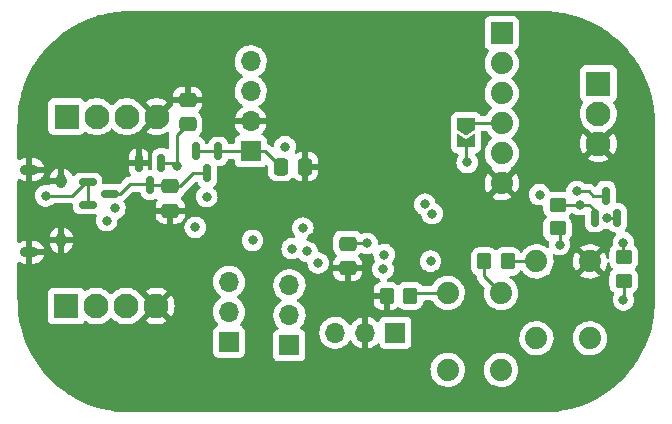
<source format=gbr>
%TF.GenerationSoftware,KiCad,Pcbnew,6.0.11-2627ca5db0~126~ubuntu22.04.1*%
%TF.CreationDate,2023-02-28T17:01:23-05:00*%
%TF.ProjectId,canbus-ds1820,63616e62-7573-42d6-9473-313832302e6b,1.0*%
%TF.SameCoordinates,Original*%
%TF.FileFunction,Copper,L4,Bot*%
%TF.FilePolarity,Positive*%
%FSLAX46Y46*%
G04 Gerber Fmt 4.6, Leading zero omitted, Abs format (unit mm)*
G04 Created by KiCad (PCBNEW 6.0.11-2627ca5db0~126~ubuntu22.04.1) date 2023-02-28 17:01:23*
%MOMM*%
%LPD*%
G01*
G04 APERTURE LIST*
G04 Aperture macros list*
%AMRoundRect*
0 Rectangle with rounded corners*
0 $1 Rounding radius*
0 $2 $3 $4 $5 $6 $7 $8 $9 X,Y pos of 4 corners*
0 Add a 4 corners polygon primitive as box body*
4,1,4,$2,$3,$4,$5,$6,$7,$8,$9,$2,$3,0*
0 Add four circle primitives for the rounded corners*
1,1,$1+$1,$2,$3*
1,1,$1+$1,$4,$5*
1,1,$1+$1,$6,$7*
1,1,$1+$1,$8,$9*
0 Add four rect primitives between the rounded corners*
20,1,$1+$1,$2,$3,$4,$5,0*
20,1,$1+$1,$4,$5,$6,$7,0*
20,1,$1+$1,$6,$7,$8,$9,0*
20,1,$1+$1,$8,$9,$2,$3,0*%
%AMFreePoly0*
4,1,6,1.000000,0.000000,0.500000,-0.750000,-0.500000,-0.750000,-0.500000,0.750000,0.500000,0.750000,1.000000,0.000000,1.000000,0.000000,$1*%
%AMFreePoly1*
4,1,6,0.500000,-0.750000,-0.650000,-0.750000,-0.150000,0.000000,-0.650000,0.750000,0.500000,0.750000,0.500000,-0.750000,0.500000,-0.750000,$1*%
G04 Aperture macros list end*
%TA.AperFunction,SMDPad,CuDef*%
%ADD10RoundRect,0.250000X0.450000X-0.350000X0.450000X0.350000X-0.450000X0.350000X-0.450000X-0.350000X0*%
%TD*%
%TA.AperFunction,SMDPad,CuDef*%
%ADD11RoundRect,0.250000X-0.450000X0.350000X-0.450000X-0.350000X0.450000X-0.350000X0.450000X0.350000X0*%
%TD*%
%TA.AperFunction,ComponentPad*%
%ADD12R,2.100000X2.100000*%
%TD*%
%TA.AperFunction,ComponentPad*%
%ADD13C,2.100000*%
%TD*%
%TA.AperFunction,SMDPad,CuDef*%
%ADD14RoundRect,0.150000X0.150000X-0.587500X0.150000X0.587500X-0.150000X0.587500X-0.150000X-0.587500X0*%
%TD*%
%TA.AperFunction,ComponentPad*%
%ADD15R,1.700000X1.700000*%
%TD*%
%TA.AperFunction,ComponentPad*%
%ADD16O,1.700000X1.700000*%
%TD*%
%TA.AperFunction,ComponentPad*%
%ADD17C,1.879600*%
%TD*%
%TA.AperFunction,ComponentPad*%
%ADD18R,1.879600X1.879600*%
%TD*%
%TA.AperFunction,ComponentPad*%
%ADD19O,0.950000X1.250000*%
%TD*%
%TA.AperFunction,ComponentPad*%
%ADD20O,1.550000X0.890000*%
%TD*%
%TA.AperFunction,SMDPad,CuDef*%
%ADD21RoundRect,0.250000X-0.337500X-0.475000X0.337500X-0.475000X0.337500X0.475000X-0.337500X0.475000X0*%
%TD*%
%TA.AperFunction,SMDPad,CuDef*%
%ADD22RoundRect,0.150000X-0.150000X0.587500X-0.150000X-0.587500X0.150000X-0.587500X0.150000X0.587500X0*%
%TD*%
%TA.AperFunction,SMDPad,CuDef*%
%ADD23RoundRect,0.250000X0.350000X0.450000X-0.350000X0.450000X-0.350000X-0.450000X0.350000X-0.450000X0*%
%TD*%
%TA.AperFunction,SMDPad,CuDef*%
%ADD24RoundRect,0.250000X0.475000X-0.337500X0.475000X0.337500X-0.475000X0.337500X-0.475000X-0.337500X0*%
%TD*%
%TA.AperFunction,SMDPad,CuDef*%
%ADD25RoundRect,0.250000X-0.475000X0.337500X-0.475000X-0.337500X0.475000X-0.337500X0.475000X0.337500X0*%
%TD*%
%TA.AperFunction,SMDPad,CuDef*%
%ADD26RoundRect,0.150000X-0.587500X-0.150000X0.587500X-0.150000X0.587500X0.150000X-0.587500X0.150000X0*%
%TD*%
%TA.AperFunction,SMDPad,CuDef*%
%ADD27FreePoly0,270.000000*%
%TD*%
%TA.AperFunction,SMDPad,CuDef*%
%ADD28FreePoly1,270.000000*%
%TD*%
%TA.AperFunction,SMDPad,CuDef*%
%ADD29RoundRect,0.250000X-0.350000X-0.450000X0.350000X-0.450000X0.350000X0.450000X-0.350000X0.450000X0*%
%TD*%
%TA.AperFunction,ViaPad*%
%ADD30C,0.800000*%
%TD*%
%TA.AperFunction,Conductor*%
%ADD31C,0.250000*%
%TD*%
G04 APERTURE END LIST*
D10*
%TO.P,R6,1*%
%TO.N,+3V3*%
X106825000Y-91950000D03*
%TO.P,R6,2*%
%TO.N,SDA*%
X106825000Y-89950000D03*
%TD*%
D11*
%TO.P,R3,1*%
%TO.N,+3V3*%
X101225000Y-85525000D03*
%TO.P,R3,2*%
%TO.N,SCL*%
X101225000Y-87525000D03*
%TD*%
D12*
%TO.P,J4,1,Pin_1*%
%TO.N,+3V3*%
X104675000Y-75285000D03*
D13*
%TO.P,J4,2,Pin_2*%
%TO.N,DQ*%
X104675000Y-77825000D03*
%TO.P,J4,3,Pin_3*%
%TO.N,GND*%
X104675000Y-80365000D03*
%TD*%
D14*
%TO.P,Q3,1,G*%
%TO.N,PCTLZ*%
X106275000Y-86625000D03*
%TO.P,Q3,2,S*%
%TO.N,+3V3*%
X104375000Y-86625000D03*
%TO.P,Q3,3,D*%
%TO.N,DQ*%
X105325000Y-84750000D03*
%TD*%
D15*
%TO.P,JP1,1,A*%
%TO.N,CAN_RX*%
X73400000Y-97140000D03*
D16*
%TO.P,JP1,2,C*%
%TO.N,Net-(JP1-Pad2)*%
X73400000Y-94600000D03*
%TO.P,JP1,3,B*%
%TO.N,USB_D-*%
X73400000Y-92060000D03*
%TD*%
D12*
%TO.P,J6,1,Pin_1*%
%TO.N,+BATT*%
X59625000Y-94100000D03*
D13*
%TO.P,J6,2,Pin_2*%
%TO.N,CANH*%
X62165000Y-94100000D03*
%TO.P,J6,3,Pin_3*%
%TO.N,CANL*%
X64705000Y-94100000D03*
%TO.P,J6,4,Pin_4*%
%TO.N,GND*%
X67245000Y-94100000D03*
%TD*%
D15*
%TO.P,J2,1,Pin_1*%
%TO.N,SWDIO*%
X87490000Y-96350000D03*
D16*
%TO.P,J2,2,Pin_2*%
%TO.N,GND*%
X84950000Y-96350000D03*
%TO.P,J2,3,Pin_3*%
%TO.N,SWDCLK*%
X82410000Y-96350000D03*
%TD*%
D17*
%TO.P,S1,1,1*%
%TO.N,+3V3*%
X96435600Y-92998800D03*
%TO.P,S1,2,1*%
%TO.N,unconnected-(S1-Pad2)*%
X96435600Y-99501200D03*
%TO.P,S1,3,2*%
%TO.N,Net-(R1-Pad1)*%
X91914400Y-92998800D03*
%TO.P,S1,4,2*%
%TO.N,unconnected-(S1-Pad4)*%
X91914400Y-99501200D03*
%TD*%
D18*
%TO.P,J3,1,DTR*%
%TO.N,unconnected-(J3-Pad1)*%
X96500000Y-70990000D03*
D17*
%TO.P,J3,2,RXD*%
%TO.N,RXD2*%
X96500000Y-73530000D03*
%TO.P,J3,3,TXD*%
%TO.N,TXD2*%
X96500000Y-76070000D03*
%TO.P,J3,4,VCC*%
%TO.N,Net-(J3-Pad4)*%
X96500000Y-78610000D03*
%TO.P,J3,5,CTS*%
%TO.N,unconnected-(J3-Pad5)*%
X96500000Y-81150000D03*
%TO.P,J3,6,GND*%
%TO.N,GND*%
X96500000Y-83690000D03*
%TD*%
D12*
%TO.P,J5,1,Pin_1*%
%TO.N,+BATT*%
X59660000Y-78075000D03*
D13*
%TO.P,J5,2,Pin_2*%
%TO.N,CANH*%
X62200000Y-78075000D03*
%TO.P,J5,3,Pin_3*%
%TO.N,CANL*%
X64740000Y-78075000D03*
%TO.P,J5,4,Pin_4*%
%TO.N,GND*%
X67280000Y-78075000D03*
%TD*%
D15*
%TO.P,U3,1,Vout*%
%TO.N,+5V*%
X75247300Y-81002600D03*
D16*
%TO.P,U3,2,GND*%
%TO.N,GND*%
X75247300Y-78462600D03*
%TO.P,U3,3,Vin*%
%TO.N,+12V*%
X75247300Y-75922600D03*
%TO.P,U3,4,EN*%
%TO.N,unconnected-(U3-Pad4)*%
X75247300Y-73382600D03*
%TD*%
D17*
%TO.P,S2,1,1*%
%TO.N,GND*%
X103960600Y-90323800D03*
%TO.P,S2,2,1*%
%TO.N,unconnected-(S2-Pad2)*%
X103960600Y-96826200D03*
%TO.P,S2,3,2*%
%TO.N,~{RESET}*%
X99439400Y-90323800D03*
%TO.P,S2,4,2*%
%TO.N,unconnected-(S2-Pad4)*%
X99439400Y-96826200D03*
%TD*%
D19*
%TO.P,J1,6,Shield*%
%TO.N,GND*%
X59210000Y-83550000D03*
D20*
X56510000Y-82550000D03*
X56510000Y-89550000D03*
D19*
X59210000Y-88550000D03*
%TD*%
D15*
%TO.P,JP2,1,A*%
%TO.N,CAN_TX*%
X78525000Y-97425000D03*
D16*
%TO.P,JP2,2,C*%
%TO.N,Net-(JP2-Pad2)*%
X78525000Y-94885000D03*
%TO.P,JP2,3,B*%
%TO.N,USB_D+*%
X78525000Y-92345000D03*
%TD*%
D21*
%TO.P,C7,1*%
%TO.N,+5V*%
X77787500Y-82300000D03*
%TO.P,C7,2*%
%TO.N,GND*%
X79862500Y-82300000D03*
%TD*%
D22*
%TO.P,U1,1,GND*%
%TO.N,GND*%
X65775000Y-81987500D03*
%TO.P,U1,2,VO*%
%TO.N,+3V3*%
X67675000Y-81987500D03*
%TO.P,U1,3,VI*%
%TO.N,+5VP*%
X66725000Y-83862500D03*
%TD*%
D23*
%TO.P,R1,1*%
%TO.N,Net-(R1-Pad1)*%
X88750000Y-93250000D03*
%TO.P,R1,2*%
%TO.N,GND*%
X86750000Y-93250000D03*
%TD*%
D24*
%TO.P,C2,1*%
%TO.N,GND*%
X83450000Y-90887500D03*
%TO.P,C2,2*%
%TO.N,+3V3*%
X83450000Y-88812500D03*
%TD*%
%TO.P,C4,1*%
%TO.N,+3V3*%
X69900000Y-78712500D03*
%TO.P,C4,2*%
%TO.N,GND*%
X69900000Y-76637500D03*
%TD*%
D25*
%TO.P,C1,1*%
%TO.N,+5VP*%
X68425000Y-83950000D03*
%TO.P,C1,2*%
%TO.N,GND*%
X68425000Y-86025000D03*
%TD*%
D26*
%TO.P,Q2,1,G*%
%TO.N,VBUS*%
X61437500Y-85525000D03*
%TO.P,Q2,2,S*%
X61437500Y-83625000D03*
%TO.P,Q2,3,D*%
%TO.N,+5VP*%
X63312500Y-84575000D03*
%TD*%
D22*
%TO.P,Q1,1,G*%
%TO.N,+5V*%
X70600000Y-81000000D03*
%TO.P,Q1,2,S*%
X72500000Y-81000000D03*
%TO.P,Q1,3,D*%
%TO.N,+5VP*%
X71550000Y-82875000D03*
%TD*%
D27*
%TO.P,JP3,1,A*%
%TO.N,Net-(J3-Pad4)*%
X93475000Y-78700000D03*
D28*
%TO.P,JP3,2,B*%
%TO.N,+3V3*%
X93475000Y-80150000D03*
%TD*%
D29*
%TO.P,R2,1*%
%TO.N,+3V3*%
X95000000Y-90325000D03*
%TO.P,R2,2*%
%TO.N,~{RESET}*%
X97000000Y-90325000D03*
%TD*%
D30*
%TO.N,SDA*%
X86450000Y-90975000D03*
%TO.N,SCL*%
X86550000Y-89750000D03*
%TO.N,DQ*%
X102875000Y-84400000D03*
%TO.N,PCTLZ*%
X105450000Y-86675000D03*
%TO.N,+3V3*%
X99700000Y-84675000D03*
%TO.N,GND*%
X102825000Y-87025000D03*
X107375000Y-83000000D03*
%TO.N,+3V3*%
X103100000Y-85525000D03*
X106800000Y-93575000D03*
%TO.N,SDA*%
X106800000Y-88725000D03*
%TO.N,SCL*%
X101400000Y-88900000D03*
%TO.N,GND*%
X80450000Y-88350000D03*
X72725000Y-70575000D03*
X93350000Y-91850000D03*
X80600000Y-85425000D03*
X75300000Y-86775000D03*
%TO.N,+3V3*%
X78150000Y-80600000D03*
X85100000Y-88800000D03*
X93575000Y-81950000D03*
X78750000Y-89250000D03*
X68975000Y-82275000D03*
%TO.N,VBUS*%
X57884502Y-84775000D03*
%TO.N,USB_D-*%
X63750000Y-85825000D03*
%TO.N,USB_D+*%
X63050000Y-86875000D03*
%TO.N,CAN_RX*%
X71525000Y-84850000D03*
%TO.N,Net-(JP1-Pad2)*%
X80025000Y-89475000D03*
%TO.N,CAN_TX*%
X75400000Y-88550000D03*
%TO.N,Net-(JP2-Pad2)*%
X80950000Y-90450000D03*
%TO.N,CAN_STBY*%
X70550000Y-87450000D03*
X79650000Y-87500000D03*
%TO.N,TXD2*%
X90600000Y-86275000D03*
%TO.N,RXD2*%
X89990592Y-85482770D03*
%TO.N,~{RESET}*%
X90475000Y-90300000D03*
%TD*%
D31*
%TO.N,DQ*%
X105325000Y-84750000D02*
X104225000Y-84750000D01*
X104225000Y-84750000D02*
X103875000Y-84400000D01*
X103875000Y-84400000D02*
X102875000Y-84400000D01*
%TO.N,+3V3*%
X104375000Y-85975000D02*
X103925000Y-85525000D01*
X104375000Y-86625000D02*
X104375000Y-85975000D01*
X103925000Y-85525000D02*
X103100000Y-85525000D01*
%TO.N,PCTLZ*%
X105450000Y-86675000D02*
X106225000Y-86675000D01*
X106225000Y-86675000D02*
X106275000Y-86625000D01*
%TO.N,+3V3*%
X101225000Y-85525000D02*
X103100000Y-85525000D01*
X106825000Y-93550000D02*
X106800000Y-93575000D01*
X106825000Y-91950000D02*
X106825000Y-93550000D01*
%TO.N,SDA*%
X106800000Y-88725000D02*
X106800000Y-89925000D01*
X106800000Y-89925000D02*
X106825000Y-89950000D01*
%TO.N,SCL*%
X101400000Y-88900000D02*
X101400000Y-87700000D01*
X101400000Y-87700000D02*
X101225000Y-87525000D01*
%TO.N,+3V3*%
X83462500Y-88800000D02*
X83450000Y-88812500D01*
X68687500Y-81987500D02*
X68975000Y-82275000D01*
X85100000Y-88800000D02*
X83462500Y-88800000D01*
X67675000Y-81987500D02*
X68687500Y-81987500D01*
X68975000Y-79650000D02*
X68975000Y-82275000D01*
X69900000Y-78725000D02*
X68975000Y-79650000D01*
X95000000Y-90325000D02*
X95000000Y-91563200D01*
X93475000Y-80150000D02*
X93475000Y-81850000D01*
X93475000Y-81850000D02*
X93575000Y-81950000D01*
X95000000Y-91563200D02*
X96435600Y-92998800D01*
X69900000Y-78712500D02*
X69900000Y-78725000D01*
%TO.N,+5VP*%
X63312500Y-84575000D02*
X64200000Y-84575000D01*
X64200000Y-84575000D02*
X65000000Y-83775000D01*
X68425000Y-83950000D02*
X69300000Y-83950000D01*
X65000000Y-83775000D02*
X66675000Y-83775000D01*
X70375000Y-82875000D02*
X71550000Y-82875000D01*
X69300000Y-83950000D02*
X70375000Y-82875000D01*
X68337500Y-83862500D02*
X68425000Y-83950000D01*
X66725000Y-83862500D02*
X68337500Y-83862500D01*
%TO.N,+5V*%
X77787500Y-82300000D02*
X76490100Y-81002600D01*
X72500000Y-81000000D02*
X72502600Y-81002600D01*
X72500000Y-81000000D02*
X70600000Y-81000000D01*
X76490100Y-81002600D02*
X75247300Y-81002600D01*
X72502600Y-81002600D02*
X75247300Y-81002600D01*
%TO.N,VBUS*%
X57884502Y-84775000D02*
X60125000Y-84775000D01*
X60125000Y-84775000D02*
X61275000Y-83625000D01*
X61437500Y-85525000D02*
X61437500Y-83625000D01*
X61275000Y-83625000D02*
X61437500Y-83625000D01*
%TO.N,Net-(R1-Pad1)*%
X89001200Y-92998800D02*
X91914400Y-92998800D01*
X88750000Y-93250000D02*
X89001200Y-92998800D01*
%TO.N,~{RESET}*%
X99438200Y-90325000D02*
X99439400Y-90323800D01*
X97000000Y-90325000D02*
X99438200Y-90325000D01*
%TO.N,Net-(J3-Pad4)*%
X93565000Y-78610000D02*
X96500000Y-78610000D01*
X93475000Y-78700000D02*
X93565000Y-78610000D01*
%TD*%
%TA.AperFunction,Conductor*%
%TO.N,GND*%
G36*
X99961288Y-69127468D02*
G01*
X99976121Y-69129778D01*
X99976125Y-69129778D01*
X99984994Y-69131159D01*
X100008118Y-69128135D01*
X100028399Y-69127135D01*
X100583290Y-69144571D01*
X100591190Y-69145068D01*
X100925772Y-69176694D01*
X101176940Y-69200436D01*
X101184776Y-69201426D01*
X101505358Y-69252200D01*
X101765890Y-69293463D01*
X101773666Y-69294946D01*
X102347862Y-69423292D01*
X102355528Y-69425261D01*
X102756319Y-69541700D01*
X102779571Y-69548455D01*
X102920513Y-69589402D01*
X102928030Y-69591844D01*
X103267511Y-69714064D01*
X103481618Y-69791147D01*
X103488977Y-69794061D01*
X104028934Y-70027719D01*
X104036096Y-70031089D01*
X104036116Y-70031099D01*
X104560326Y-70298195D01*
X104567247Y-70301999D01*
X105073704Y-70601514D01*
X105080367Y-70605743D01*
X105080387Y-70605757D01*
X105566975Y-70936440D01*
X105573379Y-70941092D01*
X106038283Y-71301707D01*
X106044382Y-71306753D01*
X106485706Y-71695829D01*
X106491476Y-71701247D01*
X106907503Y-72117272D01*
X106912922Y-72123042D01*
X107195228Y-72443252D01*
X107302018Y-72564381D01*
X107307063Y-72570481D01*
X107667664Y-73035363D01*
X107672317Y-73041766D01*
X107765262Y-73178529D01*
X107976505Y-73489361D01*
X108003025Y-73528384D01*
X108007261Y-73535060D01*
X108283187Y-74001620D01*
X108306760Y-74041480D01*
X108310568Y-74048407D01*
X108469253Y-74359840D01*
X108577686Y-74572650D01*
X108581055Y-74579809D01*
X108804094Y-75095217D01*
X108814720Y-75119773D01*
X108817632Y-75127128D01*
X108970595Y-75551995D01*
X109016933Y-75680701D01*
X109019378Y-75688226D01*
X109169674Y-76205539D01*
X109183529Y-76253229D01*
X109185494Y-76260886D01*
X109212902Y-76383500D01*
X109313838Y-76835057D01*
X109315322Y-76842832D01*
X109379511Y-77248091D01*
X109395689Y-77350230D01*
X109407366Y-77423956D01*
X109408357Y-77431804D01*
X109409180Y-77440505D01*
X109463728Y-78017550D01*
X109464225Y-78025450D01*
X109481416Y-78572430D01*
X109479978Y-78595771D01*
X109478958Y-78602319D01*
X109478958Y-78602325D01*
X109477577Y-78611194D01*
X109478741Y-78620096D01*
X109478741Y-78620098D01*
X109481704Y-78642753D01*
X109482768Y-78659091D01*
X109482768Y-93568101D01*
X109481268Y-93587486D01*
X109478958Y-93602319D01*
X109478958Y-93602323D01*
X109477577Y-93611192D01*
X109480379Y-93632617D01*
X109480599Y-93634302D01*
X109481601Y-93654597D01*
X109464163Y-94209486D01*
X109463666Y-94217385D01*
X109424704Y-94629570D01*
X109409566Y-94789715D01*
X109408298Y-94803125D01*
X109407307Y-94810970D01*
X109378714Y-94991500D01*
X109315265Y-95392100D01*
X109313786Y-95399856D01*
X109185432Y-95974073D01*
X109183475Y-95981694D01*
X109019888Y-96544767D01*
X109019326Y-96546701D01*
X109016884Y-96554217D01*
X108948124Y-96745205D01*
X108817583Y-97107797D01*
X108814669Y-97115156D01*
X108623865Y-97556081D01*
X108597749Y-97616433D01*
X108581009Y-97655116D01*
X108577646Y-97662264D01*
X108398761Y-98013344D01*
X108310531Y-98186504D01*
X108306718Y-98193440D01*
X108007221Y-98699863D01*
X108002979Y-98706547D01*
X107954693Y-98777598D01*
X107777809Y-99037875D01*
X107672279Y-99193157D01*
X107667632Y-99199553D01*
X107307007Y-99664469D01*
X107301985Y-99670538D01*
X106979627Y-100036182D01*
X106912888Y-100111882D01*
X106907469Y-100117652D01*
X106491452Y-100533669D01*
X106485683Y-100539087D01*
X106044338Y-100928185D01*
X106038269Y-100933207D01*
X105885778Y-101051491D01*
X105573360Y-101293827D01*
X105566957Y-101298479D01*
X105080347Y-101629179D01*
X105073663Y-101633421D01*
X104567240Y-101932918D01*
X104560306Y-101936730D01*
X104036064Y-102203846D01*
X104028916Y-102207209D01*
X103488956Y-102440869D01*
X103481597Y-102443783D01*
X103204813Y-102543431D01*
X102928017Y-102643084D01*
X102920513Y-102645522D01*
X102355494Y-102809675D01*
X102347873Y-102811632D01*
X101773656Y-102939986D01*
X101765900Y-102941465D01*
X101431794Y-102994382D01*
X101184770Y-103033507D01*
X101176931Y-103034497D01*
X101011993Y-103050088D01*
X100591185Y-103089866D01*
X100583286Y-103090363D01*
X100035968Y-103107563D01*
X100012626Y-103106125D01*
X100006418Y-103105158D01*
X100006413Y-103105158D01*
X99997544Y-103103777D01*
X99988642Y-103104941D01*
X99988640Y-103104941D01*
X99974434Y-103106799D01*
X99965982Y-103107904D01*
X99949647Y-103108968D01*
X65040635Y-103108968D01*
X65021250Y-103107468D01*
X65006417Y-103105158D01*
X65006413Y-103105158D01*
X64997544Y-103103777D01*
X64988642Y-103104941D01*
X64988640Y-103104941D01*
X64980844Y-103105961D01*
X64974431Y-103106799D01*
X64954139Y-103107801D01*
X64399250Y-103090363D01*
X64391350Y-103089866D01*
X64054857Y-103058058D01*
X63805603Y-103034496D01*
X63797767Y-103033506D01*
X63216645Y-102941466D01*
X63208877Y-102939983D01*
X62634687Y-102811636D01*
X62627020Y-102809668D01*
X62356581Y-102731098D01*
X62062024Y-102645521D01*
X62054521Y-102643083D01*
X61500925Y-102443777D01*
X61493597Y-102440875D01*
X60953606Y-102207200D01*
X60946474Y-102203844D01*
X60422233Y-101936730D01*
X60415297Y-101932917D01*
X60347544Y-101892848D01*
X59908859Y-101633411D01*
X59902207Y-101629189D01*
X59415574Y-101298473D01*
X59409185Y-101293831D01*
X58944269Y-100933206D01*
X58938200Y-100928184D01*
X58496856Y-100539087D01*
X58491086Y-100533668D01*
X58075069Y-100117651D01*
X58069650Y-100111881D01*
X57680567Y-99670552D01*
X57675521Y-99664453D01*
X57521348Y-99465694D01*
X90461570Y-99465694D01*
X90461867Y-99470846D01*
X90461867Y-99470850D01*
X90467902Y-99575513D01*
X90475279Y-99703455D01*
X90476416Y-99708501D01*
X90476417Y-99708507D01*
X90509511Y-99855356D01*
X90527637Y-99935785D01*
X90529579Y-99940567D01*
X90529580Y-99940571D01*
X90599142Y-100111881D01*
X90617237Y-100156444D01*
X90741674Y-100359506D01*
X90897604Y-100539517D01*
X91080842Y-100691644D01*
X91085294Y-100694246D01*
X91085299Y-100694249D01*
X91183733Y-100751769D01*
X91286465Y-100811801D01*
X91508952Y-100896760D01*
X91514018Y-100897791D01*
X91514019Y-100897791D01*
X91568356Y-100908846D01*
X91742328Y-100944241D01*
X91876521Y-100949162D01*
X91975160Y-100952779D01*
X91975164Y-100952779D01*
X91980324Y-100952968D01*
X91985444Y-100952312D01*
X91985446Y-100952312D01*
X92211423Y-100923364D01*
X92211424Y-100923364D01*
X92216551Y-100922707D01*
X92299600Y-100897791D01*
X92439716Y-100855754D01*
X92439717Y-100855753D01*
X92444662Y-100854270D01*
X92658533Y-100749495D01*
X92662736Y-100746497D01*
X92662741Y-100746494D01*
X92848216Y-100614196D01*
X92848218Y-100614194D01*
X92852420Y-100611197D01*
X93021116Y-100443089D01*
X93160090Y-100249686D01*
X93206174Y-100156444D01*
X93263317Y-100040824D01*
X93263318Y-100040822D01*
X93265611Y-100036182D01*
X93334843Y-99808311D01*
X93349328Y-99698286D01*
X93365492Y-99575513D01*
X93365492Y-99575509D01*
X93365929Y-99572192D01*
X93367664Y-99501200D01*
X93364745Y-99465694D01*
X94982770Y-99465694D01*
X94983067Y-99470846D01*
X94983067Y-99470850D01*
X94989102Y-99575513D01*
X94996479Y-99703455D01*
X94997616Y-99708501D01*
X94997617Y-99708507D01*
X95030711Y-99855356D01*
X95048837Y-99935785D01*
X95050779Y-99940567D01*
X95050780Y-99940571D01*
X95120342Y-100111881D01*
X95138437Y-100156444D01*
X95262874Y-100359506D01*
X95418804Y-100539517D01*
X95602042Y-100691644D01*
X95606494Y-100694246D01*
X95606499Y-100694249D01*
X95704933Y-100751769D01*
X95807665Y-100811801D01*
X96030152Y-100896760D01*
X96035218Y-100897791D01*
X96035219Y-100897791D01*
X96089556Y-100908846D01*
X96263528Y-100944241D01*
X96397721Y-100949162D01*
X96496360Y-100952779D01*
X96496364Y-100952779D01*
X96501524Y-100952968D01*
X96506644Y-100952312D01*
X96506646Y-100952312D01*
X96732623Y-100923364D01*
X96732624Y-100923364D01*
X96737751Y-100922707D01*
X96820800Y-100897791D01*
X96960916Y-100855754D01*
X96960917Y-100855753D01*
X96965862Y-100854270D01*
X97179733Y-100749495D01*
X97183936Y-100746497D01*
X97183941Y-100746494D01*
X97369416Y-100614196D01*
X97369418Y-100614194D01*
X97373620Y-100611197D01*
X97542316Y-100443089D01*
X97681290Y-100249686D01*
X97727374Y-100156444D01*
X97784517Y-100040824D01*
X97784518Y-100040822D01*
X97786811Y-100036182D01*
X97856043Y-99808311D01*
X97870528Y-99698286D01*
X97886692Y-99575513D01*
X97886692Y-99575509D01*
X97887129Y-99572192D01*
X97888864Y-99501200D01*
X97869350Y-99263844D01*
X97811331Y-99032863D01*
X97716367Y-98814459D01*
X97699294Y-98788067D01*
X97589816Y-98618842D01*
X97587006Y-98614498D01*
X97426724Y-98438350D01*
X97422673Y-98435151D01*
X97422669Y-98435147D01*
X97243878Y-98293947D01*
X97243873Y-98293944D01*
X97239824Y-98290746D01*
X97235308Y-98288253D01*
X97235305Y-98288251D01*
X97035850Y-98178146D01*
X97035846Y-98178144D01*
X97031326Y-98175649D01*
X97026457Y-98173925D01*
X97026453Y-98173923D01*
X96811705Y-98097876D01*
X96811701Y-98097875D01*
X96806830Y-98096150D01*
X96801740Y-98095243D01*
X96801735Y-98095242D01*
X96674414Y-98072564D01*
X96572364Y-98054386D01*
X96483237Y-98053297D01*
X96339395Y-98051539D01*
X96339393Y-98051539D01*
X96334225Y-98051476D01*
X96098809Y-98087500D01*
X95872438Y-98161489D01*
X95867846Y-98163879D01*
X95867847Y-98163879D01*
X95714146Y-98243891D01*
X95661190Y-98271458D01*
X95657057Y-98274561D01*
X95657054Y-98274563D01*
X95474875Y-98411347D01*
X95470740Y-98414452D01*
X95306202Y-98586631D01*
X95303288Y-98590903D01*
X95303287Y-98590904D01*
X95228960Y-98699863D01*
X95171994Y-98783372D01*
X95071722Y-98999391D01*
X95008077Y-99228885D01*
X95007528Y-99234019D01*
X95007528Y-99234021D01*
X95002049Y-99285289D01*
X94982770Y-99465694D01*
X93364745Y-99465694D01*
X93348150Y-99263844D01*
X93290131Y-99032863D01*
X93195167Y-98814459D01*
X93178094Y-98788067D01*
X93068616Y-98618842D01*
X93065806Y-98614498D01*
X92905524Y-98438350D01*
X92901473Y-98435151D01*
X92901469Y-98435147D01*
X92722678Y-98293947D01*
X92722673Y-98293944D01*
X92718624Y-98290746D01*
X92714108Y-98288253D01*
X92714105Y-98288251D01*
X92514650Y-98178146D01*
X92514646Y-98178144D01*
X92510126Y-98175649D01*
X92505257Y-98173925D01*
X92505253Y-98173923D01*
X92290505Y-98097876D01*
X92290501Y-98097875D01*
X92285630Y-98096150D01*
X92280540Y-98095243D01*
X92280535Y-98095242D01*
X92153214Y-98072564D01*
X92051164Y-98054386D01*
X91962037Y-98053297D01*
X91818195Y-98051539D01*
X91818193Y-98051539D01*
X91813025Y-98051476D01*
X91577609Y-98087500D01*
X91351238Y-98161489D01*
X91346646Y-98163879D01*
X91346647Y-98163879D01*
X91192946Y-98243891D01*
X91139990Y-98271458D01*
X91135857Y-98274561D01*
X91135854Y-98274563D01*
X90953675Y-98411347D01*
X90949540Y-98414452D01*
X90785002Y-98586631D01*
X90782088Y-98590903D01*
X90782087Y-98590904D01*
X90707760Y-98699863D01*
X90650794Y-98783372D01*
X90550522Y-98999391D01*
X90486877Y-99228885D01*
X90486328Y-99234019D01*
X90486328Y-99234021D01*
X90480849Y-99285289D01*
X90461570Y-99465694D01*
X57521348Y-99465694D01*
X57364777Y-99263844D01*
X57314907Y-99199552D01*
X57310260Y-99193155D01*
X56979560Y-98706544D01*
X56975318Y-98699861D01*
X56675821Y-98193439D01*
X56672008Y-98186503D01*
X56583779Y-98013344D01*
X56404894Y-97662263D01*
X56401538Y-97655131D01*
X56167864Y-97115141D01*
X56164962Y-97107811D01*
X55965655Y-96554215D01*
X55963217Y-96546712D01*
X55839604Y-96121233D01*
X55799071Y-95981717D01*
X55797103Y-95974050D01*
X55668756Y-95399860D01*
X55667272Y-95392085D01*
X55665652Y-95381857D01*
X55636553Y-95198134D01*
X58066500Y-95198134D01*
X58073255Y-95260316D01*
X58124385Y-95396705D01*
X58211739Y-95513261D01*
X58328295Y-95600615D01*
X58464684Y-95651745D01*
X58526866Y-95658500D01*
X60723134Y-95658500D01*
X60785316Y-95651745D01*
X60921705Y-95600615D01*
X61038261Y-95513261D01*
X61111128Y-95416035D01*
X61167988Y-95373521D01*
X61238806Y-95368496D01*
X61277788Y-95384168D01*
X61303395Y-95399860D01*
X61455268Y-95492927D01*
X61526946Y-95522617D01*
X61677335Y-95584911D01*
X61677337Y-95584912D01*
X61681908Y-95586805D01*
X61716997Y-95595229D01*
X61915630Y-95642917D01*
X61915636Y-95642918D01*
X61920443Y-95644072D01*
X62165000Y-95663319D01*
X62409557Y-95644072D01*
X62414364Y-95642918D01*
X62414370Y-95642917D01*
X62613003Y-95595229D01*
X62648092Y-95586805D01*
X62652663Y-95584912D01*
X62652665Y-95584911D01*
X62803054Y-95522617D01*
X62874732Y-95492927D01*
X63026605Y-95399860D01*
X63079670Y-95367342D01*
X63079673Y-95367340D01*
X63083896Y-95364752D01*
X63089819Y-95359694D01*
X63266677Y-95208641D01*
X63270433Y-95205433D01*
X63302456Y-95167939D01*
X63339189Y-95124931D01*
X63398640Y-95086122D01*
X63469635Y-95085616D01*
X63530811Y-95124931D01*
X63567544Y-95167939D01*
X63599567Y-95205433D01*
X63603323Y-95208641D01*
X63780182Y-95359694D01*
X63786104Y-95364752D01*
X63790327Y-95367340D01*
X63790330Y-95367342D01*
X63843395Y-95399860D01*
X63995268Y-95492927D01*
X64066946Y-95522617D01*
X64217335Y-95584911D01*
X64217337Y-95584912D01*
X64221908Y-95586805D01*
X64256997Y-95595229D01*
X64455630Y-95642917D01*
X64455636Y-95642918D01*
X64460443Y-95644072D01*
X64705000Y-95663319D01*
X64949557Y-95644072D01*
X64954364Y-95642918D01*
X64954370Y-95642917D01*
X65153003Y-95595229D01*
X65188092Y-95586805D01*
X65192663Y-95584912D01*
X65192665Y-95584911D01*
X65343054Y-95522617D01*
X65414732Y-95492927D01*
X65566605Y-95399860D01*
X65616915Y-95369030D01*
X66340800Y-95369030D01*
X66346527Y-95376680D01*
X66531272Y-95489893D01*
X66540067Y-95494375D01*
X66757490Y-95584434D01*
X66766875Y-95587483D01*
X66995708Y-95642422D01*
X67005455Y-95643965D01*
X67240070Y-95662430D01*
X67249930Y-95662430D01*
X67484545Y-95643965D01*
X67494292Y-95642422D01*
X67723125Y-95587483D01*
X67732510Y-95584434D01*
X67949933Y-95494375D01*
X67958728Y-95489893D01*
X68139805Y-95378928D01*
X68149267Y-95368470D01*
X68145484Y-95359694D01*
X67257812Y-94472022D01*
X67243868Y-94464408D01*
X67242035Y-94464539D01*
X67235420Y-94468790D01*
X66347560Y-95356650D01*
X66340800Y-95369030D01*
X65616915Y-95369030D01*
X65619670Y-95367342D01*
X65619673Y-95367340D01*
X65623896Y-95364752D01*
X65629819Y-95359694D01*
X65806677Y-95208641D01*
X65810433Y-95205433D01*
X65969752Y-95018896D01*
X65971190Y-95016549D01*
X65982605Y-95003185D01*
X66872978Y-94112812D01*
X66879356Y-94101132D01*
X67609408Y-94101132D01*
X67609539Y-94102965D01*
X67613790Y-94109580D01*
X68501650Y-94997440D01*
X68514030Y-95004200D01*
X68521680Y-94998473D01*
X68634893Y-94813728D01*
X68639375Y-94804933D01*
X68729434Y-94587510D01*
X68732483Y-94578125D01*
X68735227Y-94566695D01*
X72037251Y-94566695D01*
X72037548Y-94571848D01*
X72037548Y-94571851D01*
X72043202Y-94669908D01*
X72050110Y-94789715D01*
X72051247Y-94794761D01*
X72051248Y-94794767D01*
X72062921Y-94846562D01*
X72099222Y-95007639D01*
X72146849Y-95124931D01*
X72177174Y-95199612D01*
X72183266Y-95214616D01*
X72211271Y-95260316D01*
X72295362Y-95397540D01*
X72299987Y-95405088D01*
X72446250Y-95573938D01*
X72450230Y-95577242D01*
X72454981Y-95581187D01*
X72494616Y-95640090D01*
X72496113Y-95711071D01*
X72458997Y-95771593D01*
X72418724Y-95796112D01*
X72303295Y-95839385D01*
X72186739Y-95926739D01*
X72099385Y-96043295D01*
X72048255Y-96179684D01*
X72041500Y-96241866D01*
X72041500Y-98038134D01*
X72048255Y-98100316D01*
X72099385Y-98236705D01*
X72186739Y-98353261D01*
X72303295Y-98440615D01*
X72439684Y-98491745D01*
X72501866Y-98498500D01*
X74298134Y-98498500D01*
X74360316Y-98491745D01*
X74496705Y-98440615D01*
X74613261Y-98353261D01*
X74700615Y-98236705D01*
X74751745Y-98100316D01*
X74758500Y-98038134D01*
X74758500Y-96241866D01*
X74751745Y-96179684D01*
X74700615Y-96043295D01*
X74613261Y-95926739D01*
X74496705Y-95839385D01*
X74484132Y-95834672D01*
X74378203Y-95794960D01*
X74321439Y-95752318D01*
X74296739Y-95685756D01*
X74311947Y-95616408D01*
X74333493Y-95587727D01*
X74403186Y-95518277D01*
X74438096Y-95483489D01*
X74470287Y-95438691D01*
X74565435Y-95306277D01*
X74568453Y-95302077D01*
X74589093Y-95260316D01*
X74665136Y-95106453D01*
X74665137Y-95106451D01*
X74667430Y-95101811D01*
X74732370Y-94888069D01*
X74737159Y-94851695D01*
X77162251Y-94851695D01*
X77162548Y-94856848D01*
X77162548Y-94856851D01*
X77173960Y-95054771D01*
X77175110Y-95074715D01*
X77176247Y-95079761D01*
X77176248Y-95079767D01*
X77186427Y-95124931D01*
X77224222Y-95292639D01*
X77271467Y-95408990D01*
X77306319Y-95494820D01*
X77308266Y-95499616D01*
X77319925Y-95518642D01*
X77419648Y-95681375D01*
X77424987Y-95690088D01*
X77571250Y-95858938D01*
X77575230Y-95862242D01*
X77579981Y-95866187D01*
X77619616Y-95925090D01*
X77621113Y-95996071D01*
X77583997Y-96056593D01*
X77543725Y-96081112D01*
X77458486Y-96113067D01*
X77428295Y-96124385D01*
X77311739Y-96211739D01*
X77224385Y-96328295D01*
X77173255Y-96464684D01*
X77166500Y-96526866D01*
X77166500Y-98323134D01*
X77173255Y-98385316D01*
X77224385Y-98521705D01*
X77311739Y-98638261D01*
X77428295Y-98725615D01*
X77564684Y-98776745D01*
X77626866Y-98783500D01*
X79423134Y-98783500D01*
X79485316Y-98776745D01*
X79621705Y-98725615D01*
X79738261Y-98638261D01*
X79825615Y-98521705D01*
X79876745Y-98385316D01*
X79883500Y-98323134D01*
X79883500Y-96526866D01*
X79876745Y-96464684D01*
X79825615Y-96328295D01*
X79816921Y-96316695D01*
X81047251Y-96316695D01*
X81047548Y-96321848D01*
X81047548Y-96321851D01*
X81053011Y-96416590D01*
X81060110Y-96539715D01*
X81061247Y-96544761D01*
X81061248Y-96544767D01*
X81071182Y-96588844D01*
X81109222Y-96757639D01*
X81193266Y-96964616D01*
X81235482Y-97033507D01*
X81299672Y-97138255D01*
X81309987Y-97155088D01*
X81456250Y-97323938D01*
X81628126Y-97466632D01*
X81821000Y-97579338D01*
X82029692Y-97659030D01*
X82034760Y-97660061D01*
X82034763Y-97660062D01*
X82129862Y-97679410D01*
X82248597Y-97703567D01*
X82253772Y-97703757D01*
X82253774Y-97703757D01*
X82466673Y-97711564D01*
X82466677Y-97711564D01*
X82471837Y-97711753D01*
X82476957Y-97711097D01*
X82476959Y-97711097D01*
X82688288Y-97684025D01*
X82688289Y-97684025D01*
X82693416Y-97683368D01*
X82698366Y-97681883D01*
X82902429Y-97620661D01*
X82902434Y-97620659D01*
X82907384Y-97619174D01*
X83107994Y-97520896D01*
X83289860Y-97391173D01*
X83448096Y-97233489D01*
X83507594Y-97150689D01*
X83578453Y-97052077D01*
X83579640Y-97052930D01*
X83626960Y-97009362D01*
X83696897Y-96997145D01*
X83762338Y-97024678D01*
X83790166Y-97056511D01*
X83847694Y-97150388D01*
X83853777Y-97158699D01*
X83993213Y-97319667D01*
X84000580Y-97326883D01*
X84164434Y-97462916D01*
X84172881Y-97468831D01*
X84356756Y-97576279D01*
X84366042Y-97580729D01*
X84565001Y-97656703D01*
X84574899Y-97659579D01*
X84678250Y-97680606D01*
X84692299Y-97679410D01*
X84696000Y-97669065D01*
X84696000Y-97668517D01*
X85204000Y-97668517D01*
X85208064Y-97682359D01*
X85221478Y-97684393D01*
X85228184Y-97683534D01*
X85238262Y-97681392D01*
X85442255Y-97620191D01*
X85451842Y-97616433D01*
X85643095Y-97522739D01*
X85651945Y-97517464D01*
X85825328Y-97393792D01*
X85833193Y-97387145D01*
X85937897Y-97282805D01*
X86000268Y-97248889D01*
X86071075Y-97254077D01*
X86127837Y-97296723D01*
X86144819Y-97327826D01*
X86155468Y-97356231D01*
X86189385Y-97446705D01*
X86276739Y-97563261D01*
X86393295Y-97650615D01*
X86529684Y-97701745D01*
X86591866Y-97708500D01*
X88388134Y-97708500D01*
X88450316Y-97701745D01*
X88586705Y-97650615D01*
X88703261Y-97563261D01*
X88790615Y-97446705D01*
X88841745Y-97310316D01*
X88848500Y-97248134D01*
X88848500Y-96790694D01*
X97986570Y-96790694D01*
X97986867Y-96795846D01*
X97986867Y-96795850D01*
X97992902Y-96900513D01*
X98000279Y-97028455D01*
X98001416Y-97033501D01*
X98001417Y-97033507D01*
X98027758Y-97150388D01*
X98052637Y-97260785D01*
X98054579Y-97265567D01*
X98054580Y-97265571D01*
X98134880Y-97463327D01*
X98142237Y-97481444D01*
X98266674Y-97684506D01*
X98422604Y-97864517D01*
X98605842Y-98016644D01*
X98610294Y-98019246D01*
X98610299Y-98019249D01*
X98807007Y-98134196D01*
X98811465Y-98136801D01*
X99033952Y-98221760D01*
X99039018Y-98222791D01*
X99039019Y-98222791D01*
X99066082Y-98228297D01*
X99267328Y-98269241D01*
X99401521Y-98274162D01*
X99500160Y-98277779D01*
X99500164Y-98277779D01*
X99505324Y-98277968D01*
X99510444Y-98277312D01*
X99510446Y-98277312D01*
X99736423Y-98248364D01*
X99736424Y-98248364D01*
X99741551Y-98247707D01*
X99746501Y-98246222D01*
X99964716Y-98180754D01*
X99964717Y-98180753D01*
X99969662Y-98179270D01*
X100183533Y-98074495D01*
X100187736Y-98071497D01*
X100187741Y-98071494D01*
X100373216Y-97939196D01*
X100373218Y-97939194D01*
X100377420Y-97936197D01*
X100546116Y-97768089D01*
X100685090Y-97574686D01*
X100710550Y-97523173D01*
X100788317Y-97365824D01*
X100788318Y-97365822D01*
X100790611Y-97361182D01*
X100859843Y-97133311D01*
X100862233Y-97115156D01*
X100890492Y-96900513D01*
X100890492Y-96900509D01*
X100890929Y-96897192D01*
X100892664Y-96826200D01*
X100889745Y-96790694D01*
X102507770Y-96790694D01*
X102508067Y-96795846D01*
X102508067Y-96795850D01*
X102514102Y-96900513D01*
X102521479Y-97028455D01*
X102522616Y-97033501D01*
X102522617Y-97033507D01*
X102548958Y-97150388D01*
X102573837Y-97260785D01*
X102575779Y-97265567D01*
X102575780Y-97265571D01*
X102656080Y-97463327D01*
X102663437Y-97481444D01*
X102787874Y-97684506D01*
X102943804Y-97864517D01*
X103127042Y-98016644D01*
X103131494Y-98019246D01*
X103131499Y-98019249D01*
X103328207Y-98134196D01*
X103332665Y-98136801D01*
X103555152Y-98221760D01*
X103560218Y-98222791D01*
X103560219Y-98222791D01*
X103587282Y-98228297D01*
X103788528Y-98269241D01*
X103922721Y-98274162D01*
X104021360Y-98277779D01*
X104021364Y-98277779D01*
X104026524Y-98277968D01*
X104031644Y-98277312D01*
X104031646Y-98277312D01*
X104257623Y-98248364D01*
X104257624Y-98248364D01*
X104262751Y-98247707D01*
X104267701Y-98246222D01*
X104485916Y-98180754D01*
X104485917Y-98180753D01*
X104490862Y-98179270D01*
X104704733Y-98074495D01*
X104708936Y-98071497D01*
X104708941Y-98071494D01*
X104894416Y-97939196D01*
X104894418Y-97939194D01*
X104898620Y-97936197D01*
X105067316Y-97768089D01*
X105206290Y-97574686D01*
X105231750Y-97523173D01*
X105309517Y-97365824D01*
X105309518Y-97365822D01*
X105311811Y-97361182D01*
X105381043Y-97133311D01*
X105383433Y-97115156D01*
X105411692Y-96900513D01*
X105411692Y-96900509D01*
X105412129Y-96897192D01*
X105413864Y-96826200D01*
X105394350Y-96588844D01*
X105336331Y-96357863D01*
X105241367Y-96139459D01*
X105237490Y-96133465D01*
X105139309Y-95981702D01*
X105112006Y-95939498D01*
X104951724Y-95763350D01*
X104947673Y-95760151D01*
X104947669Y-95760147D01*
X104768878Y-95618947D01*
X104768873Y-95618944D01*
X104764824Y-95615746D01*
X104760308Y-95613253D01*
X104760305Y-95613251D01*
X104560850Y-95503146D01*
X104560846Y-95503144D01*
X104556326Y-95500649D01*
X104551457Y-95498925D01*
X104551453Y-95498923D01*
X104336705Y-95422876D01*
X104336701Y-95422875D01*
X104331830Y-95421150D01*
X104326740Y-95420243D01*
X104326735Y-95420242D01*
X104168741Y-95392100D01*
X104097364Y-95379386D01*
X104008237Y-95378297D01*
X103864395Y-95376539D01*
X103864393Y-95376539D01*
X103859225Y-95376476D01*
X103623809Y-95412500D01*
X103397438Y-95486489D01*
X103385071Y-95492927D01*
X103196143Y-95591277D01*
X103186190Y-95596458D01*
X103182057Y-95599561D01*
X103182054Y-95599563D01*
X103026133Y-95716632D01*
X102995740Y-95739452D01*
X102992168Y-95743190D01*
X102868380Y-95872727D01*
X102831202Y-95911631D01*
X102828288Y-95915903D01*
X102828287Y-95915904D01*
X102785991Y-95977908D01*
X102696994Y-96108372D01*
X102684578Y-96135121D01*
X102635029Y-96241866D01*
X102596722Y-96324391D01*
X102533077Y-96553885D01*
X102532528Y-96559019D01*
X102532528Y-96559021D01*
X102527049Y-96610289D01*
X102507770Y-96790694D01*
X100889745Y-96790694D01*
X100873150Y-96588844D01*
X100815131Y-96357863D01*
X100720167Y-96139459D01*
X100716290Y-96133465D01*
X100618109Y-95981702D01*
X100590806Y-95939498D01*
X100430524Y-95763350D01*
X100426473Y-95760151D01*
X100426469Y-95760147D01*
X100247678Y-95618947D01*
X100247673Y-95618944D01*
X100243624Y-95615746D01*
X100239108Y-95613253D01*
X100239105Y-95613251D01*
X100039650Y-95503146D01*
X100039646Y-95503144D01*
X100035126Y-95500649D01*
X100030257Y-95498925D01*
X100030253Y-95498923D01*
X99815505Y-95422876D01*
X99815501Y-95422875D01*
X99810630Y-95421150D01*
X99805540Y-95420243D01*
X99805535Y-95420242D01*
X99647541Y-95392100D01*
X99576164Y-95379386D01*
X99487037Y-95378297D01*
X99343195Y-95376539D01*
X99343193Y-95376539D01*
X99338025Y-95376476D01*
X99102609Y-95412500D01*
X98876238Y-95486489D01*
X98863871Y-95492927D01*
X98674943Y-95591277D01*
X98664990Y-95596458D01*
X98660857Y-95599561D01*
X98660854Y-95599563D01*
X98504933Y-95716632D01*
X98474540Y-95739452D01*
X98470968Y-95743190D01*
X98347180Y-95872727D01*
X98310002Y-95911631D01*
X98307088Y-95915903D01*
X98307087Y-95915904D01*
X98264791Y-95977908D01*
X98175794Y-96108372D01*
X98163378Y-96135121D01*
X98113829Y-96241866D01*
X98075522Y-96324391D01*
X98011877Y-96553885D01*
X98011328Y-96559019D01*
X98011328Y-96559021D01*
X98005849Y-96610289D01*
X97986570Y-96790694D01*
X88848500Y-96790694D01*
X88848500Y-95451866D01*
X88841745Y-95389684D01*
X88790615Y-95253295D01*
X88703261Y-95136739D01*
X88586705Y-95049385D01*
X88450316Y-94998255D01*
X88388134Y-94991500D01*
X86591866Y-94991500D01*
X86529684Y-94998255D01*
X86393295Y-95049385D01*
X86276739Y-95136739D01*
X86189385Y-95253295D01*
X86186233Y-95261703D01*
X86186232Y-95261705D01*
X86144722Y-95372433D01*
X86102081Y-95429198D01*
X86035519Y-95453898D01*
X85966170Y-95438691D01*
X85933546Y-95413004D01*
X85882799Y-95357234D01*
X85875273Y-95350215D01*
X85708139Y-95218222D01*
X85699552Y-95212517D01*
X85513117Y-95109599D01*
X85503705Y-95105369D01*
X85302959Y-95034280D01*
X85292988Y-95031646D01*
X85221837Y-95018972D01*
X85208540Y-95020432D01*
X85204000Y-95034989D01*
X85204000Y-97668517D01*
X84696000Y-97668517D01*
X84696000Y-95033102D01*
X84692082Y-95019758D01*
X84677806Y-95017771D01*
X84639324Y-95023660D01*
X84629288Y-95026051D01*
X84426868Y-95092212D01*
X84417359Y-95096209D01*
X84228463Y-95194542D01*
X84219738Y-95200036D01*
X84049433Y-95327905D01*
X84041726Y-95334748D01*
X83894590Y-95488717D01*
X83888109Y-95496722D01*
X83783498Y-95650074D01*
X83728587Y-95695076D01*
X83658062Y-95703247D01*
X83594315Y-95671993D01*
X83573618Y-95647509D01*
X83492822Y-95522617D01*
X83492820Y-95522614D01*
X83490014Y-95518277D01*
X83339670Y-95353051D01*
X83335619Y-95349852D01*
X83335615Y-95349848D01*
X83168414Y-95217800D01*
X83168410Y-95217798D01*
X83164359Y-95214598D01*
X83134535Y-95198134D01*
X83079836Y-95167939D01*
X82968789Y-95106638D01*
X82963920Y-95104914D01*
X82963916Y-95104912D01*
X82763087Y-95033795D01*
X82763083Y-95033794D01*
X82758212Y-95032069D01*
X82753119Y-95031162D01*
X82753116Y-95031161D01*
X82543373Y-94993800D01*
X82543367Y-94993799D01*
X82538284Y-94992894D01*
X82464452Y-94991992D01*
X82320081Y-94990228D01*
X82320079Y-94990228D01*
X82314911Y-94990165D01*
X82094091Y-95023955D01*
X81881756Y-95093357D01*
X81821103Y-95124931D01*
X81738486Y-95167939D01*
X81683607Y-95196507D01*
X81679474Y-95199610D01*
X81679471Y-95199612D01*
X81509100Y-95327530D01*
X81504965Y-95330635D01*
X81350629Y-95492138D01*
X81347715Y-95496410D01*
X81347714Y-95496411D01*
X81287669Y-95584434D01*
X81224743Y-95676680D01*
X81206198Y-95716632D01*
X81141956Y-95855031D01*
X81130688Y-95879305D01*
X81070989Y-96094570D01*
X81047251Y-96316695D01*
X79816921Y-96316695D01*
X79738261Y-96211739D01*
X79621705Y-96124385D01*
X79609132Y-96119672D01*
X79503203Y-96079960D01*
X79446439Y-96037318D01*
X79421739Y-95970756D01*
X79436947Y-95901408D01*
X79458493Y-95872727D01*
X79559435Y-95772137D01*
X79563096Y-95768489D01*
X79622594Y-95685689D01*
X79690435Y-95591277D01*
X79693453Y-95587077D01*
X79727276Y-95518642D01*
X79790136Y-95391453D01*
X79790137Y-95391451D01*
X79792430Y-95386811D01*
X79843409Y-95219020D01*
X79855865Y-95178023D01*
X79855865Y-95178021D01*
X79857370Y-95173069D01*
X79886529Y-94951590D01*
X79888156Y-94885000D01*
X79869852Y-94662361D01*
X79815431Y-94445702D01*
X79726354Y-94240840D01*
X79654199Y-94129305D01*
X79607822Y-94057617D01*
X79607820Y-94057614D01*
X79605014Y-94053277D01*
X79454670Y-93888051D01*
X79450619Y-93884852D01*
X79450615Y-93884848D01*
X79283414Y-93752800D01*
X79283410Y-93752798D01*
X79279359Y-93749598D01*
X79274825Y-93747095D01*
X85642001Y-93747095D01*
X85642338Y-93753614D01*
X85652257Y-93849206D01*
X85655149Y-93862600D01*
X85706588Y-94016784D01*
X85712761Y-94029962D01*
X85798063Y-94167807D01*
X85807099Y-94179208D01*
X85921829Y-94293739D01*
X85933240Y-94302751D01*
X86071243Y-94387816D01*
X86084424Y-94393963D01*
X86238710Y-94445138D01*
X86252086Y-94448005D01*
X86346438Y-94457672D01*
X86352854Y-94458000D01*
X86477885Y-94458000D01*
X86493124Y-94453525D01*
X86494329Y-94452135D01*
X86496000Y-94444452D01*
X86496000Y-93522115D01*
X86491525Y-93506876D01*
X86490135Y-93505671D01*
X86482452Y-93504000D01*
X85660116Y-93504000D01*
X85644877Y-93508475D01*
X85643672Y-93509865D01*
X85642001Y-93517548D01*
X85642001Y-93747095D01*
X79274825Y-93747095D01*
X79238053Y-93726796D01*
X79188084Y-93676364D01*
X79173312Y-93606921D01*
X79198428Y-93540516D01*
X79225780Y-93513909D01*
X79290422Y-93467800D01*
X79404860Y-93386173D01*
X79434499Y-93356638D01*
X79559435Y-93232137D01*
X79563096Y-93228489D01*
X79569573Y-93219476D01*
X79690435Y-93051277D01*
X79693453Y-93047077D01*
X79697912Y-93038056D01*
X79790136Y-92851453D01*
X79790137Y-92851451D01*
X79792430Y-92846811D01*
X79844747Y-92674616D01*
X79855865Y-92638023D01*
X79855865Y-92638021D01*
X79857370Y-92633069D01*
X79886529Y-92411590D01*
X79888156Y-92345000D01*
X79869852Y-92122361D01*
X79815431Y-91905702D01*
X79726354Y-91700840D01*
X79652518Y-91586707D01*
X79607822Y-91517617D01*
X79607820Y-91517614D01*
X79605014Y-91513277D01*
X79454670Y-91348051D01*
X79450619Y-91344852D01*
X79450615Y-91344848D01*
X79283414Y-91212800D01*
X79283410Y-91212798D01*
X79279359Y-91209598D01*
X79083789Y-91101638D01*
X79078920Y-91099914D01*
X79078916Y-91099912D01*
X78878087Y-91028795D01*
X78878083Y-91028794D01*
X78873212Y-91027069D01*
X78868119Y-91026162D01*
X78868116Y-91026161D01*
X78658373Y-90988800D01*
X78658367Y-90988799D01*
X78653284Y-90987894D01*
X78575525Y-90986944D01*
X78435081Y-90985228D01*
X78435079Y-90985228D01*
X78429911Y-90985165D01*
X78209091Y-91018955D01*
X77996756Y-91088357D01*
X77966443Y-91104137D01*
X77809169Y-91186009D01*
X77798607Y-91191507D01*
X77794474Y-91194610D01*
X77794471Y-91194612D01*
X77671567Y-91286891D01*
X77619965Y-91325635D01*
X77574784Y-91372914D01*
X77512003Y-91438611D01*
X77465629Y-91487138D01*
X77462715Y-91491410D01*
X77462714Y-91491411D01*
X77399876Y-91583528D01*
X77339743Y-91671680D01*
X77317132Y-91720391D01*
X77250729Y-91863446D01*
X77245688Y-91874305D01*
X77185989Y-92089570D01*
X77162251Y-92311695D01*
X77162548Y-92316848D01*
X77162548Y-92316851D01*
X77170506Y-92454861D01*
X77175110Y-92534715D01*
X77176247Y-92539761D01*
X77176248Y-92539767D01*
X77194947Y-92622738D01*
X77224222Y-92752639D01*
X77271467Y-92868990D01*
X77301718Y-92943489D01*
X77308266Y-92959616D01*
X77319461Y-92977885D01*
X77407775Y-93122000D01*
X77424987Y-93150088D01*
X77571250Y-93318938D01*
X77743126Y-93461632D01*
X77813595Y-93502811D01*
X77816445Y-93504476D01*
X77865169Y-93556114D01*
X77878240Y-93625897D01*
X77851509Y-93691669D01*
X77811055Y-93725027D01*
X77798607Y-93731507D01*
X77794474Y-93734610D01*
X77794471Y-93734612D01*
X77626864Y-93860455D01*
X77619965Y-93865635D01*
X77616393Y-93869373D01*
X77475524Y-94016784D01*
X77465629Y-94027138D01*
X77462715Y-94031410D01*
X77462714Y-94031411D01*
X77416698Y-94098868D01*
X77339743Y-94211680D01*
X77320161Y-94253866D01*
X77254468Y-94395391D01*
X77245688Y-94414305D01*
X77185989Y-94629570D01*
X77162251Y-94851695D01*
X74737159Y-94851695D01*
X74761529Y-94666590D01*
X74763156Y-94600000D01*
X74744852Y-94377361D01*
X74690431Y-94160702D01*
X74601354Y-93955840D01*
X74532369Y-93849206D01*
X74482822Y-93772617D01*
X74482820Y-93772614D01*
X74480014Y-93768277D01*
X74329670Y-93603051D01*
X74325619Y-93599852D01*
X74325615Y-93599848D01*
X74158414Y-93467800D01*
X74158410Y-93467798D01*
X74154359Y-93464598D01*
X74113053Y-93441796D01*
X74063084Y-93391364D01*
X74048312Y-93321921D01*
X74073428Y-93255516D01*
X74100780Y-93228909D01*
X74167800Y-93181104D01*
X74279860Y-93101173D01*
X74306056Y-93075069D01*
X74382591Y-92998800D01*
X74438096Y-92943489D01*
X74470440Y-92898478D01*
X74565435Y-92766277D01*
X74568453Y-92762077D01*
X74571247Y-92756425D01*
X74665136Y-92566453D01*
X74665137Y-92566451D01*
X74667430Y-92561811D01*
X74727135Y-92365300D01*
X74730865Y-92353023D01*
X74730865Y-92353021D01*
X74732370Y-92348069D01*
X74761529Y-92126590D01*
X74762655Y-92080494D01*
X74763074Y-92063365D01*
X74763074Y-92063361D01*
X74763156Y-92060000D01*
X74744852Y-91837361D01*
X74690431Y-91620702D01*
X74601354Y-91415840D01*
X74515417Y-91283002D01*
X74482822Y-91232617D01*
X74482820Y-91232614D01*
X74480014Y-91228277D01*
X74329670Y-91063051D01*
X74325619Y-91059852D01*
X74325615Y-91059848D01*
X74158414Y-90927800D01*
X74158410Y-90927798D01*
X74154359Y-90924598D01*
X73958789Y-90816638D01*
X73953920Y-90814914D01*
X73953916Y-90814912D01*
X73753087Y-90743795D01*
X73753083Y-90743794D01*
X73748212Y-90742069D01*
X73743119Y-90741162D01*
X73743116Y-90741161D01*
X73533373Y-90703800D01*
X73533367Y-90703799D01*
X73528284Y-90702894D01*
X73454452Y-90701992D01*
X73310081Y-90700228D01*
X73310079Y-90700228D01*
X73304911Y-90700165D01*
X73084091Y-90733955D01*
X72871756Y-90803357D01*
X72841443Y-90819137D01*
X72689031Y-90898478D01*
X72673607Y-90906507D01*
X72669474Y-90909610D01*
X72669471Y-90909612D01*
X72513033Y-91027069D01*
X72494965Y-91040635D01*
X72491393Y-91044373D01*
X72363982Y-91177701D01*
X72340629Y-91202138D01*
X72337715Y-91206410D01*
X72337714Y-91206411D01*
X72305604Y-91253483D01*
X72214743Y-91386680D01*
X72176593Y-91468868D01*
X72123370Y-91583528D01*
X72120688Y-91589305D01*
X72060989Y-91804570D01*
X72037251Y-92026695D01*
X72037548Y-92031848D01*
X72037548Y-92031851D01*
X72047630Y-92206704D01*
X72050110Y-92249715D01*
X72051247Y-92254761D01*
X72051248Y-92254767D01*
X72067069Y-92324968D01*
X72099222Y-92467639D01*
X72151438Y-92596233D01*
X72174118Y-92652086D01*
X72183266Y-92674616D01*
X72190695Y-92686739D01*
X72284801Y-92840306D01*
X72299987Y-92865088D01*
X72446250Y-93033938D01*
X72618126Y-93176632D01*
X72667006Y-93205195D01*
X72691445Y-93219476D01*
X72740169Y-93271114D01*
X72753240Y-93340897D01*
X72726509Y-93406669D01*
X72686055Y-93440027D01*
X72673607Y-93446507D01*
X72669474Y-93449610D01*
X72669471Y-93449612D01*
X72502470Y-93575000D01*
X72494965Y-93580635D01*
X72465764Y-93611192D01*
X72346885Y-93735592D01*
X72340629Y-93742138D01*
X72337715Y-93746410D01*
X72337714Y-93746411D01*
X72329560Y-93758365D01*
X72214743Y-93926680D01*
X72199003Y-93960590D01*
X72128344Y-94112812D01*
X72120688Y-94129305D01*
X72060989Y-94344570D01*
X72037251Y-94566695D01*
X68735227Y-94566695D01*
X68787422Y-94349292D01*
X68788965Y-94339545D01*
X68807430Y-94104930D01*
X68807430Y-94095070D01*
X68788965Y-93860455D01*
X68787422Y-93850708D01*
X68732483Y-93621875D01*
X68729434Y-93612490D01*
X68639375Y-93395067D01*
X68634893Y-93386272D01*
X68523928Y-93205195D01*
X68513470Y-93195733D01*
X68504694Y-93199516D01*
X67617022Y-94087188D01*
X67609408Y-94101132D01*
X66879356Y-94101132D01*
X66880592Y-94098868D01*
X66880461Y-94097035D01*
X66876210Y-94090420D01*
X65982605Y-93196815D01*
X65971190Y-93183451D01*
X65969752Y-93181104D01*
X65810433Y-92994567D01*
X65769511Y-92959616D01*
X65627663Y-92838465D01*
X65627660Y-92838463D01*
X65623896Y-92835248D01*
X65619673Y-92832660D01*
X65619670Y-92832658D01*
X65617829Y-92831530D01*
X66340733Y-92831530D01*
X66344516Y-92840306D01*
X67232188Y-93727978D01*
X67246132Y-93735592D01*
X67247965Y-93735461D01*
X67254580Y-93731210D01*
X68142440Y-92843350D01*
X68149200Y-92830970D01*
X68143473Y-92823320D01*
X67958728Y-92710107D01*
X67949933Y-92705625D01*
X67732510Y-92615566D01*
X67723125Y-92612517D01*
X67494292Y-92557578D01*
X67484545Y-92556035D01*
X67249930Y-92537570D01*
X67240070Y-92537570D01*
X67005455Y-92556035D01*
X66995708Y-92557578D01*
X66766875Y-92612517D01*
X66757490Y-92615566D01*
X66540067Y-92705625D01*
X66531272Y-92710107D01*
X66350195Y-92821072D01*
X66340733Y-92831530D01*
X65617829Y-92831530D01*
X65531263Y-92778483D01*
X65414732Y-92707073D01*
X65236072Y-92633069D01*
X65192665Y-92615089D01*
X65192663Y-92615088D01*
X65188092Y-92613195D01*
X65105437Y-92593351D01*
X64954370Y-92557083D01*
X64954364Y-92557082D01*
X64949557Y-92555928D01*
X64705000Y-92536681D01*
X64460443Y-92555928D01*
X64455636Y-92557082D01*
X64455630Y-92557083D01*
X64304563Y-92593351D01*
X64221908Y-92613195D01*
X64217337Y-92615088D01*
X64217335Y-92615089D01*
X64173928Y-92633069D01*
X63995268Y-92707073D01*
X63878737Y-92778483D01*
X63790330Y-92832658D01*
X63790327Y-92832660D01*
X63786104Y-92835248D01*
X63782340Y-92838463D01*
X63782337Y-92838465D01*
X63640489Y-92959616D01*
X63599567Y-92994567D01*
X63596359Y-92998323D01*
X63530811Y-93075069D01*
X63471360Y-93113878D01*
X63400365Y-93114384D01*
X63339189Y-93075069D01*
X63273641Y-92998323D01*
X63270433Y-92994567D01*
X63229511Y-92959616D01*
X63087663Y-92838465D01*
X63087660Y-92838463D01*
X63083896Y-92835248D01*
X63079673Y-92832660D01*
X63079670Y-92832658D01*
X62991263Y-92778483D01*
X62874732Y-92707073D01*
X62696072Y-92633069D01*
X62652665Y-92615089D01*
X62652663Y-92615088D01*
X62648092Y-92613195D01*
X62565437Y-92593351D01*
X62414370Y-92557083D01*
X62414364Y-92557082D01*
X62409557Y-92555928D01*
X62165000Y-92536681D01*
X61920443Y-92555928D01*
X61915636Y-92557082D01*
X61915630Y-92557083D01*
X61764563Y-92593351D01*
X61681908Y-92613195D01*
X61677337Y-92615088D01*
X61677335Y-92615089D01*
X61633928Y-92633069D01*
X61455268Y-92707073D01*
X61338737Y-92778483D01*
X61277788Y-92815832D01*
X61209255Y-92834370D01*
X61141578Y-92812913D01*
X61111128Y-92783965D01*
X61098117Y-92766605D01*
X61038261Y-92686739D01*
X60921705Y-92599385D01*
X60785316Y-92548255D01*
X60723134Y-92541500D01*
X58526866Y-92541500D01*
X58464684Y-92548255D01*
X58328295Y-92599385D01*
X58211739Y-92686739D01*
X58124385Y-92803295D01*
X58073255Y-92939684D01*
X58066500Y-93001866D01*
X58066500Y-95198134D01*
X55636553Y-95198134D01*
X55575233Y-94810969D01*
X55574242Y-94803125D01*
X55572975Y-94789715D01*
X55542638Y-94468790D01*
X55518874Y-94217386D01*
X55518377Y-94209486D01*
X55501176Y-93662149D01*
X55502614Y-93638805D01*
X55503578Y-93632617D01*
X55503578Y-93632612D01*
X55504959Y-93623744D01*
X55503488Y-93612490D01*
X55500832Y-93592185D01*
X55499768Y-93575847D01*
X55499768Y-90479152D01*
X55519770Y-90411031D01*
X55573426Y-90364538D01*
X55643700Y-90354434D01*
X55698038Y-90375938D01*
X55707444Y-90382524D01*
X55718531Y-90388720D01*
X55884495Y-90460540D01*
X55896607Y-90464382D01*
X56075134Y-90501677D01*
X56084666Y-90502915D01*
X56087889Y-90503000D01*
X56237885Y-90503000D01*
X56253124Y-90498525D01*
X56254329Y-90497135D01*
X56256000Y-90489452D01*
X56256000Y-90484885D01*
X56764000Y-90484885D01*
X56768475Y-90500124D01*
X56769865Y-90501329D01*
X56777548Y-90503000D01*
X56885192Y-90503000D01*
X56891567Y-90502677D01*
X57026267Y-90488995D01*
X57038707Y-90486441D01*
X57211264Y-90432365D01*
X57222952Y-90427356D01*
X57381111Y-90339686D01*
X57391544Y-90332435D01*
X57528843Y-90214756D01*
X57537612Y-90205547D01*
X57648442Y-90062667D01*
X57655178Y-90051887D01*
X57735019Y-89889626D01*
X57739445Y-89877727D01*
X57754082Y-89821531D01*
X57753648Y-89807436D01*
X57745467Y-89804000D01*
X56782115Y-89804000D01*
X56766876Y-89808475D01*
X56765671Y-89809865D01*
X56764000Y-89817548D01*
X56764000Y-90484885D01*
X56256000Y-90484885D01*
X56256000Y-89277885D01*
X56764000Y-89277885D01*
X56768475Y-89293124D01*
X56769865Y-89294329D01*
X56777548Y-89296000D01*
X57743901Y-89296000D01*
X57757432Y-89292027D01*
X57758309Y-89285925D01*
X57703170Y-89136064D01*
X57697608Y-89124658D01*
X57602309Y-88970956D01*
X57594560Y-88960895D01*
X57470310Y-88829504D01*
X57460690Y-88821201D01*
X57459967Y-88820695D01*
X58234191Y-88820695D01*
X58241467Y-88892331D01*
X58244021Y-88904770D01*
X58299920Y-89083143D01*
X58304929Y-89094831D01*
X58395553Y-89258320D01*
X58402804Y-89268753D01*
X58524456Y-89410688D01*
X58533647Y-89419441D01*
X58681364Y-89534021D01*
X58692124Y-89540745D01*
X58859860Y-89623281D01*
X58871767Y-89627709D01*
X58938469Y-89645083D01*
X58952564Y-89644649D01*
X58956000Y-89636468D01*
X58956000Y-89635867D01*
X59464000Y-89635867D01*
X59467973Y-89649398D01*
X59474075Y-89650275D01*
X59637145Y-89590277D01*
X59648573Y-89584703D01*
X59807440Y-89486201D01*
X59817504Y-89478451D01*
X59953322Y-89350014D01*
X59961625Y-89340394D01*
X60068845Y-89187269D01*
X60075042Y-89176180D01*
X60149284Y-89004618D01*
X60153123Y-88992515D01*
X60188801Y-88821736D01*
X60187678Y-88807675D01*
X60177571Y-88804000D01*
X59482115Y-88804000D01*
X59466876Y-88808475D01*
X59465671Y-88809865D01*
X59464000Y-88817548D01*
X59464000Y-89635867D01*
X58956000Y-89635867D01*
X58956000Y-88822115D01*
X58951525Y-88806876D01*
X58950135Y-88805671D01*
X58942452Y-88804000D01*
X58250610Y-88804000D01*
X58236250Y-88808216D01*
X58234191Y-88820695D01*
X57459967Y-88820695D01*
X57312557Y-88717477D01*
X57301469Y-88711280D01*
X57135505Y-88639460D01*
X57123393Y-88635618D01*
X56944866Y-88598323D01*
X56935334Y-88597085D01*
X56932111Y-88597000D01*
X56782115Y-88597000D01*
X56766876Y-88601475D01*
X56765671Y-88602865D01*
X56764000Y-88610548D01*
X56764000Y-89277885D01*
X56256000Y-89277885D01*
X56256000Y-88615115D01*
X56251525Y-88599876D01*
X56250135Y-88598671D01*
X56242452Y-88597000D01*
X56134808Y-88597000D01*
X56128433Y-88597323D01*
X55993733Y-88611005D01*
X55981293Y-88613559D01*
X55808736Y-88667635D01*
X55797048Y-88672644D01*
X55686854Y-88733726D01*
X55617577Y-88749258D01*
X55550901Y-88724870D01*
X55507994Y-88668305D01*
X55499768Y-88623524D01*
X55499768Y-88550000D01*
X74486496Y-88550000D01*
X74487186Y-88556565D01*
X74505735Y-88733045D01*
X74506458Y-88739928D01*
X74565473Y-88921556D01*
X74568776Y-88927278D01*
X74568777Y-88927279D01*
X74585473Y-88956197D01*
X74660960Y-89086944D01*
X74665378Y-89091851D01*
X74665379Y-89091852D01*
X74747854Y-89183450D01*
X74788747Y-89228866D01*
X74943248Y-89341118D01*
X74949276Y-89343802D01*
X74949278Y-89343803D01*
X75105830Y-89413504D01*
X75117712Y-89418794D01*
X75203101Y-89436944D01*
X75298056Y-89457128D01*
X75298061Y-89457128D01*
X75304513Y-89458500D01*
X75495487Y-89458500D01*
X75501939Y-89457128D01*
X75501944Y-89457128D01*
X75596899Y-89436944D01*
X75682288Y-89418794D01*
X75694170Y-89413504D01*
X75850722Y-89343803D01*
X75850724Y-89343802D01*
X75856752Y-89341118D01*
X75982165Y-89250000D01*
X77836496Y-89250000D01*
X77837186Y-89256565D01*
X77853955Y-89416109D01*
X77856458Y-89439928D01*
X77915473Y-89621556D01*
X77918776Y-89627278D01*
X77918777Y-89627279D01*
X77922056Y-89632958D01*
X78010960Y-89786944D01*
X78015378Y-89791851D01*
X78015379Y-89791852D01*
X78072655Y-89855463D01*
X78138747Y-89928866D01*
X78293248Y-90041118D01*
X78299276Y-90043802D01*
X78299278Y-90043803D01*
X78377872Y-90078795D01*
X78467712Y-90118794D01*
X78561112Y-90138647D01*
X78648056Y-90157128D01*
X78648061Y-90157128D01*
X78654513Y-90158500D01*
X78845487Y-90158500D01*
X78851939Y-90157128D01*
X78851944Y-90157128D01*
X78938888Y-90138647D01*
X79032288Y-90118794D01*
X79129246Y-90075626D01*
X79198415Y-90044830D01*
X79268782Y-90035396D01*
X79333079Y-90065503D01*
X79343295Y-90075621D01*
X79413747Y-90153866D01*
X79484880Y-90205547D01*
X79551286Y-90253794D01*
X79568248Y-90266118D01*
X79574276Y-90268802D01*
X79574278Y-90268803D01*
X79733485Y-90339686D01*
X79742712Y-90343794D01*
X79836113Y-90363647D01*
X79923056Y-90382128D01*
X79923061Y-90382128D01*
X79929513Y-90383500D01*
X79930873Y-90383500D01*
X79994731Y-90409772D01*
X80035362Y-90467993D01*
X80041215Y-90494899D01*
X80055607Y-90631829D01*
X80056458Y-90639928D01*
X80115473Y-90821556D01*
X80118776Y-90827278D01*
X80118777Y-90827279D01*
X80152686Y-90886010D01*
X80210960Y-90986944D01*
X80215378Y-90991851D01*
X80215379Y-90991852D01*
X80305551Y-91091998D01*
X80338747Y-91128866D01*
X80493248Y-91241118D01*
X80499276Y-91243802D01*
X80499278Y-91243803D01*
X80587321Y-91283002D01*
X80667712Y-91318794D01*
X80761113Y-91338647D01*
X80848056Y-91357128D01*
X80848061Y-91357128D01*
X80854513Y-91358500D01*
X81045487Y-91358500D01*
X81051939Y-91357128D01*
X81051944Y-91357128D01*
X81138887Y-91338647D01*
X81232288Y-91318794D01*
X81312679Y-91283002D01*
X81337177Y-91272095D01*
X82217001Y-91272095D01*
X82217338Y-91278614D01*
X82227257Y-91374206D01*
X82230149Y-91387600D01*
X82281588Y-91541784D01*
X82287761Y-91554962D01*
X82373063Y-91692807D01*
X82382099Y-91704208D01*
X82496829Y-91818739D01*
X82508240Y-91827751D01*
X82646243Y-91912816D01*
X82659424Y-91918963D01*
X82813710Y-91970138D01*
X82827086Y-91973005D01*
X82921438Y-91982672D01*
X82927854Y-91983000D01*
X83177885Y-91983000D01*
X83193124Y-91978525D01*
X83194329Y-91977135D01*
X83196000Y-91969452D01*
X83196000Y-91964884D01*
X83704000Y-91964884D01*
X83708475Y-91980123D01*
X83709865Y-91981328D01*
X83717548Y-91982999D01*
X83972095Y-91982999D01*
X83978614Y-91982662D01*
X84074206Y-91972743D01*
X84087600Y-91969851D01*
X84241784Y-91918412D01*
X84254962Y-91912239D01*
X84392807Y-91826937D01*
X84404208Y-91817901D01*
X84518739Y-91703171D01*
X84527751Y-91691760D01*
X84612816Y-91553757D01*
X84618963Y-91540576D01*
X84670138Y-91386290D01*
X84673005Y-91372914D01*
X84682672Y-91278562D01*
X84683000Y-91272146D01*
X84683000Y-91159615D01*
X84678525Y-91144376D01*
X84677135Y-91143171D01*
X84669452Y-91141500D01*
X83722115Y-91141500D01*
X83706876Y-91145975D01*
X83705671Y-91147365D01*
X83704000Y-91155048D01*
X83704000Y-91964884D01*
X83196000Y-91964884D01*
X83196000Y-91159615D01*
X83191525Y-91144376D01*
X83190135Y-91143171D01*
X83182452Y-91141500D01*
X82235116Y-91141500D01*
X82219877Y-91145975D01*
X82218672Y-91147365D01*
X82217001Y-91155048D01*
X82217001Y-91272095D01*
X81337177Y-91272095D01*
X81400722Y-91243803D01*
X81400724Y-91243802D01*
X81406752Y-91241118D01*
X81561253Y-91128866D01*
X81594449Y-91091998D01*
X81684621Y-90991852D01*
X81684622Y-90991851D01*
X81689040Y-90986944D01*
X81747314Y-90886010D01*
X81781223Y-90827279D01*
X81781224Y-90827278D01*
X81784527Y-90821556D01*
X81843542Y-90639928D01*
X81845029Y-90625785D01*
X81862814Y-90456565D01*
X81863504Y-90450000D01*
X81858051Y-90398113D01*
X81844232Y-90266635D01*
X81844232Y-90266633D01*
X81843542Y-90260072D01*
X81784527Y-90078444D01*
X81777056Y-90065503D01*
X81715792Y-89959392D01*
X81689040Y-89913056D01*
X81606515Y-89821402D01*
X81565675Y-89776045D01*
X81565674Y-89776044D01*
X81561253Y-89771134D01*
X81406752Y-89658882D01*
X81400724Y-89656198D01*
X81400722Y-89656197D01*
X81238319Y-89583891D01*
X81238318Y-89583891D01*
X81232288Y-89581206D01*
X81128801Y-89559209D01*
X81051944Y-89542872D01*
X81051939Y-89542872D01*
X81045487Y-89541500D01*
X81044127Y-89541500D01*
X80980269Y-89515228D01*
X80939638Y-89457007D01*
X80933785Y-89430101D01*
X80919232Y-89291634D01*
X80919231Y-89291631D01*
X80918542Y-89285072D01*
X80891030Y-89200400D01*
X82216500Y-89200400D01*
X82216837Y-89203646D01*
X82216837Y-89203650D01*
X82226246Y-89294329D01*
X82227474Y-89306166D01*
X82229655Y-89312702D01*
X82229655Y-89312704D01*
X82268733Y-89429834D01*
X82283450Y-89473946D01*
X82376522Y-89624348D01*
X82501697Y-89749305D01*
X82506235Y-89752102D01*
X82546824Y-89809353D01*
X82550054Y-89880276D01*
X82514428Y-89941687D01*
X82505932Y-89949062D01*
X82495793Y-89957098D01*
X82381261Y-90071829D01*
X82372249Y-90083240D01*
X82287184Y-90221243D01*
X82281037Y-90234424D01*
X82229862Y-90388710D01*
X82226995Y-90402086D01*
X82217328Y-90496438D01*
X82217000Y-90502855D01*
X82217000Y-90615385D01*
X82221475Y-90630624D01*
X82222865Y-90631829D01*
X82230548Y-90633500D01*
X84664884Y-90633500D01*
X84680123Y-90629025D01*
X84681328Y-90627635D01*
X84682999Y-90619952D01*
X84682999Y-90502905D01*
X84682662Y-90496386D01*
X84672743Y-90400794D01*
X84669851Y-90387400D01*
X84618412Y-90233216D01*
X84612239Y-90220038D01*
X84526937Y-90082193D01*
X84517901Y-90070792D01*
X84403172Y-89956262D01*
X84394238Y-89949206D01*
X84353177Y-89891288D01*
X84349947Y-89820365D01*
X84385574Y-89758954D01*
X84393407Y-89752154D01*
X84399348Y-89748478D01*
X84521909Y-89625703D01*
X84584191Y-89591624D01*
X84655011Y-89596627D01*
X84662324Y-89599611D01*
X84725433Y-89627709D01*
X84789419Y-89656197D01*
X84817712Y-89668794D01*
X84904479Y-89687237D01*
X84998056Y-89707128D01*
X84998061Y-89707128D01*
X85004513Y-89708500D01*
X85195487Y-89708500D01*
X85201939Y-89707128D01*
X85201944Y-89707128D01*
X85295521Y-89687237D01*
X85382288Y-89668794D01*
X85388315Y-89666111D01*
X85388323Y-89666108D01*
X85459938Y-89634223D01*
X85530305Y-89624789D01*
X85594602Y-89654896D01*
X85632415Y-89714985D01*
X85636833Y-89746791D01*
X85636496Y-89750000D01*
X85637186Y-89756565D01*
X85654235Y-89918774D01*
X85656458Y-89939928D01*
X85715473Y-90121556D01*
X85718776Y-90127278D01*
X85718777Y-90127279D01*
X85779277Y-90232068D01*
X85796015Y-90301063D01*
X85772795Y-90368155D01*
X85763803Y-90379368D01*
X85710960Y-90438056D01*
X85615473Y-90603444D01*
X85556458Y-90785072D01*
X85555768Y-90791633D01*
X85555768Y-90791635D01*
X85539123Y-90950009D01*
X85536496Y-90975000D01*
X85537186Y-90981565D01*
X85555420Y-91155048D01*
X85556458Y-91164928D01*
X85615473Y-91346556D01*
X85618776Y-91352278D01*
X85618777Y-91352279D01*
X85636168Y-91382401D01*
X85710960Y-91511944D01*
X85715378Y-91516851D01*
X85715379Y-91516852D01*
X85808886Y-91620702D01*
X85838747Y-91653866D01*
X85903401Y-91700840D01*
X85965509Y-91745964D01*
X85993248Y-91766118D01*
X85999276Y-91768802D01*
X85999278Y-91768803D01*
X86167712Y-91843794D01*
X86167152Y-91845051D01*
X86219728Y-91881003D01*
X86247363Y-91946400D01*
X86235255Y-92016356D01*
X86187248Y-92068661D01*
X86162060Y-92080284D01*
X86083216Y-92106588D01*
X86070038Y-92112761D01*
X85932193Y-92198063D01*
X85920792Y-92207099D01*
X85806261Y-92321829D01*
X85797249Y-92333240D01*
X85712184Y-92471243D01*
X85706037Y-92484424D01*
X85654862Y-92638710D01*
X85651995Y-92652086D01*
X85642328Y-92746438D01*
X85642000Y-92752855D01*
X85642000Y-92977885D01*
X85646475Y-92993124D01*
X85647865Y-92994329D01*
X85655548Y-92996000D01*
X86878000Y-92996000D01*
X86946121Y-93016002D01*
X86992614Y-93069658D01*
X87004000Y-93122000D01*
X87004000Y-94439884D01*
X87008475Y-94455123D01*
X87009865Y-94456328D01*
X87017548Y-94457999D01*
X87147095Y-94457999D01*
X87153614Y-94457662D01*
X87249206Y-94447743D01*
X87262600Y-94444851D01*
X87416784Y-94393412D01*
X87429962Y-94387239D01*
X87567807Y-94301937D01*
X87579208Y-94292901D01*
X87660430Y-94211538D01*
X87722713Y-94177459D01*
X87793533Y-94182462D01*
X87838620Y-94211383D01*
X87921512Y-94294130D01*
X87921517Y-94294134D01*
X87926697Y-94299305D01*
X87932927Y-94303145D01*
X87932928Y-94303146D01*
X88070288Y-94387816D01*
X88077262Y-94392115D01*
X88087139Y-94395391D01*
X88238611Y-94445632D01*
X88238613Y-94445632D01*
X88245139Y-94447797D01*
X88251975Y-94448497D01*
X88251978Y-94448498D01*
X88295031Y-94452909D01*
X88349600Y-94458500D01*
X89150400Y-94458500D01*
X89153646Y-94458163D01*
X89153650Y-94458163D01*
X89249308Y-94448238D01*
X89249312Y-94448237D01*
X89256166Y-94447526D01*
X89262702Y-94445345D01*
X89262704Y-94445345D01*
X89412433Y-94395391D01*
X89423946Y-94391550D01*
X89574348Y-94298478D01*
X89699305Y-94173303D01*
X89703979Y-94165720D01*
X89788275Y-94028968D01*
X89788276Y-94028966D01*
X89792115Y-94022738D01*
X89835522Y-93891870D01*
X89845632Y-93861389D01*
X89845632Y-93861387D01*
X89847797Y-93854861D01*
X89857012Y-93764928D01*
X89858171Y-93753611D01*
X89858500Y-93750400D01*
X89858769Y-93750428D01*
X89881704Y-93684871D01*
X89937657Y-93641170D01*
X89984096Y-93632300D01*
X90533349Y-93632300D01*
X90601470Y-93652302D01*
X90640781Y-93692464D01*
X90741674Y-93857106D01*
X90897604Y-94037117D01*
X91002990Y-94124610D01*
X91068754Y-94179208D01*
X91080842Y-94189244D01*
X91085294Y-94191846D01*
X91085299Y-94191849D01*
X91269188Y-94299305D01*
X91286465Y-94309401D01*
X91508952Y-94394360D01*
X91514018Y-94395391D01*
X91514019Y-94395391D01*
X91568356Y-94406446D01*
X91742328Y-94441841D01*
X91876521Y-94446762D01*
X91975160Y-94450379D01*
X91975164Y-94450379D01*
X91980324Y-94450568D01*
X91985444Y-94449912D01*
X91985446Y-94449912D01*
X92211423Y-94420964D01*
X92211424Y-94420964D01*
X92216551Y-94420307D01*
X92302840Y-94394419D01*
X92439716Y-94353354D01*
X92439717Y-94353353D01*
X92444662Y-94351870D01*
X92658533Y-94247095D01*
X92662736Y-94244097D01*
X92662741Y-94244094D01*
X92848216Y-94111796D01*
X92848218Y-94111794D01*
X92852420Y-94108797D01*
X93021116Y-93940689D01*
X93031183Y-93926680D01*
X93075048Y-93865635D01*
X93160090Y-93747286D01*
X93162635Y-93742138D01*
X93263317Y-93538424D01*
X93263318Y-93538422D01*
X93265611Y-93533782D01*
X93334843Y-93305911D01*
X93345036Y-93228489D01*
X93365492Y-93073113D01*
X93365492Y-93073109D01*
X93365929Y-93069792D01*
X93366011Y-93066440D01*
X93367582Y-93002165D01*
X93367582Y-93002161D01*
X93367664Y-92998800D01*
X93348150Y-92761444D01*
X93290131Y-92530463D01*
X93210953Y-92348365D01*
X93197227Y-92316796D01*
X93197225Y-92316793D01*
X93195167Y-92312059D01*
X93180003Y-92288618D01*
X93072445Y-92122361D01*
X93065806Y-92112098D01*
X93061973Y-92107885D01*
X93002022Y-92042000D01*
X92905524Y-91935950D01*
X92901473Y-91932751D01*
X92901469Y-91932747D01*
X92722678Y-91791547D01*
X92722673Y-91791544D01*
X92718624Y-91788346D01*
X92714108Y-91785853D01*
X92714105Y-91785851D01*
X92514650Y-91675746D01*
X92514646Y-91675744D01*
X92510126Y-91673249D01*
X92505257Y-91671525D01*
X92505253Y-91671523D01*
X92290505Y-91595476D01*
X92290501Y-91595475D01*
X92285630Y-91593750D01*
X92280540Y-91592843D01*
X92280535Y-91592842D01*
X92153214Y-91570164D01*
X92051164Y-91551986D01*
X91962037Y-91550897D01*
X91818195Y-91549139D01*
X91818193Y-91549139D01*
X91813025Y-91549076D01*
X91577609Y-91585100D01*
X91351238Y-91659089D01*
X91279388Y-91696492D01*
X91145638Y-91766118D01*
X91139990Y-91769058D01*
X91135857Y-91772161D01*
X91135854Y-91772163D01*
X90953675Y-91908947D01*
X90949540Y-91912052D01*
X90945968Y-91915790D01*
X90816279Y-92051502D01*
X90785002Y-92084231D01*
X90782088Y-92088503D01*
X90782087Y-92088504D01*
X90755471Y-92127522D01*
X90650794Y-92280972D01*
X90648613Y-92285670D01*
X90648611Y-92285674D01*
X90645514Y-92292346D01*
X90598692Y-92345715D01*
X90531225Y-92365300D01*
X89789732Y-92365300D01*
X89721611Y-92345298D01*
X89699161Y-92324968D01*
X89698478Y-92325652D01*
X89622409Y-92249715D01*
X89573303Y-92200695D01*
X89453083Y-92126590D01*
X89428968Y-92111725D01*
X89428966Y-92111724D01*
X89422738Y-92107885D01*
X89288514Y-92063365D01*
X89261389Y-92054368D01*
X89261387Y-92054368D01*
X89254861Y-92052203D01*
X89248025Y-92051503D01*
X89248022Y-92051502D01*
X89204969Y-92047091D01*
X89150400Y-92041500D01*
X88349600Y-92041500D01*
X88346354Y-92041837D01*
X88346350Y-92041837D01*
X88250692Y-92051762D01*
X88250688Y-92051763D01*
X88243834Y-92052474D01*
X88237298Y-92054655D01*
X88237296Y-92054655D01*
X88159848Y-92080494D01*
X88076054Y-92108450D01*
X87925652Y-92201522D01*
X87920479Y-92206704D01*
X87838862Y-92288463D01*
X87776579Y-92322542D01*
X87705759Y-92317539D01*
X87660671Y-92288618D01*
X87578171Y-92206261D01*
X87566760Y-92197249D01*
X87428757Y-92112184D01*
X87415576Y-92106037D01*
X87261290Y-92054862D01*
X87247914Y-92051995D01*
X87153562Y-92042328D01*
X87147145Y-92042000D01*
X86879894Y-92042000D01*
X86811773Y-92021998D01*
X86765280Y-91968342D01*
X86755176Y-91898068D01*
X86784670Y-91833488D01*
X86828646Y-91800893D01*
X86900719Y-91768805D01*
X86900726Y-91768801D01*
X86906752Y-91766118D01*
X86934492Y-91745964D01*
X86996599Y-91700840D01*
X87061253Y-91653866D01*
X87091114Y-91620702D01*
X87184621Y-91516852D01*
X87184622Y-91516851D01*
X87189040Y-91511944D01*
X87263832Y-91382401D01*
X87281223Y-91352279D01*
X87281224Y-91352278D01*
X87284527Y-91346556D01*
X87343542Y-91164928D01*
X87344581Y-91155048D01*
X87362814Y-90981565D01*
X87363504Y-90975000D01*
X87360877Y-90950009D01*
X87344232Y-90791635D01*
X87344232Y-90791633D01*
X87343542Y-90785072D01*
X87284527Y-90603444D01*
X87226536Y-90503000D01*
X87220723Y-90492932D01*
X87203985Y-90423937D01*
X87227205Y-90356845D01*
X87236197Y-90345632D01*
X87277284Y-90300000D01*
X89561496Y-90300000D01*
X89562186Y-90306565D01*
X89579153Y-90467993D01*
X89581458Y-90489928D01*
X89640473Y-90671556D01*
X89643776Y-90677278D01*
X89643777Y-90677279D01*
X89658530Y-90702831D01*
X89735960Y-90836944D01*
X89740378Y-90841851D01*
X89740379Y-90841852D01*
X89837748Y-90949991D01*
X89863747Y-90978866D01*
X89932468Y-91028795D01*
X89992919Y-91072715D01*
X90018248Y-91091118D01*
X90024276Y-91093802D01*
X90024278Y-91093803D01*
X90186605Y-91166075D01*
X90192712Y-91168794D01*
X90255340Y-91182106D01*
X90373056Y-91207128D01*
X90373061Y-91207128D01*
X90379513Y-91208500D01*
X90570487Y-91208500D01*
X90576939Y-91207128D01*
X90576944Y-91207128D01*
X90694660Y-91182106D01*
X90757288Y-91168794D01*
X90763395Y-91166075D01*
X90925722Y-91093803D01*
X90925724Y-91093802D01*
X90931752Y-91091118D01*
X90957082Y-91072715D01*
X91017532Y-91028795D01*
X91086253Y-90978866D01*
X91112252Y-90949991D01*
X91209621Y-90841852D01*
X91209622Y-90841851D01*
X91214040Y-90836944D01*
X91220705Y-90825400D01*
X93891500Y-90825400D01*
X93891837Y-90828646D01*
X93891837Y-90828650D01*
X93901634Y-90923066D01*
X93902474Y-90931166D01*
X93904655Y-90937702D01*
X93904655Y-90937704D01*
X93923399Y-90993886D01*
X93958450Y-91098946D01*
X94051522Y-91249348D01*
X94056704Y-91254521D01*
X94071546Y-91269337D01*
X94176697Y-91374305D01*
X94182927Y-91378145D01*
X94182928Y-91378146D01*
X94306183Y-91454122D01*
X94353677Y-91506895D01*
X94366005Y-91557420D01*
X94366438Y-91571183D01*
X94366500Y-91575145D01*
X94366500Y-91603056D01*
X94366997Y-91606990D01*
X94366997Y-91606991D01*
X94367005Y-91607056D01*
X94367938Y-91618893D01*
X94369327Y-91663089D01*
X94373762Y-91678354D01*
X94374978Y-91682539D01*
X94378987Y-91701900D01*
X94381526Y-91721997D01*
X94384445Y-91729368D01*
X94384445Y-91729370D01*
X94397804Y-91763112D01*
X94401649Y-91774342D01*
X94409363Y-91800893D01*
X94413982Y-91816793D01*
X94418015Y-91823612D01*
X94418017Y-91823617D01*
X94424293Y-91834228D01*
X94432988Y-91851976D01*
X94440448Y-91870817D01*
X94445110Y-91877233D01*
X94445110Y-91877234D01*
X94466436Y-91906587D01*
X94472952Y-91916507D01*
X94490631Y-91946400D01*
X94495458Y-91954562D01*
X94509779Y-91968883D01*
X94522619Y-91983916D01*
X94534528Y-92000307D01*
X94540634Y-92005358D01*
X94568605Y-92028498D01*
X94577384Y-92036488D01*
X95012417Y-92471521D01*
X95046443Y-92533833D01*
X95044739Y-92594288D01*
X95008077Y-92726485D01*
X95007528Y-92731619D01*
X95007528Y-92731621D01*
X95003740Y-92767072D01*
X94982770Y-92963294D01*
X94983067Y-92968446D01*
X94983067Y-92968450D01*
X94989102Y-93073113D01*
X94996479Y-93201055D01*
X94997616Y-93206101D01*
X94997617Y-93206107D01*
X95022165Y-93315031D01*
X95048837Y-93433385D01*
X95050779Y-93438167D01*
X95050780Y-93438171D01*
X95136493Y-93649257D01*
X95138437Y-93654044D01*
X95262874Y-93857106D01*
X95418804Y-94037117D01*
X95524190Y-94124610D01*
X95589954Y-94179208D01*
X95602042Y-94189244D01*
X95606494Y-94191846D01*
X95606499Y-94191849D01*
X95790388Y-94299305D01*
X95807665Y-94309401D01*
X96030152Y-94394360D01*
X96035218Y-94395391D01*
X96035219Y-94395391D01*
X96089556Y-94406446D01*
X96263528Y-94441841D01*
X96397721Y-94446762D01*
X96496360Y-94450379D01*
X96496364Y-94450379D01*
X96501524Y-94450568D01*
X96506644Y-94449912D01*
X96506646Y-94449912D01*
X96732623Y-94420964D01*
X96732624Y-94420964D01*
X96737751Y-94420307D01*
X96824040Y-94394419D01*
X96960916Y-94353354D01*
X96960917Y-94353353D01*
X96965862Y-94351870D01*
X97179733Y-94247095D01*
X97183936Y-94244097D01*
X97183941Y-94244094D01*
X97369416Y-94111796D01*
X97369418Y-94111794D01*
X97373620Y-94108797D01*
X97542316Y-93940689D01*
X97552383Y-93926680D01*
X97596248Y-93865635D01*
X97681290Y-93747286D01*
X97683835Y-93742138D01*
X97784517Y-93538424D01*
X97784518Y-93538422D01*
X97786811Y-93533782D01*
X97856043Y-93305911D01*
X97866236Y-93228489D01*
X97886692Y-93073113D01*
X97886692Y-93073109D01*
X97887129Y-93069792D01*
X97887211Y-93066440D01*
X97888782Y-93002165D01*
X97888782Y-93002161D01*
X97888864Y-92998800D01*
X97869350Y-92761444D01*
X97811331Y-92530463D01*
X97732153Y-92348365D01*
X97718427Y-92316796D01*
X97718425Y-92316793D01*
X97716367Y-92312059D01*
X97701203Y-92288618D01*
X97593645Y-92122361D01*
X97587006Y-92112098D01*
X97583173Y-92107885D01*
X97523222Y-92042000D01*
X97426724Y-91935950D01*
X97422673Y-91932751D01*
X97422669Y-91932747D01*
X97243878Y-91791547D01*
X97243873Y-91791544D01*
X97239824Y-91788346D01*
X97235306Y-91785852D01*
X97235300Y-91785848D01*
X97206245Y-91769809D01*
X97156274Y-91719376D01*
X97141502Y-91649934D01*
X97166618Y-91583528D01*
X97223649Y-91541243D01*
X97267138Y-91533500D01*
X97400400Y-91533500D01*
X97403646Y-91533163D01*
X97403650Y-91533163D01*
X97499308Y-91523238D01*
X97499312Y-91523237D01*
X97506166Y-91522526D01*
X97512702Y-91520345D01*
X97512704Y-91520345D01*
X97666998Y-91468868D01*
X97673946Y-91466550D01*
X97824348Y-91373478D01*
X97949305Y-91248303D01*
X98021223Y-91131631D01*
X98073994Y-91084139D01*
X98144066Y-91072715D01*
X98209190Y-91100989D01*
X98235914Y-91131912D01*
X98263974Y-91177701D01*
X98263978Y-91177706D01*
X98266674Y-91182106D01*
X98422604Y-91362117D01*
X98605842Y-91514244D01*
X98610294Y-91516846D01*
X98610299Y-91516849D01*
X98788022Y-91620702D01*
X98811465Y-91634401D01*
X99033952Y-91719360D01*
X99039018Y-91720391D01*
X99039019Y-91720391D01*
X99046913Y-91721997D01*
X99267328Y-91766841D01*
X99401521Y-91771762D01*
X99500160Y-91775379D01*
X99500164Y-91775379D01*
X99505324Y-91775568D01*
X99510444Y-91774912D01*
X99510446Y-91774912D01*
X99736423Y-91745964D01*
X99736424Y-91745964D01*
X99741551Y-91745307D01*
X99748141Y-91743330D01*
X99964716Y-91678354D01*
X99964717Y-91678353D01*
X99969662Y-91676870D01*
X100183533Y-91572095D01*
X100187736Y-91569097D01*
X100187741Y-91569094D01*
X100264555Y-91514303D01*
X103134926Y-91514303D01*
X103140207Y-91521358D01*
X103328421Y-91631341D01*
X103337708Y-91635791D01*
X103550461Y-91717033D01*
X103560363Y-91719910D01*
X103783511Y-91765310D01*
X103793763Y-91766533D01*
X104021338Y-91774877D01*
X104031624Y-91774410D01*
X104257515Y-91745473D01*
X104267601Y-91743330D01*
X104485728Y-91677888D01*
X104495323Y-91674128D01*
X104699837Y-91573937D01*
X104708683Y-91568663D01*
X104774231Y-91521908D01*
X104782632Y-91511208D01*
X104775645Y-91498056D01*
X103973411Y-90695821D01*
X103959468Y-90688208D01*
X103957634Y-90688339D01*
X103951020Y-90692590D01*
X103141683Y-91501928D01*
X103134926Y-91514303D01*
X100264555Y-91514303D01*
X100373216Y-91436796D01*
X100373218Y-91436794D01*
X100377420Y-91433797D01*
X100546116Y-91265689D01*
X100562334Y-91243120D01*
X100575744Y-91224457D01*
X100685090Y-91072286D01*
X100689655Y-91063051D01*
X100788317Y-90863424D01*
X100788318Y-90863422D01*
X100790611Y-90858782D01*
X100855196Y-90646206D01*
X100858341Y-90635855D01*
X100858341Y-90635854D01*
X100859843Y-90630911D01*
X100876694Y-90502915D01*
X100890492Y-90398113D01*
X100890492Y-90398109D01*
X100890929Y-90394792D01*
X100891580Y-90368155D01*
X100892582Y-90327165D01*
X100892582Y-90327161D01*
X100892664Y-90323800D01*
X100890170Y-90293462D01*
X102508569Y-90293462D01*
X102521678Y-90520817D01*
X102523114Y-90531037D01*
X102573180Y-90753193D01*
X102576259Y-90763021D01*
X102661938Y-90974023D01*
X102666591Y-90983234D01*
X102761753Y-91138523D01*
X102772211Y-91147985D01*
X102780987Y-91144202D01*
X103588579Y-90336611D01*
X103596192Y-90322668D01*
X103596061Y-90320834D01*
X103591810Y-90314220D01*
X102785820Y-89508231D01*
X102774288Y-89501934D01*
X102762006Y-89511557D01*
X102700347Y-89601946D01*
X102695254Y-89610910D01*
X102599368Y-89817479D01*
X102595811Y-89827147D01*
X102534952Y-90046597D01*
X102533021Y-90056716D01*
X102508821Y-90283173D01*
X102508569Y-90293462D01*
X100890170Y-90293462D01*
X100873150Y-90086444D01*
X100836347Y-89939928D01*
X100815596Y-89857313D01*
X100818400Y-89786371D01*
X100859113Y-89728208D01*
X100924808Y-89701289D01*
X100989048Y-89711510D01*
X101111677Y-89766108D01*
X101111685Y-89766111D01*
X101117712Y-89768794D01*
X101200405Y-89786371D01*
X101298056Y-89807128D01*
X101298061Y-89807128D01*
X101304513Y-89808500D01*
X101495487Y-89808500D01*
X101501939Y-89807128D01*
X101501944Y-89807128D01*
X101599595Y-89786371D01*
X101682288Y-89768794D01*
X101704389Y-89758954D01*
X101850722Y-89693803D01*
X101850724Y-89693802D01*
X101856752Y-89691118D01*
X102011253Y-89578866D01*
X102033828Y-89553794D01*
X102134621Y-89441852D01*
X102134622Y-89441851D01*
X102139040Y-89436944D01*
X102234527Y-89271556D01*
X102278545Y-89136085D01*
X103137681Y-89136085D01*
X103144425Y-89148414D01*
X103947789Y-89951779D01*
X103961732Y-89959392D01*
X103963566Y-89959261D01*
X103970180Y-89955010D01*
X104777931Y-89147258D01*
X104784948Y-89134407D01*
X104777174Y-89123737D01*
X104768604Y-89116969D01*
X104760017Y-89111264D01*
X104560655Y-89001210D01*
X104551243Y-88996980D01*
X104336571Y-88920960D01*
X104326614Y-88918330D01*
X104102405Y-88878391D01*
X104092154Y-88877422D01*
X103864430Y-88874640D01*
X103854146Y-88875360D01*
X103629037Y-88909806D01*
X103619010Y-88912195D01*
X103402551Y-88982944D01*
X103393042Y-88986941D01*
X103191051Y-89092092D01*
X103182316Y-89097593D01*
X103146135Y-89124758D01*
X103137681Y-89136085D01*
X102278545Y-89136085D01*
X102293542Y-89089928D01*
X102295518Y-89071134D01*
X102312814Y-88906565D01*
X102312814Y-88906564D01*
X102313504Y-88900000D01*
X102311529Y-88881206D01*
X102294232Y-88716635D01*
X102294232Y-88716633D01*
X102293542Y-88710072D01*
X102234527Y-88528444D01*
X102231223Y-88522721D01*
X102228539Y-88516693D01*
X102229790Y-88516136D01*
X102214769Y-88454216D01*
X102237991Y-88387124D01*
X102251453Y-88371195D01*
X102269134Y-88353484D01*
X102269138Y-88353479D01*
X102274305Y-88348303D01*
X102278146Y-88342072D01*
X102363275Y-88203968D01*
X102363276Y-88203966D01*
X102367115Y-88197738D01*
X102417400Y-88046134D01*
X102420632Y-88036389D01*
X102420632Y-88036387D01*
X102422797Y-88029861D01*
X102424130Y-88016857D01*
X102432906Y-87931197D01*
X102433500Y-87925400D01*
X102433500Y-87124600D01*
X102433075Y-87120500D01*
X102423238Y-87025692D01*
X102423237Y-87025688D01*
X102422526Y-87018834D01*
X102402280Y-86958148D01*
X102368868Y-86858002D01*
X102366550Y-86851054D01*
X102273478Y-86700652D01*
X102186891Y-86614216D01*
X102152812Y-86551934D01*
X102157815Y-86481114D01*
X102186736Y-86436025D01*
X102269134Y-86353483D01*
X102274305Y-86348303D01*
X102280622Y-86338056D01*
X102330793Y-86256663D01*
X102383565Y-86209170D01*
X102453637Y-86197746D01*
X102512114Y-86220843D01*
X102633501Y-86309036D01*
X102643248Y-86316118D01*
X102649276Y-86318802D01*
X102649278Y-86318803D01*
X102810747Y-86390693D01*
X102817712Y-86393794D01*
X102900391Y-86411368D01*
X102998056Y-86432128D01*
X102998061Y-86432128D01*
X103004513Y-86433500D01*
X103195487Y-86433500D01*
X103201939Y-86432128D01*
X103201944Y-86432128D01*
X103299609Y-86411368D01*
X103382288Y-86393794D01*
X103389253Y-86390693D01*
X103389842Y-86390614D01*
X103394600Y-86389068D01*
X103394883Y-86389938D01*
X103459620Y-86381260D01*
X103523917Y-86411368D01*
X103561729Y-86471457D01*
X103566500Y-86505801D01*
X103566500Y-87279002D01*
X103569438Y-87316331D01*
X103571233Y-87322508D01*
X103609827Y-87455351D01*
X103615855Y-87476101D01*
X103619892Y-87482927D01*
X103696509Y-87612480D01*
X103696511Y-87612483D01*
X103700547Y-87619307D01*
X103818193Y-87736953D01*
X103825017Y-87740989D01*
X103825020Y-87740991D01*
X103903335Y-87787306D01*
X103961399Y-87821645D01*
X103969010Y-87823856D01*
X103969012Y-87823857D01*
X104021231Y-87839028D01*
X104121169Y-87868062D01*
X104127574Y-87868566D01*
X104127579Y-87868567D01*
X104156042Y-87870807D01*
X104156050Y-87870807D01*
X104158498Y-87871000D01*
X104591502Y-87871000D01*
X104593950Y-87870807D01*
X104593958Y-87870807D01*
X104622421Y-87868567D01*
X104622426Y-87868566D01*
X104628831Y-87868062D01*
X104728769Y-87839028D01*
X104780988Y-87823857D01*
X104780990Y-87823856D01*
X104788601Y-87821645D01*
X104846665Y-87787306D01*
X104924980Y-87740991D01*
X104924983Y-87740989D01*
X104931807Y-87736953D01*
X105049453Y-87619307D01*
X105056243Y-87607826D01*
X105108137Y-87559375D01*
X105177988Y-87546671D01*
X105190890Y-87548721D01*
X105215097Y-87553866D01*
X105348056Y-87582128D01*
X105348061Y-87582128D01*
X105354513Y-87583500D01*
X105512550Y-87583500D01*
X105580671Y-87603502D01*
X105601645Y-87620405D01*
X105718193Y-87736953D01*
X105725017Y-87740989D01*
X105725020Y-87740991D01*
X105803335Y-87787306D01*
X105861399Y-87821645D01*
X105869010Y-87823856D01*
X105869012Y-87823857D01*
X105921231Y-87839028D01*
X106021169Y-87868062D01*
X106027574Y-87868566D01*
X106027579Y-87868567D01*
X106056042Y-87870807D01*
X106056050Y-87870807D01*
X106058498Y-87871000D01*
X106063438Y-87871000D01*
X106131559Y-87891002D01*
X106178052Y-87944658D01*
X106188156Y-88014932D01*
X106157074Y-88081310D01*
X106069235Y-88178866D01*
X106060960Y-88188056D01*
X106020492Y-88258148D01*
X105971434Y-88343120D01*
X105965473Y-88353444D01*
X105906458Y-88535072D01*
X105905768Y-88541633D01*
X105905768Y-88541635D01*
X105892525Y-88667635D01*
X105886496Y-88725000D01*
X105906458Y-88914928D01*
X105906834Y-88916085D01*
X105901586Y-88984882D01*
X105872913Y-89029309D01*
X105792633Y-89109729D01*
X105775695Y-89126697D01*
X105771855Y-89132927D01*
X105771854Y-89132928D01*
X105699690Y-89250000D01*
X105682885Y-89277262D01*
X105662992Y-89337237D01*
X105635727Y-89419441D01*
X105627203Y-89445139D01*
X105626503Y-89451975D01*
X105626502Y-89451978D01*
X105625834Y-89458500D01*
X105616500Y-89549600D01*
X105616500Y-89954077D01*
X105596498Y-90022198D01*
X105542842Y-90068691D01*
X105472568Y-90078795D01*
X105407988Y-90049301D01*
X105368296Y-89984773D01*
X105337115Y-89860637D01*
X105333795Y-89850886D01*
X105242984Y-89642033D01*
X105238118Y-89632958D01*
X105158608Y-89510056D01*
X105147922Y-89500852D01*
X105138355Y-89505256D01*
X104332621Y-90310989D01*
X104325008Y-90324932D01*
X104325139Y-90326766D01*
X104329390Y-90333380D01*
X105135426Y-91139415D01*
X105147432Y-91145971D01*
X105159171Y-91137002D01*
X105202841Y-91076229D01*
X105208151Y-91067392D01*
X105309050Y-90863238D01*
X105312849Y-90853643D01*
X105379049Y-90635757D01*
X105381228Y-90625677D01*
X105395528Y-90517061D01*
X105424251Y-90452134D01*
X105483516Y-90413043D01*
X105554508Y-90412198D01*
X105614686Y-90449869D01*
X105639973Y-90493631D01*
X105683450Y-90623946D01*
X105776522Y-90774348D01*
X105861104Y-90858782D01*
X105863109Y-90860784D01*
X105897188Y-90923066D01*
X105892185Y-90993886D01*
X105863264Y-91038975D01*
X105787940Y-91114431D01*
X105775695Y-91126697D01*
X105771855Y-91132927D01*
X105771854Y-91132928D01*
X105690019Y-91265689D01*
X105682885Y-91277262D01*
X105665601Y-91329373D01*
X105631231Y-91432996D01*
X105627203Y-91445139D01*
X105626503Y-91451975D01*
X105626502Y-91451978D01*
X105625750Y-91459318D01*
X105616500Y-91549600D01*
X105616500Y-92350400D01*
X105627474Y-92456166D01*
X105629655Y-92462702D01*
X105629655Y-92462704D01*
X105655944Y-92541500D01*
X105683450Y-92623946D01*
X105776522Y-92774348D01*
X105781704Y-92779521D01*
X105813942Y-92811703D01*
X105901697Y-92899305D01*
X105907927Y-92903145D01*
X105907928Y-92903146D01*
X105974025Y-92943889D01*
X106021519Y-92996662D01*
X106032942Y-93066733D01*
X106017028Y-93114149D01*
X105969837Y-93195886D01*
X105965473Y-93203444D01*
X105906458Y-93385072D01*
X105905768Y-93391633D01*
X105905768Y-93391635D01*
X105897763Y-93467800D01*
X105886496Y-93575000D01*
X105887186Y-93581565D01*
X105905269Y-93753611D01*
X105906458Y-93764928D01*
X105965473Y-93946556D01*
X105968776Y-93952278D01*
X105968777Y-93952279D01*
X106002686Y-94011010D01*
X106060960Y-94111944D01*
X106065378Y-94116851D01*
X106065379Y-94116852D01*
X106152351Y-94213444D01*
X106188747Y-94253866D01*
X106256031Y-94302751D01*
X106320508Y-94349596D01*
X106343248Y-94366118D01*
X106349276Y-94368802D01*
X106349278Y-94368803D01*
X106508930Y-94439884D01*
X106517712Y-94443794D01*
X106611112Y-94463647D01*
X106698056Y-94482128D01*
X106698061Y-94482128D01*
X106704513Y-94483500D01*
X106895487Y-94483500D01*
X106901939Y-94482128D01*
X106901944Y-94482128D01*
X106988888Y-94463647D01*
X107082288Y-94443794D01*
X107091070Y-94439884D01*
X107250722Y-94368803D01*
X107250724Y-94368802D01*
X107256752Y-94366118D01*
X107279493Y-94349596D01*
X107343969Y-94302751D01*
X107411253Y-94253866D01*
X107447649Y-94213444D01*
X107534621Y-94116852D01*
X107534622Y-94116851D01*
X107539040Y-94111944D01*
X107597314Y-94011010D01*
X107631223Y-93952279D01*
X107631224Y-93952278D01*
X107634527Y-93946556D01*
X107693542Y-93764928D01*
X107694732Y-93753611D01*
X107712814Y-93581565D01*
X107713504Y-93575000D01*
X107702237Y-93467800D01*
X107694232Y-93391635D01*
X107694232Y-93391633D01*
X107693542Y-93385072D01*
X107634527Y-93203444D01*
X107630164Y-93195886D01*
X107596131Y-93136940D01*
X107579393Y-93067945D01*
X107602614Y-93000853D01*
X107638945Y-92966798D01*
X107749348Y-92898478D01*
X107874305Y-92773303D01*
X107881615Y-92761444D01*
X107963275Y-92628968D01*
X107963276Y-92628966D01*
X107967115Y-92622738D01*
X108000037Y-92523480D01*
X108020632Y-92461389D01*
X108020632Y-92461387D01*
X108022797Y-92454861D01*
X108033500Y-92350400D01*
X108033500Y-91549600D01*
X108029832Y-91514244D01*
X108023238Y-91450692D01*
X108023237Y-91450688D01*
X108022526Y-91443834D01*
X108019178Y-91433797D01*
X107976272Y-91305194D01*
X107966550Y-91276054D01*
X107873478Y-91125652D01*
X107786891Y-91039216D01*
X107752812Y-90976934D01*
X107757815Y-90906114D01*
X107786736Y-90861025D01*
X107869134Y-90778483D01*
X107874305Y-90773303D01*
X107899042Y-90733173D01*
X107963275Y-90628968D01*
X107963276Y-90628966D01*
X107967115Y-90622738D01*
X107997531Y-90531037D01*
X108020632Y-90461389D01*
X108020632Y-90461387D01*
X108022797Y-90454861D01*
X108025966Y-90423937D01*
X108029709Y-90387400D01*
X108033500Y-90350400D01*
X108033500Y-89549600D01*
X108032802Y-89542872D01*
X108023238Y-89450692D01*
X108023237Y-89450688D01*
X108022526Y-89443834D01*
X108020228Y-89436944D01*
X107968868Y-89283002D01*
X107966550Y-89276054D01*
X107873478Y-89125652D01*
X107828975Y-89081226D01*
X107753482Y-89005865D01*
X107748303Y-89000695D01*
X107743410Y-88997679D01*
X107702721Y-88940288D01*
X107696566Y-88886153D01*
X107697377Y-88878444D01*
X107713504Y-88725000D01*
X107707475Y-88667635D01*
X107694232Y-88541635D01*
X107694232Y-88541633D01*
X107693542Y-88535072D01*
X107634527Y-88353444D01*
X107628567Y-88343120D01*
X107579508Y-88258148D01*
X107539040Y-88188056D01*
X107530386Y-88178444D01*
X107415675Y-88051045D01*
X107415674Y-88051044D01*
X107411253Y-88046134D01*
X107256752Y-87933882D01*
X107250724Y-87931198D01*
X107250722Y-87931197D01*
X107088319Y-87858891D01*
X107088318Y-87858891D01*
X107082288Y-87856206D01*
X107075833Y-87854834D01*
X107075824Y-87854831D01*
X107004358Y-87839640D01*
X106941885Y-87805912D01*
X106907564Y-87743762D01*
X106912292Y-87672923D01*
X106941461Y-87627299D01*
X106949453Y-87619307D01*
X106953489Y-87612483D01*
X106953491Y-87612480D01*
X107030108Y-87482927D01*
X107034145Y-87476101D01*
X107040174Y-87455351D01*
X107078767Y-87322508D01*
X107080562Y-87316331D01*
X107083500Y-87279002D01*
X107083500Y-85970998D01*
X107083307Y-85968542D01*
X107081067Y-85940079D01*
X107081066Y-85940074D01*
X107080562Y-85933669D01*
X107047084Y-85818435D01*
X107036357Y-85781512D01*
X107036356Y-85781510D01*
X107034145Y-85773899D01*
X106974295Y-85672698D01*
X106953491Y-85637520D01*
X106953489Y-85637517D01*
X106949453Y-85630693D01*
X106831807Y-85513047D01*
X106824983Y-85509011D01*
X106824980Y-85509009D01*
X106712049Y-85442222D01*
X106688601Y-85428355D01*
X106680990Y-85426144D01*
X106680988Y-85426143D01*
X106614142Y-85406723D01*
X106528831Y-85381938D01*
X106522426Y-85381434D01*
X106522421Y-85381433D01*
X106493958Y-85379193D01*
X106493950Y-85379193D01*
X106491502Y-85379000D01*
X106259500Y-85379000D01*
X106191379Y-85358998D01*
X106144886Y-85305342D01*
X106133500Y-85253000D01*
X106133500Y-84095998D01*
X106130562Y-84058669D01*
X106087048Y-83908891D01*
X106086357Y-83906512D01*
X106086356Y-83906510D01*
X106084145Y-83898899D01*
X106055789Y-83850951D01*
X106003491Y-83762520D01*
X106003489Y-83762517D01*
X105999453Y-83755693D01*
X105881807Y-83638047D01*
X105874983Y-83634011D01*
X105874980Y-83634009D01*
X105745427Y-83557392D01*
X105745428Y-83557392D01*
X105738601Y-83553355D01*
X105730990Y-83551144D01*
X105730988Y-83551143D01*
X105657640Y-83529834D01*
X105578831Y-83506938D01*
X105572426Y-83506434D01*
X105572421Y-83506433D01*
X105543958Y-83504193D01*
X105543950Y-83504193D01*
X105541502Y-83504000D01*
X105108498Y-83504000D01*
X105106050Y-83504193D01*
X105106042Y-83504193D01*
X105077579Y-83506433D01*
X105077574Y-83506434D01*
X105071169Y-83506938D01*
X104992360Y-83529834D01*
X104919012Y-83551143D01*
X104919010Y-83551144D01*
X104911399Y-83553355D01*
X104904572Y-83557392D01*
X104904573Y-83557392D01*
X104775020Y-83634009D01*
X104775017Y-83634011D01*
X104768193Y-83638047D01*
X104650547Y-83755693D01*
X104646511Y-83762517D01*
X104646509Y-83762520D01*
X104594211Y-83850951D01*
X104565855Y-83898899D01*
X104563644Y-83906509D01*
X104563642Y-83906514D01*
X104559121Y-83922077D01*
X104520909Y-83981913D01*
X104456412Y-84011591D01*
X104386110Y-84001688D01*
X104351871Y-83978775D01*
X104317348Y-83946356D01*
X104314506Y-83943601D01*
X104294770Y-83923865D01*
X104291573Y-83921385D01*
X104282551Y-83913680D01*
X104256100Y-83888841D01*
X104250321Y-83883414D01*
X104243375Y-83879595D01*
X104243372Y-83879593D01*
X104232566Y-83873652D01*
X104216047Y-83862801D01*
X104210048Y-83858148D01*
X104200041Y-83850386D01*
X104192772Y-83847241D01*
X104192768Y-83847238D01*
X104159463Y-83832826D01*
X104148813Y-83827609D01*
X104110060Y-83806305D01*
X104090437Y-83801267D01*
X104071734Y-83794863D01*
X104060420Y-83789967D01*
X104060419Y-83789967D01*
X104053145Y-83786819D01*
X104045322Y-83785580D01*
X104045312Y-83785577D01*
X104009476Y-83779901D01*
X103997856Y-83777495D01*
X103962711Y-83768472D01*
X103962710Y-83768472D01*
X103955030Y-83766500D01*
X103934776Y-83766500D01*
X103915065Y-83764949D01*
X103902886Y-83763020D01*
X103895057Y-83761780D01*
X103887165Y-83762526D01*
X103851039Y-83765941D01*
X103839181Y-83766500D01*
X103583200Y-83766500D01*
X103515079Y-83746498D01*
X103495853Y-83730157D01*
X103495580Y-83730460D01*
X103490668Y-83726037D01*
X103486253Y-83721134D01*
X103425768Y-83677189D01*
X103337094Y-83612763D01*
X103337093Y-83612762D01*
X103331752Y-83608882D01*
X103325724Y-83606198D01*
X103325722Y-83606197D01*
X103163319Y-83533891D01*
X103163318Y-83533891D01*
X103157288Y-83531206D01*
X103063887Y-83511353D01*
X102976944Y-83492872D01*
X102976939Y-83492872D01*
X102970487Y-83491500D01*
X102779513Y-83491500D01*
X102773061Y-83492872D01*
X102773056Y-83492872D01*
X102686113Y-83511353D01*
X102592712Y-83531206D01*
X102586682Y-83533891D01*
X102586681Y-83533891D01*
X102424278Y-83606197D01*
X102424276Y-83606198D01*
X102418248Y-83608882D01*
X102263747Y-83721134D01*
X102259326Y-83726044D01*
X102259325Y-83726045D01*
X102150203Y-83847238D01*
X102135960Y-83863056D01*
X102109497Y-83908891D01*
X102055921Y-84001688D01*
X102040473Y-84028444D01*
X101981458Y-84210072D01*
X101980768Y-84216633D01*
X101980768Y-84216635D01*
X101979033Y-84233148D01*
X101970635Y-84313056D01*
X101970374Y-84315535D01*
X101943361Y-84381192D01*
X101885140Y-84421822D01*
X101830095Y-84424921D01*
X101829861Y-84427203D01*
X101725400Y-84416500D01*
X100724600Y-84416500D01*
X100721357Y-84416836D01*
X100721347Y-84416837D01*
X100677611Y-84421375D01*
X100607790Y-84408510D01*
X100556008Y-84359939D01*
X100544775Y-84334984D01*
X100536569Y-84309729D01*
X100534527Y-84303444D01*
X100439040Y-84138056D01*
X100398960Y-84093542D01*
X100315675Y-84001045D01*
X100315674Y-84001044D01*
X100311253Y-83996134D01*
X100187902Y-83906514D01*
X100162094Y-83887763D01*
X100162093Y-83887762D01*
X100156752Y-83883882D01*
X100150724Y-83881198D01*
X100150722Y-83881197D01*
X99988319Y-83808891D01*
X99988318Y-83808891D01*
X99982288Y-83806206D01*
X99885237Y-83785577D01*
X99801944Y-83767872D01*
X99801939Y-83767872D01*
X99795487Y-83766500D01*
X99604513Y-83766500D01*
X99598061Y-83767872D01*
X99598056Y-83767872D01*
X99514763Y-83785577D01*
X99417712Y-83806206D01*
X99411682Y-83808891D01*
X99411681Y-83808891D01*
X99249278Y-83881197D01*
X99249276Y-83881198D01*
X99243248Y-83883882D01*
X99237907Y-83887762D01*
X99237906Y-83887763D01*
X99212098Y-83906514D01*
X99088747Y-83996134D01*
X99084326Y-84001044D01*
X99084325Y-84001045D01*
X99001041Y-84093542D01*
X98960960Y-84138056D01*
X98865473Y-84303444D01*
X98806458Y-84485072D01*
X98805768Y-84491633D01*
X98805768Y-84491635D01*
X98795948Y-84585072D01*
X98786496Y-84675000D01*
X98787186Y-84681565D01*
X98796059Y-84765983D01*
X98806458Y-84864928D01*
X98865473Y-85046556D01*
X98868776Y-85052278D01*
X98868777Y-85052279D01*
X98888654Y-85086706D01*
X98960960Y-85211944D01*
X98965378Y-85216851D01*
X98965379Y-85216852D01*
X98974768Y-85227279D01*
X99088747Y-85353866D01*
X99187843Y-85425864D01*
X99231724Y-85457745D01*
X99243248Y-85466118D01*
X99249276Y-85468802D01*
X99249278Y-85468803D01*
X99411681Y-85541109D01*
X99417712Y-85543794D01*
X99504479Y-85562237D01*
X99598056Y-85582128D01*
X99598061Y-85582128D01*
X99604513Y-85583500D01*
X99795487Y-85583500D01*
X99810201Y-85580372D01*
X99864304Y-85568873D01*
X99935094Y-85574275D01*
X99991727Y-85617092D01*
X100016220Y-85683730D01*
X100016500Y-85692120D01*
X100016500Y-85925400D01*
X100016837Y-85928646D01*
X100016837Y-85928650D01*
X100026441Y-86021206D01*
X100027474Y-86031166D01*
X100029655Y-86037702D01*
X100029655Y-86037704D01*
X100047648Y-86091635D01*
X100083450Y-86198946D01*
X100176522Y-86349348D01*
X100259447Y-86432128D01*
X100263109Y-86435784D01*
X100297188Y-86498066D01*
X100292185Y-86568886D01*
X100263264Y-86613975D01*
X100247433Y-86629834D01*
X100175695Y-86701697D01*
X100171855Y-86707927D01*
X100171854Y-86707928D01*
X100089391Y-86841708D01*
X100082885Y-86852262D01*
X100080581Y-86859209D01*
X100048398Y-86956239D01*
X100027203Y-87020139D01*
X100016500Y-87124600D01*
X100016500Y-87925400D01*
X100016837Y-87928646D01*
X100016837Y-87928650D01*
X100026053Y-88017466D01*
X100027474Y-88031166D01*
X100029655Y-88037702D01*
X100029655Y-88037704D01*
X100034106Y-88051045D01*
X100083450Y-88198946D01*
X100176522Y-88349348D01*
X100301697Y-88474305D01*
X100307927Y-88478145D01*
X100307928Y-88478146D01*
X100452077Y-88567001D01*
X100499570Y-88619773D01*
X100510994Y-88689845D01*
X100509207Y-88700461D01*
X100508500Y-88703788D01*
X100506458Y-88710072D01*
X100486496Y-88900000D01*
X100497167Y-89001522D01*
X100501679Y-89044455D01*
X100488907Y-89114294D01*
X100440405Y-89166140D01*
X100371572Y-89183535D01*
X100304262Y-89160954D01*
X100298277Y-89156508D01*
X100247678Y-89116547D01*
X100247673Y-89116544D01*
X100243624Y-89113346D01*
X100239108Y-89110853D01*
X100239105Y-89110851D01*
X100039650Y-89000746D01*
X100039646Y-89000744D01*
X100035126Y-88998249D01*
X100030257Y-88996525D01*
X100030253Y-88996523D01*
X99815505Y-88920476D01*
X99815501Y-88920475D01*
X99810630Y-88918750D01*
X99805540Y-88917843D01*
X99805535Y-88917842D01*
X99662312Y-88892331D01*
X99576164Y-88876986D01*
X99487037Y-88875897D01*
X99343195Y-88874139D01*
X99343193Y-88874139D01*
X99338025Y-88874076D01*
X99102609Y-88910100D01*
X98876238Y-88984089D01*
X98849037Y-88998249D01*
X98672924Y-89089928D01*
X98664990Y-89094058D01*
X98660857Y-89097161D01*
X98660854Y-89097163D01*
X98480271Y-89232749D01*
X98474540Y-89237052D01*
X98436098Y-89277279D01*
X98321511Y-89397188D01*
X98310002Y-89409231D01*
X98307088Y-89413503D01*
X98307087Y-89413504D01*
X98295765Y-89430101D01*
X98242025Y-89508882D01*
X98232456Y-89522909D01*
X98177545Y-89567912D01*
X98107020Y-89576083D01*
X98043273Y-89544829D01*
X98021224Y-89518208D01*
X98016180Y-89510056D01*
X97948478Y-89400652D01*
X97823303Y-89275695D01*
X97817072Y-89271854D01*
X97678968Y-89186725D01*
X97678966Y-89186724D01*
X97672738Y-89182885D01*
X97568811Y-89148414D01*
X97511389Y-89129368D01*
X97511387Y-89129368D01*
X97504861Y-89127203D01*
X97498025Y-89126503D01*
X97498022Y-89126502D01*
X97454969Y-89122091D01*
X97400400Y-89116500D01*
X96599600Y-89116500D01*
X96596354Y-89116837D01*
X96596350Y-89116837D01*
X96500692Y-89126762D01*
X96500688Y-89126763D01*
X96493834Y-89127474D01*
X96487298Y-89129655D01*
X96487296Y-89129655D01*
X96377938Y-89166140D01*
X96326054Y-89183450D01*
X96175652Y-89276522D01*
X96111169Y-89341118D01*
X96089216Y-89363109D01*
X96026934Y-89397188D01*
X95956114Y-89392185D01*
X95911025Y-89363264D01*
X95828483Y-89280866D01*
X95823303Y-89275695D01*
X95817072Y-89271854D01*
X95678968Y-89186725D01*
X95678966Y-89186724D01*
X95672738Y-89182885D01*
X95568811Y-89148414D01*
X95511389Y-89129368D01*
X95511387Y-89129368D01*
X95504861Y-89127203D01*
X95498025Y-89126503D01*
X95498022Y-89126502D01*
X95454969Y-89122091D01*
X95400400Y-89116500D01*
X94599600Y-89116500D01*
X94596354Y-89116837D01*
X94596350Y-89116837D01*
X94500692Y-89126762D01*
X94500688Y-89126763D01*
X94493834Y-89127474D01*
X94487298Y-89129655D01*
X94487296Y-89129655D01*
X94377938Y-89166140D01*
X94326054Y-89183450D01*
X94175652Y-89276522D01*
X94050695Y-89401697D01*
X94046855Y-89407927D01*
X94046854Y-89407928D01*
X93964063Y-89542240D01*
X93957885Y-89552262D01*
X93932259Y-89629521D01*
X93906519Y-89707128D01*
X93902203Y-89720139D01*
X93891500Y-89824600D01*
X93891500Y-90825400D01*
X91220705Y-90825400D01*
X91291470Y-90702831D01*
X91306223Y-90677279D01*
X91306224Y-90677278D01*
X91309527Y-90671556D01*
X91368542Y-90489928D01*
X91370848Y-90467993D01*
X91387814Y-90306565D01*
X91388504Y-90300000D01*
X91368542Y-90110072D01*
X91309527Y-89928444D01*
X91291677Y-89897526D01*
X91251043Y-89827147D01*
X91214040Y-89763056D01*
X91208196Y-89756565D01*
X91090675Y-89626045D01*
X91090674Y-89626044D01*
X91086253Y-89621134D01*
X90976491Y-89541387D01*
X90937094Y-89512763D01*
X90937093Y-89512762D01*
X90931752Y-89508882D01*
X90925724Y-89506198D01*
X90925722Y-89506197D01*
X90763319Y-89433891D01*
X90763318Y-89433891D01*
X90757288Y-89431206D01*
X90660759Y-89410688D01*
X90576944Y-89392872D01*
X90576939Y-89392872D01*
X90570487Y-89391500D01*
X90379513Y-89391500D01*
X90373061Y-89392872D01*
X90373056Y-89392872D01*
X90289241Y-89410688D01*
X90192712Y-89431206D01*
X90186682Y-89433891D01*
X90186681Y-89433891D01*
X90024278Y-89506197D01*
X90024276Y-89506198D01*
X90018248Y-89508882D01*
X90012907Y-89512762D01*
X90012906Y-89512763D01*
X89973509Y-89541387D01*
X89863747Y-89621134D01*
X89859326Y-89626044D01*
X89859325Y-89626045D01*
X89741805Y-89756565D01*
X89735960Y-89763056D01*
X89698957Y-89827147D01*
X89658324Y-89897526D01*
X89640473Y-89928444D01*
X89581458Y-90110072D01*
X89561496Y-90300000D01*
X87277284Y-90300000D01*
X87289040Y-90286944D01*
X87363631Y-90157749D01*
X87381223Y-90127279D01*
X87381224Y-90127278D01*
X87384527Y-90121556D01*
X87443542Y-89939928D01*
X87445766Y-89918774D01*
X87462814Y-89756565D01*
X87463504Y-89750000D01*
X87457598Y-89693803D01*
X87444232Y-89566635D01*
X87444232Y-89566633D01*
X87443542Y-89560072D01*
X87384527Y-89378444D01*
X87289040Y-89213056D01*
X87277645Y-89200400D01*
X87165675Y-89076045D01*
X87165674Y-89076044D01*
X87161253Y-89071134D01*
X87039870Y-88982944D01*
X87012094Y-88962763D01*
X87012093Y-88962762D01*
X87006752Y-88958882D01*
X87000724Y-88956198D01*
X87000722Y-88956197D01*
X86838319Y-88883891D01*
X86838318Y-88883891D01*
X86832288Y-88881206D01*
X86738887Y-88861353D01*
X86651944Y-88842872D01*
X86651939Y-88842872D01*
X86645487Y-88841500D01*
X86454513Y-88841500D01*
X86448061Y-88842872D01*
X86448056Y-88842872D01*
X86361113Y-88861353D01*
X86267712Y-88881206D01*
X86261685Y-88883889D01*
X86261677Y-88883892D01*
X86190062Y-88915777D01*
X86119695Y-88925211D01*
X86055398Y-88895104D01*
X86017585Y-88835015D01*
X86013167Y-88803209D01*
X86013504Y-88800000D01*
X86006538Y-88733726D01*
X85994232Y-88616635D01*
X85994232Y-88616633D01*
X85993542Y-88610072D01*
X85934527Y-88428444D01*
X85931135Y-88422568D01*
X85875030Y-88325393D01*
X85839040Y-88263056D01*
X85815793Y-88237237D01*
X85715675Y-88126045D01*
X85715674Y-88126044D01*
X85711253Y-88121134D01*
X85556752Y-88008882D01*
X85550724Y-88006198D01*
X85550722Y-88006197D01*
X85388319Y-87933891D01*
X85388318Y-87933891D01*
X85382288Y-87931206D01*
X85288888Y-87911353D01*
X85201944Y-87892872D01*
X85201939Y-87892872D01*
X85195487Y-87891500D01*
X85004513Y-87891500D01*
X84998061Y-87892872D01*
X84998056Y-87892872D01*
X84911112Y-87911353D01*
X84817712Y-87931206D01*
X84811682Y-87933891D01*
X84811681Y-87933891D01*
X84787498Y-87944658D01*
X84645157Y-88008032D01*
X84574791Y-88017466D01*
X84510494Y-87987360D01*
X84504902Y-87982108D01*
X84398303Y-87875695D01*
X84392072Y-87871854D01*
X84253968Y-87786725D01*
X84253966Y-87786724D01*
X84247738Y-87782885D01*
X84087254Y-87729655D01*
X84086389Y-87729368D01*
X84086387Y-87729368D01*
X84079861Y-87727203D01*
X84073025Y-87726503D01*
X84073022Y-87726502D01*
X84029969Y-87722091D01*
X83975400Y-87716500D01*
X82924600Y-87716500D01*
X82921354Y-87716837D01*
X82921350Y-87716837D01*
X82825692Y-87726762D01*
X82825688Y-87726763D01*
X82818834Y-87727474D01*
X82812298Y-87729655D01*
X82812296Y-87729655D01*
X82732741Y-87756197D01*
X82651054Y-87783450D01*
X82500652Y-87876522D01*
X82375695Y-88001697D01*
X82371855Y-88007927D01*
X82371854Y-88007928D01*
X82297307Y-88128866D01*
X82282885Y-88152262D01*
X82280581Y-88159209D01*
X82235210Y-88296000D01*
X82227203Y-88320139D01*
X82226503Y-88326975D01*
X82226502Y-88326978D01*
X82223147Y-88359729D01*
X82216500Y-88424600D01*
X82216500Y-89200400D01*
X80891030Y-89200400D01*
X80859527Y-89103444D01*
X80852835Y-89091852D01*
X80800205Y-89000695D01*
X80764040Y-88938056D01*
X80754337Y-88927279D01*
X80640675Y-88801045D01*
X80640674Y-88801044D01*
X80636253Y-88796134D01*
X80526839Y-88716640D01*
X80487094Y-88687763D01*
X80487093Y-88687762D01*
X80481752Y-88683882D01*
X80475724Y-88681198D01*
X80475722Y-88681197D01*
X80313319Y-88608891D01*
X80313318Y-88608891D01*
X80307288Y-88606206D01*
X80213888Y-88586353D01*
X80126944Y-88567872D01*
X80126939Y-88567872D01*
X80120487Y-88566500D01*
X80081018Y-88566500D01*
X80012897Y-88546498D01*
X79966404Y-88492842D01*
X79956300Y-88422568D01*
X79985794Y-88357988D01*
X80029769Y-88325393D01*
X80100722Y-88293803D01*
X80100724Y-88293802D01*
X80106752Y-88291118D01*
X80261253Y-88178866D01*
X80362555Y-88066359D01*
X80384621Y-88041852D01*
X80384625Y-88041847D01*
X80389040Y-88036944D01*
X80484527Y-87871556D01*
X80543542Y-87689928D01*
X80546453Y-87662237D01*
X80562814Y-87506565D01*
X80563504Y-87500000D01*
X80543542Y-87310072D01*
X80484527Y-87128444D01*
X80479746Y-87120162D01*
X80421997Y-87020139D01*
X80389040Y-86963056D01*
X80382148Y-86955401D01*
X80265675Y-86826045D01*
X80265674Y-86826044D01*
X80261253Y-86821134D01*
X80106752Y-86708882D01*
X80100724Y-86706198D01*
X80100722Y-86706197D01*
X79938319Y-86633891D01*
X79938318Y-86633891D01*
X79932288Y-86631206D01*
X79838887Y-86611353D01*
X79751944Y-86592872D01*
X79751939Y-86592872D01*
X79745487Y-86591500D01*
X79554513Y-86591500D01*
X79548061Y-86592872D01*
X79548056Y-86592872D01*
X79461113Y-86611353D01*
X79367712Y-86631206D01*
X79361682Y-86633891D01*
X79361681Y-86633891D01*
X79199278Y-86706197D01*
X79199276Y-86706198D01*
X79193248Y-86708882D01*
X79038747Y-86821134D01*
X79034326Y-86826044D01*
X79034325Y-86826045D01*
X78917853Y-86955401D01*
X78910960Y-86963056D01*
X78878003Y-87020139D01*
X78820255Y-87120162D01*
X78815473Y-87128444D01*
X78756458Y-87310072D01*
X78736496Y-87500000D01*
X78737186Y-87506565D01*
X78753548Y-87662237D01*
X78756458Y-87689928D01*
X78815473Y-87871556D01*
X78910960Y-88036944D01*
X79006105Y-88142614D01*
X79036821Y-88206619D01*
X79028057Y-88277073D01*
X78982595Y-88331604D01*
X78914867Y-88352899D01*
X78886271Y-88350169D01*
X78851944Y-88342872D01*
X78851939Y-88342872D01*
X78845487Y-88341500D01*
X78654513Y-88341500D01*
X78648061Y-88342872D01*
X78648056Y-88342872D01*
X78568753Y-88359729D01*
X78467712Y-88381206D01*
X78461682Y-88383891D01*
X78461681Y-88383891D01*
X78299278Y-88456197D01*
X78299276Y-88456198D01*
X78293248Y-88458882D01*
X78138747Y-88571134D01*
X78134326Y-88576044D01*
X78134325Y-88576045D01*
X78019300Y-88703794D01*
X78010960Y-88713056D01*
X77991821Y-88746206D01*
X77936011Y-88842872D01*
X77915473Y-88878444D01*
X77856458Y-89060072D01*
X77855768Y-89066633D01*
X77855768Y-89066635D01*
X77840895Y-89208148D01*
X77836496Y-89250000D01*
X75982165Y-89250000D01*
X76011253Y-89228866D01*
X76052146Y-89183450D01*
X76134621Y-89091852D01*
X76134622Y-89091851D01*
X76139040Y-89086944D01*
X76214527Y-88956197D01*
X76231223Y-88927279D01*
X76231224Y-88927278D01*
X76234527Y-88921556D01*
X76293542Y-88739928D01*
X76294266Y-88733045D01*
X76312814Y-88556565D01*
X76313504Y-88550000D01*
X76296385Y-88387124D01*
X76294232Y-88366635D01*
X76294232Y-88366633D01*
X76293542Y-88360072D01*
X76234527Y-88178444D01*
X76139040Y-88013056D01*
X76134517Y-88008032D01*
X76015675Y-87876045D01*
X76015674Y-87876044D01*
X76011253Y-87871134D01*
X75895874Y-87787306D01*
X75862094Y-87762763D01*
X75862093Y-87762762D01*
X75856752Y-87758882D01*
X75850724Y-87756198D01*
X75850722Y-87756197D01*
X75688319Y-87683891D01*
X75688318Y-87683891D01*
X75682288Y-87681206D01*
X75588888Y-87661353D01*
X75501944Y-87642872D01*
X75501939Y-87642872D01*
X75495487Y-87641500D01*
X75304513Y-87641500D01*
X75298061Y-87642872D01*
X75298056Y-87642872D01*
X75211112Y-87661353D01*
X75117712Y-87681206D01*
X75111682Y-87683891D01*
X75111681Y-87683891D01*
X74949278Y-87756197D01*
X74949276Y-87756198D01*
X74943248Y-87758882D01*
X74937907Y-87762762D01*
X74937906Y-87762763D01*
X74904126Y-87787306D01*
X74788747Y-87871134D01*
X74784326Y-87876044D01*
X74784325Y-87876045D01*
X74665484Y-88008032D01*
X74660960Y-88013056D01*
X74565473Y-88178444D01*
X74506458Y-88360072D01*
X74505768Y-88366633D01*
X74505768Y-88366635D01*
X74503615Y-88387124D01*
X74486496Y-88550000D01*
X55499768Y-88550000D01*
X55499768Y-88278264D01*
X58231199Y-88278264D01*
X58232322Y-88292325D01*
X58242429Y-88296000D01*
X58937885Y-88296000D01*
X58953124Y-88291525D01*
X58954329Y-88290135D01*
X58956000Y-88282452D01*
X58956000Y-88277885D01*
X59464000Y-88277885D01*
X59468475Y-88293124D01*
X59469865Y-88294329D01*
X59477548Y-88296000D01*
X60169390Y-88296000D01*
X60183750Y-88291784D01*
X60185809Y-88279305D01*
X60178533Y-88207669D01*
X60175979Y-88195230D01*
X60120080Y-88016857D01*
X60115071Y-88005169D01*
X60024447Y-87841680D01*
X60017196Y-87831247D01*
X59895544Y-87689312D01*
X59886353Y-87680559D01*
X59738636Y-87565979D01*
X59727876Y-87559255D01*
X59560140Y-87476719D01*
X59548233Y-87472291D01*
X59481531Y-87454917D01*
X59467436Y-87455351D01*
X59464000Y-87463532D01*
X59464000Y-88277885D01*
X58956000Y-88277885D01*
X58956000Y-87464133D01*
X58952027Y-87450602D01*
X58945925Y-87449725D01*
X58782855Y-87509723D01*
X58771427Y-87515297D01*
X58612560Y-87613799D01*
X58602496Y-87621549D01*
X58466678Y-87749986D01*
X58458375Y-87759606D01*
X58351155Y-87912731D01*
X58344958Y-87923820D01*
X58270716Y-88095382D01*
X58266877Y-88107485D01*
X58231199Y-88278264D01*
X55499768Y-88278264D01*
X55499768Y-84775000D01*
X56970998Y-84775000D01*
X56971688Y-84781565D01*
X56990218Y-84957865D01*
X56990960Y-84964928D01*
X57049975Y-85146556D01*
X57145462Y-85311944D01*
X57149880Y-85316851D01*
X57149881Y-85316852D01*
X57234384Y-85410702D01*
X57273249Y-85453866D01*
X57427750Y-85566118D01*
X57433778Y-85568802D01*
X57433780Y-85568803D01*
X57594602Y-85640405D01*
X57602214Y-85643794D01*
X57695614Y-85663647D01*
X57782558Y-85682128D01*
X57782563Y-85682128D01*
X57789015Y-85683500D01*
X57979989Y-85683500D01*
X57986441Y-85682128D01*
X57986446Y-85682128D01*
X58073390Y-85663647D01*
X58166790Y-85643794D01*
X58174402Y-85640405D01*
X58335224Y-85568803D01*
X58335226Y-85568802D01*
X58341254Y-85566118D01*
X58379551Y-85538294D01*
X58487685Y-85459729D01*
X58495755Y-85453866D01*
X58500170Y-85448963D01*
X58505082Y-85444540D01*
X58506207Y-85445789D01*
X58559516Y-85412949D01*
X58592702Y-85408500D01*
X60046233Y-85408500D01*
X60057421Y-85409028D01*
X60064909Y-85410702D01*
X60072827Y-85410453D01*
X60077362Y-85410882D01*
X60143297Y-85437208D01*
X60184532Y-85495003D01*
X60191500Y-85536322D01*
X60191500Y-85741502D01*
X60191693Y-85743950D01*
X60191693Y-85743958D01*
X60193822Y-85771000D01*
X60194438Y-85778831D01*
X60214545Y-85848041D01*
X60237628Y-85927492D01*
X60240855Y-85938601D01*
X60244892Y-85945427D01*
X60321509Y-86074980D01*
X60321511Y-86074983D01*
X60325547Y-86081807D01*
X60443193Y-86199453D01*
X60450017Y-86203489D01*
X60450020Y-86203491D01*
X60557589Y-86267107D01*
X60586399Y-86284145D01*
X60594010Y-86286356D01*
X60594012Y-86286357D01*
X60631042Y-86297115D01*
X60746169Y-86330562D01*
X60752574Y-86331066D01*
X60752579Y-86331067D01*
X60781042Y-86333307D01*
X60781050Y-86333307D01*
X60783498Y-86333500D01*
X62091502Y-86333500D01*
X62093156Y-86333370D01*
X62161900Y-86350662D01*
X62210459Y-86402455D01*
X62223307Y-86472280D01*
X62215014Y-86503295D01*
X62215473Y-86503444D01*
X62156458Y-86685072D01*
X62155768Y-86691633D01*
X62155768Y-86691635D01*
X62142566Y-86817251D01*
X62136496Y-86875000D01*
X62137186Y-86881565D01*
X62154862Y-87049739D01*
X62156458Y-87064928D01*
X62215473Y-87246556D01*
X62310960Y-87411944D01*
X62315378Y-87416851D01*
X62315379Y-87416852D01*
X62434114Y-87548721D01*
X62438747Y-87553866D01*
X62477646Y-87582128D01*
X62565842Y-87646206D01*
X62593248Y-87666118D01*
X62599276Y-87668802D01*
X62599278Y-87668803D01*
X62761416Y-87740991D01*
X62767712Y-87743794D01*
X62856954Y-87762763D01*
X62948056Y-87782128D01*
X62948061Y-87782128D01*
X62954513Y-87783500D01*
X63145487Y-87783500D01*
X63151939Y-87782128D01*
X63151944Y-87782128D01*
X63243046Y-87762763D01*
X63332288Y-87743794D01*
X63338584Y-87740991D01*
X63500722Y-87668803D01*
X63500724Y-87668802D01*
X63506752Y-87666118D01*
X63534159Y-87646206D01*
X63622354Y-87582128D01*
X63661253Y-87553866D01*
X63665886Y-87548721D01*
X63754775Y-87450000D01*
X69636496Y-87450000D01*
X69637186Y-87456565D01*
X69655131Y-87627299D01*
X69656458Y-87639928D01*
X69715473Y-87821556D01*
X69718776Y-87827278D01*
X69718777Y-87827279D01*
X69734684Y-87854831D01*
X69810960Y-87986944D01*
X69815378Y-87991851D01*
X69815379Y-87991852D01*
X69895927Y-88081310D01*
X69938747Y-88128866D01*
X70093248Y-88241118D01*
X70099276Y-88243802D01*
X70099278Y-88243803D01*
X70261681Y-88316109D01*
X70267712Y-88318794D01*
X70361112Y-88338647D01*
X70448056Y-88357128D01*
X70448061Y-88357128D01*
X70454513Y-88358500D01*
X70645487Y-88358500D01*
X70651939Y-88357128D01*
X70651944Y-88357128D01*
X70738888Y-88338647D01*
X70832288Y-88318794D01*
X70838319Y-88316109D01*
X71000722Y-88243803D01*
X71000724Y-88243802D01*
X71006752Y-88241118D01*
X71161253Y-88128866D01*
X71204073Y-88081310D01*
X71284621Y-87991852D01*
X71284622Y-87991851D01*
X71289040Y-87986944D01*
X71365316Y-87854831D01*
X71381223Y-87827279D01*
X71381224Y-87827278D01*
X71384527Y-87821556D01*
X71443542Y-87639928D01*
X71444870Y-87627299D01*
X71462814Y-87456565D01*
X71463504Y-87450000D01*
X71443542Y-87260072D01*
X71384527Y-87078444D01*
X71289040Y-86913056D01*
X71260686Y-86881565D01*
X71165675Y-86776045D01*
X71165674Y-86776044D01*
X71161253Y-86771134D01*
X71052971Y-86692462D01*
X71012094Y-86662763D01*
X71012093Y-86662762D01*
X71006752Y-86658882D01*
X71000724Y-86656198D01*
X71000722Y-86656197D01*
X70838319Y-86583891D01*
X70838318Y-86583891D01*
X70832288Y-86581206D01*
X70738888Y-86561353D01*
X70651944Y-86542872D01*
X70651939Y-86542872D01*
X70645487Y-86541500D01*
X70454513Y-86541500D01*
X70448061Y-86542872D01*
X70448056Y-86542872D01*
X70361112Y-86561353D01*
X70267712Y-86581206D01*
X70261682Y-86583891D01*
X70261681Y-86583891D01*
X70099278Y-86656197D01*
X70099276Y-86656198D01*
X70093248Y-86658882D01*
X70087907Y-86662762D01*
X70087906Y-86662763D01*
X70047029Y-86692462D01*
X69938747Y-86771134D01*
X69934326Y-86776044D01*
X69934325Y-86776045D01*
X69839315Y-86881565D01*
X69810960Y-86913056D01*
X69715473Y-87078444D01*
X69656458Y-87260072D01*
X69636496Y-87450000D01*
X63754775Y-87450000D01*
X63784621Y-87416852D01*
X63784622Y-87416851D01*
X63789040Y-87411944D01*
X63884527Y-87246556D01*
X63943542Y-87064928D01*
X63945139Y-87049739D01*
X63962814Y-86881565D01*
X63963504Y-86875000D01*
X63957950Y-86822161D01*
X63970722Y-86752324D01*
X64019223Y-86700477D01*
X64032582Y-86694453D01*
X64032288Y-86693794D01*
X64200722Y-86618803D01*
X64200724Y-86618802D01*
X64206752Y-86616118D01*
X64251109Y-86583891D01*
X64352240Y-86510414D01*
X64361253Y-86503866D01*
X64387870Y-86474305D01*
X64446135Y-86409595D01*
X67192001Y-86409595D01*
X67192338Y-86416114D01*
X67202257Y-86511706D01*
X67205149Y-86525100D01*
X67256588Y-86679284D01*
X67262761Y-86692462D01*
X67348063Y-86830307D01*
X67357099Y-86841708D01*
X67471829Y-86956239D01*
X67483240Y-86965251D01*
X67621243Y-87050316D01*
X67634424Y-87056463D01*
X67788710Y-87107638D01*
X67802086Y-87110505D01*
X67896438Y-87120172D01*
X67902854Y-87120500D01*
X68152885Y-87120500D01*
X68168124Y-87116025D01*
X68169329Y-87114635D01*
X68171000Y-87106952D01*
X68171000Y-87102384D01*
X68679000Y-87102384D01*
X68683475Y-87117623D01*
X68684865Y-87118828D01*
X68692548Y-87120499D01*
X68947095Y-87120499D01*
X68953614Y-87120162D01*
X69049206Y-87110243D01*
X69062600Y-87107351D01*
X69216784Y-87055912D01*
X69229962Y-87049739D01*
X69367807Y-86964437D01*
X69379208Y-86955401D01*
X69493739Y-86840671D01*
X69502751Y-86829260D01*
X69587816Y-86691257D01*
X69593963Y-86678076D01*
X69645138Y-86523790D01*
X69648005Y-86510414D01*
X69657672Y-86416062D01*
X69658000Y-86409646D01*
X69658000Y-86297115D01*
X69653525Y-86281876D01*
X69652135Y-86280671D01*
X69644452Y-86279000D01*
X68697115Y-86279000D01*
X68681876Y-86283475D01*
X68680671Y-86284865D01*
X68679000Y-86292548D01*
X68679000Y-87102384D01*
X68171000Y-87102384D01*
X68171000Y-86297115D01*
X68166525Y-86281876D01*
X68165135Y-86280671D01*
X68157452Y-86279000D01*
X67210116Y-86279000D01*
X67194877Y-86283475D01*
X67193672Y-86284865D01*
X67192001Y-86292548D01*
X67192001Y-86409595D01*
X64446135Y-86409595D01*
X64484621Y-86366852D01*
X64484622Y-86366851D01*
X64489040Y-86361944D01*
X64584527Y-86196556D01*
X64643542Y-86014928D01*
X64663504Y-85825000D01*
X64656405Y-85757452D01*
X64644232Y-85641635D01*
X64644232Y-85641633D01*
X64643542Y-85635072D01*
X64584527Y-85453444D01*
X64580108Y-85445789D01*
X64489040Y-85288056D01*
X64491617Y-85286568D01*
X64472108Y-85231912D01*
X64488178Y-85162758D01*
X64523840Y-85122766D01*
X64543397Y-85108557D01*
X64553307Y-85102048D01*
X64584535Y-85083580D01*
X64584538Y-85083578D01*
X64591362Y-85079542D01*
X64605683Y-85065221D01*
X64620717Y-85052380D01*
X64628733Y-85046556D01*
X64637107Y-85040472D01*
X64642158Y-85034367D01*
X64642163Y-85034362D01*
X64665299Y-85006396D01*
X64673287Y-84997618D01*
X65225500Y-84445405D01*
X65287812Y-84411379D01*
X65314595Y-84408500D01*
X65791526Y-84408500D01*
X65859647Y-84428502D01*
X65906140Y-84482158D01*
X65917137Y-84524612D01*
X65918932Y-84547411D01*
X65918933Y-84547418D01*
X65919438Y-84553831D01*
X65965855Y-84713601D01*
X65969892Y-84720427D01*
X66046509Y-84849980D01*
X66046511Y-84849983D01*
X66050547Y-84856807D01*
X66168193Y-84974453D01*
X66175017Y-84978489D01*
X66175020Y-84978491D01*
X66269493Y-85034362D01*
X66311399Y-85059145D01*
X66319010Y-85061356D01*
X66319012Y-85061357D01*
X66362293Y-85073931D01*
X66471169Y-85105562D01*
X66477574Y-85106066D01*
X66477579Y-85106067D01*
X66506042Y-85108307D01*
X66506050Y-85108307D01*
X66508498Y-85108500D01*
X66941502Y-85108500D01*
X66943950Y-85108307D01*
X66943958Y-85108307D01*
X66972421Y-85106067D01*
X66972426Y-85106066D01*
X66978831Y-85105562D01*
X67087707Y-85073931D01*
X67130988Y-85061357D01*
X67130990Y-85061356D01*
X67138601Y-85059145D01*
X67187244Y-85030377D01*
X67256058Y-85012919D01*
X67323390Y-85035436D01*
X67367859Y-85090781D01*
X67375347Y-85161381D01*
X67350262Y-85216925D01*
X67347250Y-85220739D01*
X67262184Y-85358743D01*
X67256037Y-85371924D01*
X67204862Y-85526210D01*
X67201995Y-85539586D01*
X67192328Y-85633936D01*
X67192000Y-85640355D01*
X67192000Y-85752885D01*
X67196475Y-85768124D01*
X67197865Y-85769329D01*
X67205548Y-85771000D01*
X69639884Y-85771000D01*
X69655123Y-85766525D01*
X69656328Y-85765135D01*
X69657999Y-85757452D01*
X69657999Y-85640405D01*
X69657662Y-85633886D01*
X69647743Y-85538294D01*
X69644851Y-85524900D01*
X69593412Y-85370716D01*
X69587239Y-85357538D01*
X69501937Y-85219693D01*
X69492901Y-85208292D01*
X69378172Y-85093762D01*
X69369238Y-85086706D01*
X69328177Y-85028788D01*
X69324947Y-84957865D01*
X69360574Y-84896454D01*
X69368407Y-84889654D01*
X69374348Y-84885978D01*
X69499305Y-84760803D01*
X69539538Y-84695533D01*
X69588275Y-84616468D01*
X69588276Y-84616466D01*
X69592115Y-84610238D01*
X69617289Y-84534340D01*
X69657719Y-84475980D01*
X69672742Y-84465554D01*
X69684535Y-84458580D01*
X69684538Y-84458578D01*
X69691362Y-84454542D01*
X69705683Y-84440221D01*
X69720717Y-84427380D01*
X69720961Y-84427203D01*
X69737107Y-84415472D01*
X69765298Y-84381395D01*
X69773288Y-84372616D01*
X70556671Y-83589233D01*
X70618983Y-83555207D01*
X70689798Y-83560272D01*
X70746634Y-83602819D01*
X70766763Y-83643175D01*
X70777584Y-83680420D01*
X70790855Y-83726101D01*
X70794892Y-83732927D01*
X70871509Y-83862480D01*
X70871511Y-83862483D01*
X70875547Y-83869307D01*
X70962120Y-83955880D01*
X70996146Y-84018192D01*
X70991081Y-84089007D01*
X70947088Y-84146910D01*
X70913747Y-84171134D01*
X70909326Y-84176044D01*
X70909325Y-84176045D01*
X70794615Y-84303444D01*
X70785960Y-84313056D01*
X70730355Y-84409366D01*
X70701942Y-84458580D01*
X70690473Y-84478444D01*
X70631458Y-84660072D01*
X70630768Y-84666633D01*
X70630768Y-84666635D01*
X70621526Y-84754572D01*
X70611496Y-84850000D01*
X70612186Y-84856565D01*
X70627454Y-85001828D01*
X70631458Y-85039928D01*
X70690473Y-85221556D01*
X70785960Y-85386944D01*
X70790378Y-85391851D01*
X70790379Y-85391852D01*
X70904554Y-85518656D01*
X70913747Y-85528866D01*
X70968812Y-85568873D01*
X71051286Y-85628794D01*
X71068248Y-85641118D01*
X71074276Y-85643802D01*
X71074278Y-85643803D01*
X71236681Y-85716109D01*
X71242712Y-85718794D01*
X71333332Y-85738056D01*
X71423056Y-85757128D01*
X71423061Y-85757128D01*
X71429513Y-85758500D01*
X71620487Y-85758500D01*
X71626939Y-85757128D01*
X71626944Y-85757128D01*
X71716668Y-85738056D01*
X71807288Y-85718794D01*
X71813319Y-85716109D01*
X71975722Y-85643803D01*
X71975724Y-85643802D01*
X71981752Y-85641118D01*
X71998715Y-85628794D01*
X72081188Y-85568873D01*
X72136253Y-85528866D01*
X72145446Y-85518656D01*
X72177758Y-85482770D01*
X89077088Y-85482770D01*
X89077778Y-85489335D01*
X89093651Y-85640355D01*
X89097050Y-85672698D01*
X89156065Y-85854326D01*
X89251552Y-86019714D01*
X89255970Y-86024621D01*
X89255971Y-86024622D01*
X89312511Y-86087416D01*
X89379339Y-86161636D01*
X89444764Y-86209170D01*
X89526335Y-86268435D01*
X89533840Y-86273888D01*
X89539866Y-86276571D01*
X89539873Y-86276575D01*
X89627410Y-86315548D01*
X89681506Y-86361528D01*
X89701472Y-86417485D01*
X89706458Y-86464928D01*
X89765473Y-86646556D01*
X89768776Y-86652278D01*
X89768777Y-86652279D01*
X89787710Y-86685072D01*
X89860960Y-86811944D01*
X89865378Y-86816851D01*
X89865379Y-86816852D01*
X89957150Y-86918774D01*
X89988747Y-86953866D01*
X90009266Y-86968774D01*
X90129201Y-87055912D01*
X90143248Y-87066118D01*
X90149276Y-87068802D01*
X90149278Y-87068803D01*
X90311681Y-87141109D01*
X90317712Y-87143794D01*
X90411113Y-87163647D01*
X90498056Y-87182128D01*
X90498061Y-87182128D01*
X90504513Y-87183500D01*
X90695487Y-87183500D01*
X90701939Y-87182128D01*
X90701944Y-87182128D01*
X90788887Y-87163647D01*
X90882288Y-87143794D01*
X90888319Y-87141109D01*
X91050722Y-87068803D01*
X91050724Y-87068802D01*
X91056752Y-87066118D01*
X91070800Y-87055912D01*
X91190734Y-86968774D01*
X91211253Y-86953866D01*
X91242850Y-86918774D01*
X91334621Y-86816852D01*
X91334622Y-86816851D01*
X91339040Y-86811944D01*
X91412290Y-86685072D01*
X91431223Y-86652279D01*
X91431224Y-86652278D01*
X91434527Y-86646556D01*
X91493542Y-86464928D01*
X91496990Y-86432128D01*
X91512814Y-86281565D01*
X91513504Y-86275000D01*
X91505564Y-86199453D01*
X91494232Y-86091635D01*
X91494232Y-86091633D01*
X91493542Y-86085072D01*
X91434527Y-85903444D01*
X91339040Y-85738056D01*
X91321697Y-85718794D01*
X91215675Y-85601045D01*
X91215674Y-85601044D01*
X91211253Y-85596134D01*
X91072059Y-85495003D01*
X91062094Y-85487763D01*
X91062093Y-85487762D01*
X91056752Y-85483882D01*
X91050726Y-85481199D01*
X91050719Y-85481195D01*
X90963182Y-85442222D01*
X90909086Y-85396242D01*
X90889120Y-85340284D01*
X90884824Y-85299406D01*
X90884824Y-85299405D01*
X90884134Y-85292842D01*
X90825119Y-85111214D01*
X90821574Y-85105073D01*
X90742921Y-84968844D01*
X90729632Y-84945826D01*
X90670815Y-84880503D01*
X95674326Y-84880503D01*
X95679607Y-84887558D01*
X95867821Y-84997541D01*
X95877108Y-85001991D01*
X96089861Y-85083233D01*
X96099763Y-85086110D01*
X96322911Y-85131510D01*
X96333163Y-85132733D01*
X96560738Y-85141077D01*
X96571024Y-85140610D01*
X96796915Y-85111673D01*
X96807001Y-85109530D01*
X97025128Y-85044088D01*
X97034723Y-85040328D01*
X97239237Y-84940137D01*
X97248083Y-84934863D01*
X97313631Y-84888108D01*
X97322032Y-84877408D01*
X97315045Y-84864256D01*
X96512811Y-84062021D01*
X96498868Y-84054408D01*
X96497034Y-84054539D01*
X96490420Y-84058790D01*
X95681083Y-84868128D01*
X95674326Y-84880503D01*
X90670815Y-84880503D01*
X90659673Y-84868128D01*
X90606267Y-84808815D01*
X90606266Y-84808814D01*
X90601845Y-84803904D01*
X90447344Y-84691652D01*
X90441316Y-84688968D01*
X90441314Y-84688967D01*
X90278911Y-84616661D01*
X90278910Y-84616661D01*
X90272880Y-84613976D01*
X90179479Y-84594123D01*
X90092536Y-84575642D01*
X90092531Y-84575642D01*
X90086079Y-84574270D01*
X89895105Y-84574270D01*
X89888653Y-84575642D01*
X89888648Y-84575642D01*
X89801705Y-84594123D01*
X89708304Y-84613976D01*
X89702274Y-84616661D01*
X89702273Y-84616661D01*
X89539870Y-84688967D01*
X89539868Y-84688968D01*
X89533840Y-84691652D01*
X89379339Y-84803904D01*
X89374918Y-84808814D01*
X89374917Y-84808815D01*
X89321512Y-84868128D01*
X89251552Y-84945826D01*
X89238263Y-84968844D01*
X89159611Y-85105073D01*
X89156065Y-85111214D01*
X89097050Y-85292842D01*
X89096360Y-85299403D01*
X89096360Y-85299405D01*
X89084644Y-85410882D01*
X89077088Y-85482770D01*
X72177758Y-85482770D01*
X72259621Y-85391852D01*
X72259622Y-85391851D01*
X72264040Y-85386944D01*
X72359527Y-85221556D01*
X72418542Y-85039928D01*
X72422547Y-85001828D01*
X72437814Y-84856565D01*
X72438504Y-84850000D01*
X72428474Y-84754572D01*
X72419232Y-84666635D01*
X72419232Y-84666633D01*
X72418542Y-84660072D01*
X72359527Y-84478444D01*
X72348059Y-84458580D01*
X72319645Y-84409366D01*
X72264040Y-84313056D01*
X72255386Y-84303444D01*
X72140675Y-84176045D01*
X72140674Y-84176044D01*
X72136253Y-84171134D01*
X72130909Y-84167251D01*
X72126002Y-84162833D01*
X72127039Y-84161681D01*
X72088521Y-84111734D01*
X72082443Y-84040998D01*
X72116839Y-83976921D01*
X72224453Y-83869307D01*
X72228489Y-83862483D01*
X72228491Y-83862480D01*
X72305108Y-83732927D01*
X72309145Y-83726101D01*
X72323120Y-83678000D01*
X72328447Y-83659662D01*
X95047969Y-83659662D01*
X95061078Y-83887017D01*
X95062514Y-83897237D01*
X95112580Y-84119393D01*
X95115659Y-84129221D01*
X95201338Y-84340223D01*
X95205991Y-84349434D01*
X95301153Y-84504723D01*
X95311611Y-84514185D01*
X95320387Y-84510402D01*
X96127979Y-83702811D01*
X96134356Y-83691132D01*
X96864408Y-83691132D01*
X96864539Y-83692966D01*
X96868790Y-83699580D01*
X97674826Y-84505615D01*
X97686832Y-84512171D01*
X97698571Y-84503202D01*
X97742241Y-84442429D01*
X97747551Y-84433592D01*
X97848450Y-84229438D01*
X97852249Y-84219843D01*
X97918449Y-84001957D01*
X97920628Y-83991876D01*
X97950591Y-83764288D01*
X97951110Y-83757615D01*
X97952680Y-83693365D01*
X97952486Y-83686646D01*
X97933679Y-83457887D01*
X97931994Y-83447707D01*
X97876515Y-83226837D01*
X97873195Y-83217086D01*
X97782384Y-83008233D01*
X97777518Y-82999158D01*
X97698008Y-82876256D01*
X97687322Y-82867052D01*
X97677755Y-82871456D01*
X96872021Y-83677189D01*
X96864408Y-83691132D01*
X96134356Y-83691132D01*
X96135592Y-83688868D01*
X96135461Y-83687034D01*
X96131210Y-83680420D01*
X95325220Y-82874431D01*
X95313688Y-82868134D01*
X95301406Y-82877757D01*
X95239747Y-82968146D01*
X95234654Y-82977110D01*
X95138768Y-83183679D01*
X95135211Y-83193347D01*
X95074352Y-83412797D01*
X95072421Y-83422916D01*
X95048221Y-83649373D01*
X95047969Y-83659662D01*
X72328447Y-83659662D01*
X72353767Y-83572508D01*
X72355562Y-83566331D01*
X72356584Y-83553355D01*
X72358307Y-83531458D01*
X72358307Y-83531450D01*
X72358500Y-83529002D01*
X72358500Y-82372000D01*
X72378502Y-82303879D01*
X72432158Y-82257386D01*
X72484500Y-82246000D01*
X72716502Y-82246000D01*
X72718950Y-82245807D01*
X72718958Y-82245807D01*
X72747421Y-82243567D01*
X72747426Y-82243566D01*
X72753831Y-82243062D01*
X72853769Y-82214028D01*
X72905988Y-82198857D01*
X72905990Y-82198856D01*
X72913601Y-82196645D01*
X72970776Y-82162832D01*
X73049980Y-82115991D01*
X73049983Y-82115989D01*
X73056807Y-82111953D01*
X73174453Y-81994307D01*
X73178489Y-81987483D01*
X73178491Y-81987480D01*
X73255108Y-81857927D01*
X73259145Y-81851101D01*
X73261357Y-81843488D01*
X73295215Y-81726947D01*
X73333428Y-81667112D01*
X73397924Y-81637434D01*
X73416212Y-81636100D01*
X73762800Y-81636100D01*
X73830921Y-81656102D01*
X73877414Y-81709758D01*
X73888800Y-81762100D01*
X73888800Y-81900734D01*
X73895555Y-81962916D01*
X73946685Y-82099305D01*
X74034039Y-82215861D01*
X74150595Y-82303215D01*
X74286984Y-82354345D01*
X74349166Y-82361100D01*
X76145434Y-82361100D01*
X76207616Y-82354345D01*
X76344005Y-82303215D01*
X76460561Y-82215861D01*
X76465942Y-82208681D01*
X76472292Y-82202331D01*
X76473634Y-82203673D01*
X76521533Y-82167858D01*
X76592351Y-82162832D01*
X76654645Y-82196892D01*
X76688635Y-82259223D01*
X76691500Y-82285938D01*
X76691500Y-82825400D01*
X76691837Y-82828646D01*
X76691837Y-82828650D01*
X76701712Y-82923820D01*
X76702474Y-82931166D01*
X76704655Y-82937702D01*
X76704655Y-82937704D01*
X76717802Y-82977110D01*
X76758450Y-83098946D01*
X76851522Y-83249348D01*
X76976697Y-83374305D01*
X76982927Y-83378145D01*
X76982928Y-83378146D01*
X77120288Y-83462816D01*
X77127262Y-83467115D01*
X77193229Y-83488995D01*
X77288611Y-83520632D01*
X77288613Y-83520632D01*
X77295139Y-83522797D01*
X77301975Y-83523497D01*
X77301978Y-83523498D01*
X77345031Y-83527909D01*
X77399600Y-83533500D01*
X78175400Y-83533500D01*
X78178646Y-83533163D01*
X78178650Y-83533163D01*
X78274308Y-83523238D01*
X78274312Y-83523237D01*
X78281166Y-83522526D01*
X78287702Y-83520345D01*
X78287704Y-83520345D01*
X78419806Y-83476272D01*
X78448946Y-83466550D01*
X78599348Y-83373478D01*
X78724305Y-83248303D01*
X78727102Y-83243765D01*
X78784353Y-83203176D01*
X78855276Y-83199946D01*
X78916687Y-83235572D01*
X78924062Y-83244068D01*
X78932098Y-83254207D01*
X79046829Y-83368739D01*
X79058240Y-83377751D01*
X79196243Y-83462816D01*
X79209424Y-83468963D01*
X79363710Y-83520138D01*
X79377086Y-83523005D01*
X79471438Y-83532672D01*
X79477854Y-83533000D01*
X79590385Y-83533000D01*
X79605624Y-83528525D01*
X79606829Y-83527135D01*
X79608500Y-83519452D01*
X79608500Y-83514884D01*
X80116500Y-83514884D01*
X80120975Y-83530123D01*
X80122365Y-83531328D01*
X80130048Y-83532999D01*
X80247095Y-83532999D01*
X80253614Y-83532662D01*
X80349206Y-83522743D01*
X80362600Y-83519851D01*
X80516784Y-83468412D01*
X80529962Y-83462239D01*
X80667807Y-83376937D01*
X80679208Y-83367901D01*
X80793739Y-83253171D01*
X80802751Y-83241760D01*
X80887816Y-83103757D01*
X80893963Y-83090576D01*
X80945138Y-82936290D01*
X80948005Y-82922914D01*
X80957672Y-82828562D01*
X80958000Y-82822146D01*
X80958000Y-82572115D01*
X80953525Y-82556876D01*
X80952135Y-82555671D01*
X80944452Y-82554000D01*
X80134615Y-82554000D01*
X80119376Y-82558475D01*
X80118171Y-82559865D01*
X80116500Y-82567548D01*
X80116500Y-83514884D01*
X79608500Y-83514884D01*
X79608500Y-82027885D01*
X80116500Y-82027885D01*
X80120975Y-82043124D01*
X80122365Y-82044329D01*
X80130048Y-82046000D01*
X80939884Y-82046000D01*
X80955123Y-82041525D01*
X80956328Y-82040135D01*
X80957999Y-82032452D01*
X80957999Y-81777905D01*
X80957662Y-81771386D01*
X80947743Y-81675794D01*
X80944851Y-81662400D01*
X80893412Y-81508216D01*
X80887239Y-81495038D01*
X80801937Y-81357193D01*
X80792901Y-81345792D01*
X80678171Y-81231261D01*
X80666760Y-81222249D01*
X80528757Y-81137184D01*
X80515576Y-81131037D01*
X80361290Y-81079862D01*
X80347914Y-81076995D01*
X80253562Y-81067328D01*
X80247145Y-81067000D01*
X80134615Y-81067000D01*
X80119376Y-81071475D01*
X80118171Y-81072865D01*
X80116500Y-81080548D01*
X80116500Y-82027885D01*
X79608500Y-82027885D01*
X79608500Y-81085116D01*
X79604025Y-81069877D01*
X79602635Y-81068672D01*
X79594952Y-81067001D01*
X79477905Y-81067001D01*
X79471386Y-81067338D01*
X79375794Y-81077257D01*
X79362400Y-81080149D01*
X79208216Y-81131588D01*
X79195038Y-81137761D01*
X79143982Y-81169356D01*
X79075531Y-81188194D01*
X79007761Y-81167033D01*
X78962190Y-81112592D01*
X78953285Y-81042156D01*
X78968559Y-80999213D01*
X78972035Y-80993193D01*
X78984527Y-80971556D01*
X79043542Y-80789928D01*
X79046360Y-80763122D01*
X79058249Y-80650000D01*
X92211271Y-80650000D01*
X92216500Y-80723111D01*
X92235447Y-80787639D01*
X92252066Y-80844236D01*
X92257696Y-80863411D01*
X92269100Y-80881156D01*
X92331878Y-80978841D01*
X92331880Y-80978844D01*
X92336750Y-80986421D01*
X92343560Y-80992322D01*
X92440445Y-81076274D01*
X92440448Y-81076276D01*
X92447257Y-81082176D01*
X92580266Y-81142919D01*
X92589189Y-81144202D01*
X92720539Y-81163088D01*
X92720545Y-81163088D01*
X92725000Y-81163729D01*
X92725451Y-81163729D01*
X92791008Y-81188180D01*
X92833555Y-81245016D01*
X92841500Y-81289049D01*
X92841500Y-81369699D01*
X92824619Y-81432699D01*
X92788628Y-81495038D01*
X92740473Y-81578444D01*
X92681458Y-81760072D01*
X92680768Y-81766633D01*
X92680768Y-81766635D01*
X92671745Y-81852483D01*
X92661496Y-81950000D01*
X92662186Y-81956565D01*
X92677944Y-82106491D01*
X92681458Y-82139928D01*
X92740473Y-82321556D01*
X92835960Y-82486944D01*
X92840378Y-82491851D01*
X92840379Y-82491852D01*
X92955258Y-82619438D01*
X92963747Y-82628866D01*
X93118248Y-82741118D01*
X93124276Y-82743802D01*
X93124278Y-82743803D01*
X93259484Y-82804000D01*
X93292712Y-82818794D01*
X93386113Y-82838647D01*
X93473056Y-82857128D01*
X93473061Y-82857128D01*
X93479513Y-82858500D01*
X93670487Y-82858500D01*
X93676939Y-82857128D01*
X93676944Y-82857128D01*
X93763887Y-82838647D01*
X93857288Y-82818794D01*
X93890516Y-82804000D01*
X94025722Y-82743803D01*
X94025724Y-82743802D01*
X94031752Y-82741118D01*
X94186253Y-82628866D01*
X94194742Y-82619438D01*
X94309621Y-82491852D01*
X94309622Y-82491851D01*
X94314040Y-82486944D01*
X94409527Y-82321556D01*
X94468542Y-82139928D01*
X94472057Y-82106491D01*
X94487814Y-81956565D01*
X94488504Y-81950000D01*
X94478255Y-81852483D01*
X94469232Y-81766635D01*
X94469232Y-81766633D01*
X94468542Y-81760072D01*
X94409527Y-81578444D01*
X94314040Y-81413056D01*
X94263407Y-81356823D01*
X94232692Y-81292818D01*
X94241455Y-81222365D01*
X94286918Y-81167833D01*
X94321546Y-81151619D01*
X94353175Y-81142332D01*
X94438411Y-81117304D01*
X94502255Y-81076274D01*
X94553841Y-81043122D01*
X94553844Y-81043120D01*
X94561421Y-81038250D01*
X94605053Y-80987896D01*
X94651274Y-80934555D01*
X94651276Y-80934552D01*
X94657176Y-80927743D01*
X94664072Y-80912644D01*
X94714175Y-80802932D01*
X94717919Y-80794734D01*
X94738729Y-80650000D01*
X94738729Y-79500000D01*
X94736280Y-79469375D01*
X94732760Y-79425353D01*
X94732759Y-79425350D01*
X94732200Y-79418355D01*
X94730108Y-79411648D01*
X94728667Y-79407028D01*
X94727471Y-79336042D01*
X94764844Y-79275678D01*
X94828920Y-79245102D01*
X94848948Y-79243500D01*
X95118949Y-79243500D01*
X95187070Y-79263502D01*
X95226381Y-79303664D01*
X95327274Y-79468306D01*
X95483204Y-79648317D01*
X95595504Y-79741550D01*
X95647560Y-79784768D01*
X95687195Y-79843671D01*
X95688693Y-79914651D01*
X95651578Y-79975174D01*
X95642728Y-79982472D01*
X95539275Y-80060147D01*
X95535140Y-80063252D01*
X95370602Y-80235431D01*
X95367688Y-80239703D01*
X95367687Y-80239704D01*
X95295178Y-80345998D01*
X95236394Y-80432172D01*
X95197353Y-80516280D01*
X95156382Y-80604545D01*
X95136122Y-80648191D01*
X95072477Y-80877685D01*
X95071928Y-80882819D01*
X95071928Y-80882821D01*
X95068004Y-80919545D01*
X95047170Y-81114494D01*
X95047467Y-81119646D01*
X95047467Y-81119650D01*
X95053383Y-81222249D01*
X95060879Y-81352255D01*
X95062016Y-81357301D01*
X95062017Y-81357307D01*
X95093057Y-81495038D01*
X95113237Y-81584585D01*
X95115179Y-81589367D01*
X95115180Y-81589371D01*
X95189089Y-81771386D01*
X95202837Y-81805244D01*
X95327274Y-82008306D01*
X95483204Y-82188317D01*
X95608123Y-82292027D01*
X95655535Y-82331389D01*
X95695170Y-82390292D01*
X95696668Y-82461272D01*
X95676887Y-82501929D01*
X95683825Y-82514614D01*
X96487189Y-83317979D01*
X96501132Y-83325592D01*
X96502966Y-83325461D01*
X96509580Y-83321210D01*
X97317331Y-82513458D01*
X97324348Y-82500607D01*
X97322815Y-82498503D01*
X97298865Y-82431668D01*
X97314851Y-82362495D01*
X97351480Y-82321726D01*
X97438020Y-82259997D01*
X97606716Y-82091889D01*
X97745690Y-81898486D01*
X97768427Y-81852483D01*
X97848917Y-81689624D01*
X97848918Y-81689622D01*
X97851211Y-81684982D01*
X97866691Y-81634030D01*
X103770800Y-81634030D01*
X103776527Y-81641680D01*
X103961272Y-81754893D01*
X103970067Y-81759375D01*
X104187490Y-81849434D01*
X104196875Y-81852483D01*
X104425708Y-81907422D01*
X104435455Y-81908965D01*
X104670070Y-81927430D01*
X104679930Y-81927430D01*
X104914545Y-81908965D01*
X104924292Y-81907422D01*
X105153125Y-81852483D01*
X105162510Y-81849434D01*
X105379933Y-81759375D01*
X105388728Y-81754893D01*
X105569805Y-81643928D01*
X105579267Y-81633470D01*
X105575484Y-81624694D01*
X104687812Y-80737022D01*
X104673868Y-80729408D01*
X104672035Y-80729539D01*
X104665420Y-80733790D01*
X103777560Y-81621650D01*
X103770800Y-81634030D01*
X97866691Y-81634030D01*
X97920443Y-81457111D01*
X97937035Y-81331084D01*
X97951092Y-81224313D01*
X97951092Y-81224309D01*
X97951529Y-81220992D01*
X97952848Y-81167033D01*
X97953182Y-81153365D01*
X97953182Y-81153361D01*
X97953264Y-81150000D01*
X97933750Y-80912644D01*
X97875731Y-80681663D01*
X97789000Y-80482193D01*
X97782827Y-80467996D01*
X97782825Y-80467993D01*
X97780767Y-80463259D01*
X97763694Y-80436867D01*
X97720390Y-80369930D01*
X103112570Y-80369930D01*
X103131035Y-80604545D01*
X103132578Y-80614292D01*
X103187517Y-80843125D01*
X103190566Y-80852510D01*
X103280625Y-81069933D01*
X103285107Y-81078728D01*
X103396072Y-81259805D01*
X103406530Y-81269267D01*
X103415306Y-81265484D01*
X104302978Y-80377812D01*
X104309356Y-80366132D01*
X105039408Y-80366132D01*
X105039539Y-80367965D01*
X105043790Y-80374580D01*
X105931650Y-81262440D01*
X105944030Y-81269200D01*
X105951680Y-81263473D01*
X106064893Y-81078728D01*
X106069375Y-81069933D01*
X106159434Y-80852510D01*
X106162483Y-80843125D01*
X106217422Y-80614292D01*
X106218965Y-80604545D01*
X106237430Y-80369930D01*
X106237430Y-80360070D01*
X106218965Y-80125455D01*
X106217422Y-80115708D01*
X106162483Y-79886875D01*
X106159434Y-79877490D01*
X106069375Y-79660067D01*
X106064893Y-79651272D01*
X105953928Y-79470195D01*
X105943470Y-79460733D01*
X105934694Y-79464516D01*
X105047022Y-80352188D01*
X105039408Y-80366132D01*
X104309356Y-80366132D01*
X104310592Y-80363868D01*
X104310461Y-80362035D01*
X104306210Y-80355420D01*
X103418350Y-79467560D01*
X103405970Y-79460800D01*
X103398320Y-79466527D01*
X103285107Y-79651272D01*
X103280625Y-79660067D01*
X103190566Y-79877490D01*
X103187517Y-79886875D01*
X103132578Y-80115708D01*
X103131035Y-80125455D01*
X103112570Y-80360070D01*
X103112570Y-80369930D01*
X97720390Y-80369930D01*
X97670519Y-80292842D01*
X97651406Y-80263298D01*
X97491124Y-80087150D01*
X97487073Y-80083951D01*
X97487069Y-80083947D01*
X97407959Y-80021470D01*
X97353347Y-79978341D01*
X97312285Y-79920425D01*
X97309053Y-79849502D01*
X97344678Y-79788091D01*
X97358271Y-79776882D01*
X97433814Y-79722998D01*
X97433821Y-79722992D01*
X97438020Y-79719997D01*
X97606716Y-79551889D01*
X97745690Y-79358486D01*
X97758954Y-79331650D01*
X97848917Y-79149624D01*
X97848918Y-79149622D01*
X97851211Y-79144982D01*
X97915421Y-78933641D01*
X97918941Y-78922055D01*
X97918941Y-78922054D01*
X97920443Y-78917111D01*
X97937871Y-78784732D01*
X97951092Y-78684313D01*
X97951092Y-78684309D01*
X97951529Y-78680992D01*
X97951875Y-78666835D01*
X97953182Y-78613365D01*
X97953182Y-78613361D01*
X97953264Y-78610000D01*
X97933750Y-78372644D01*
X97875731Y-78141663D01*
X97780767Y-77923259D01*
X97762796Y-77895479D01*
X97717201Y-77825000D01*
X103111681Y-77825000D01*
X103130928Y-78069557D01*
X103132082Y-78074364D01*
X103132083Y-78074370D01*
X103147101Y-78136924D01*
X103188195Y-78308092D01*
X103190088Y-78312663D01*
X103190089Y-78312665D01*
X103214933Y-78372644D01*
X103282073Y-78534732D01*
X103410248Y-78743896D01*
X103413463Y-78747660D01*
X103413465Y-78747663D01*
X103553811Y-78911985D01*
X103569567Y-78930433D01*
X103756104Y-79089752D01*
X103758451Y-79091190D01*
X103771815Y-79102605D01*
X104662188Y-79992978D01*
X104676132Y-80000592D01*
X104677965Y-80000461D01*
X104684580Y-79996210D01*
X105578185Y-79102605D01*
X105591549Y-79091190D01*
X105593896Y-79089752D01*
X105780433Y-78930433D01*
X105796189Y-78911985D01*
X105936535Y-78747663D01*
X105936537Y-78747660D01*
X105939752Y-78743896D01*
X106067927Y-78534732D01*
X106135067Y-78372644D01*
X106159911Y-78312665D01*
X106159912Y-78312663D01*
X106161805Y-78308092D01*
X106202899Y-78136924D01*
X106217917Y-78074370D01*
X106217918Y-78074364D01*
X106219072Y-78069557D01*
X106238319Y-77825000D01*
X106219072Y-77580443D01*
X106216062Y-77567902D01*
X106163803Y-77350230D01*
X106161805Y-77341908D01*
X106145659Y-77302927D01*
X106121568Y-77244768D01*
X106067927Y-77115268D01*
X105959168Y-76937788D01*
X105940630Y-76869255D01*
X105962087Y-76801578D01*
X105991035Y-76771128D01*
X106046381Y-76729648D01*
X106088261Y-76698261D01*
X106175615Y-76581705D01*
X106226745Y-76445316D01*
X106233500Y-76383134D01*
X106233500Y-74186866D01*
X106226745Y-74124684D01*
X106175615Y-73988295D01*
X106088261Y-73871739D01*
X105971705Y-73784385D01*
X105835316Y-73733255D01*
X105773134Y-73726500D01*
X103576866Y-73726500D01*
X103514684Y-73733255D01*
X103378295Y-73784385D01*
X103261739Y-73871739D01*
X103174385Y-73988295D01*
X103123255Y-74124684D01*
X103116500Y-74186866D01*
X103116500Y-76383134D01*
X103123255Y-76445316D01*
X103174385Y-76581705D01*
X103261739Y-76698261D01*
X103303619Y-76729648D01*
X103358965Y-76771128D01*
X103401479Y-76827988D01*
X103406504Y-76898806D01*
X103390832Y-76937788D01*
X103282073Y-77115268D01*
X103228432Y-77244768D01*
X103204342Y-77302927D01*
X103188195Y-77341908D01*
X103186197Y-77350230D01*
X103133939Y-77567902D01*
X103130928Y-77580443D01*
X103111681Y-77825000D01*
X97717201Y-77825000D01*
X97654216Y-77727642D01*
X97651406Y-77723298D01*
X97640057Y-77710825D01*
X97564213Y-77627474D01*
X97491124Y-77547150D01*
X97487073Y-77543951D01*
X97487069Y-77543947D01*
X97353348Y-77438342D01*
X97312285Y-77380425D01*
X97309053Y-77309502D01*
X97344678Y-77248091D01*
X97358271Y-77236882D01*
X97433814Y-77182998D01*
X97433821Y-77182992D01*
X97438020Y-77179997D01*
X97606716Y-77011889D01*
X97745690Y-76818486D01*
X97750196Y-76809370D01*
X97848917Y-76609624D01*
X97848918Y-76609622D01*
X97851211Y-76604982D01*
X97920443Y-76377111D01*
X97935743Y-76260896D01*
X97951092Y-76144313D01*
X97951092Y-76144309D01*
X97951529Y-76140992D01*
X97951617Y-76137400D01*
X97953182Y-76073365D01*
X97953182Y-76073361D01*
X97953264Y-76070000D01*
X97933750Y-75832644D01*
X97875731Y-75601663D01*
X97820363Y-75474324D01*
X97782827Y-75387996D01*
X97782825Y-75387993D01*
X97780767Y-75383259D01*
X97763694Y-75356867D01*
X97654216Y-75187642D01*
X97651406Y-75183298D01*
X97491124Y-75007150D01*
X97487073Y-75003951D01*
X97487069Y-75003947D01*
X97407959Y-74941470D01*
X97353347Y-74898341D01*
X97312285Y-74840425D01*
X97309053Y-74769502D01*
X97344678Y-74708091D01*
X97358271Y-74696882D01*
X97433814Y-74642998D01*
X97433821Y-74642992D01*
X97438020Y-74639997D01*
X97606716Y-74471889D01*
X97745690Y-74278486D01*
X97753892Y-74261892D01*
X97848917Y-74069624D01*
X97848918Y-74069622D01*
X97851211Y-74064982D01*
X97920443Y-73837111D01*
X97926614Y-73790239D01*
X97951092Y-73604313D01*
X97951092Y-73604309D01*
X97951529Y-73600992D01*
X97951611Y-73597640D01*
X97953182Y-73533365D01*
X97953182Y-73533361D01*
X97953264Y-73530000D01*
X97933750Y-73292644D01*
X97875731Y-73061663D01*
X97820363Y-72934324D01*
X97782827Y-72847996D01*
X97782825Y-72847993D01*
X97780767Y-72843259D01*
X97763694Y-72816867D01*
X97654216Y-72647642D01*
X97651406Y-72643298D01*
X97607101Y-72594607D01*
X97576049Y-72530761D01*
X97584445Y-72460263D01*
X97629622Y-72405495D01*
X97656062Y-72391828D01*
X97686505Y-72380415D01*
X97803061Y-72293061D01*
X97890415Y-72176505D01*
X97941545Y-72040116D01*
X97948300Y-71977934D01*
X97948300Y-70002066D01*
X97941545Y-69939884D01*
X97890415Y-69803495D01*
X97803061Y-69686939D01*
X97686505Y-69599585D01*
X97550116Y-69548455D01*
X97487934Y-69541700D01*
X95512066Y-69541700D01*
X95449884Y-69548455D01*
X95313495Y-69599585D01*
X95196939Y-69686939D01*
X95109585Y-69803495D01*
X95058455Y-69939884D01*
X95051700Y-70002066D01*
X95051700Y-71977934D01*
X95058455Y-72040116D01*
X95109585Y-72176505D01*
X95196939Y-72293061D01*
X95313495Y-72380415D01*
X95321904Y-72383567D01*
X95321905Y-72383568D01*
X95342130Y-72391150D01*
X95398895Y-72433791D01*
X95423595Y-72500352D01*
X95408388Y-72569701D01*
X95388997Y-72596181D01*
X95374174Y-72611693D01*
X95370602Y-72615431D01*
X95367688Y-72619703D01*
X95367687Y-72619704D01*
X95350270Y-72645236D01*
X95236394Y-72812172D01*
X95136122Y-73028191D01*
X95072477Y-73257685D01*
X95071928Y-73262819D01*
X95071928Y-73262821D01*
X95066449Y-73314089D01*
X95047170Y-73494494D01*
X95047467Y-73499646D01*
X95047467Y-73499650D01*
X95053502Y-73604313D01*
X95060879Y-73732255D01*
X95062016Y-73737301D01*
X95062017Y-73737307D01*
X95095111Y-73884156D01*
X95113237Y-73964585D01*
X95115179Y-73969367D01*
X95115180Y-73969371D01*
X95175242Y-74117285D01*
X95202837Y-74185244D01*
X95327274Y-74388306D01*
X95483204Y-74568317D01*
X95583729Y-74651774D01*
X95647560Y-74704768D01*
X95687195Y-74763671D01*
X95688693Y-74834651D01*
X95651578Y-74895174D01*
X95642728Y-74902472D01*
X95539275Y-74980147D01*
X95535140Y-74983252D01*
X95531568Y-74986990D01*
X95404678Y-75119773D01*
X95370602Y-75155431D01*
X95236394Y-75352172D01*
X95234215Y-75356867D01*
X95141991Y-75555548D01*
X95136122Y-75568191D01*
X95072477Y-75797685D01*
X95071928Y-75802819D01*
X95071928Y-75802821D01*
X95066449Y-75854089D01*
X95047170Y-76034494D01*
X95047467Y-76039646D01*
X95047467Y-76039650D01*
X95053502Y-76144313D01*
X95060879Y-76272255D01*
X95062016Y-76277301D01*
X95062017Y-76277307D01*
X95095111Y-76424156D01*
X95113237Y-76504585D01*
X95115179Y-76509367D01*
X95115180Y-76509371D01*
X95200893Y-76720457D01*
X95202837Y-76725244D01*
X95327274Y-76928306D01*
X95483204Y-77108317D01*
X95583729Y-77191774D01*
X95647560Y-77244768D01*
X95687195Y-77303671D01*
X95688693Y-77374651D01*
X95651578Y-77435174D01*
X95642728Y-77442472D01*
X95539275Y-77520147D01*
X95535140Y-77523252D01*
X95485086Y-77575630D01*
X95374359Y-77691500D01*
X95370602Y-77695431D01*
X95367688Y-77699703D01*
X95367687Y-77699704D01*
X95354203Y-77719471D01*
X95236394Y-77892172D01*
X95234213Y-77896870D01*
X95234211Y-77896874D01*
X95231114Y-77903546D01*
X95184292Y-77956915D01*
X95116825Y-77976500D01*
X94754621Y-77976500D01*
X94686500Y-77956498D01*
X94648623Y-77918620D01*
X94618124Y-77871162D01*
X94618121Y-77871159D01*
X94613250Y-77863579D01*
X94568728Y-77825000D01*
X94509555Y-77773726D01*
X94509552Y-77773724D01*
X94502743Y-77767824D01*
X94369734Y-77707081D01*
X94225000Y-77686271D01*
X92725000Y-77686271D01*
X92716024Y-77686913D01*
X92658627Y-77691018D01*
X92658626Y-77691018D01*
X92651889Y-77691500D01*
X92572382Y-77714845D01*
X92520235Y-77730157D01*
X92520233Y-77730158D01*
X92511589Y-77732696D01*
X92504010Y-77737567D01*
X92396159Y-77806878D01*
X92396156Y-77806880D01*
X92388579Y-77811750D01*
X92382678Y-77818560D01*
X92298726Y-77915445D01*
X92298724Y-77915448D01*
X92292824Y-77922257D01*
X92232081Y-78055266D01*
X92211271Y-78200000D01*
X92211271Y-79200000D01*
X92211395Y-79201964D01*
X92211395Y-79201968D01*
X92214116Y-79245102D01*
X92215343Y-79264557D01*
X92227925Y-79310232D01*
X92231167Y-79361624D01*
X92211271Y-79500000D01*
X92211271Y-80650000D01*
X79058249Y-80650000D01*
X79062814Y-80606565D01*
X79063504Y-80600000D01*
X79055775Y-80526465D01*
X79044232Y-80416635D01*
X79044232Y-80416633D01*
X79043542Y-80410072D01*
X78984527Y-80228444D01*
X78889040Y-80063056D01*
X78877411Y-80050140D01*
X78765675Y-79926045D01*
X78765674Y-79926044D01*
X78761253Y-79921134D01*
X78606752Y-79808882D01*
X78600724Y-79806198D01*
X78600722Y-79806197D01*
X78438319Y-79733891D01*
X78438318Y-79733891D01*
X78432288Y-79731206D01*
X78320154Y-79707371D01*
X78251944Y-79692872D01*
X78251939Y-79692872D01*
X78245487Y-79691500D01*
X78054513Y-79691500D01*
X78048061Y-79692872D01*
X78048056Y-79692872D01*
X77979846Y-79707371D01*
X77867712Y-79731206D01*
X77861682Y-79733891D01*
X77861681Y-79733891D01*
X77699278Y-79806197D01*
X77699276Y-79806198D01*
X77693248Y-79808882D01*
X77538747Y-79921134D01*
X77534326Y-79926044D01*
X77534325Y-79926045D01*
X77422590Y-80050140D01*
X77410960Y-80063056D01*
X77315473Y-80228444D01*
X77256458Y-80410072D01*
X77242151Y-80546202D01*
X77240038Y-80566303D01*
X77213025Y-80631960D01*
X77154804Y-80672590D01*
X77083858Y-80675293D01*
X77025633Y-80642228D01*
X76993752Y-80610347D01*
X76986212Y-80602061D01*
X76982100Y-80595582D01*
X76932448Y-80548956D01*
X76929607Y-80546202D01*
X76909870Y-80526465D01*
X76906673Y-80523985D01*
X76897651Y-80516280D01*
X76871200Y-80491441D01*
X76865421Y-80486014D01*
X76858475Y-80482195D01*
X76858472Y-80482193D01*
X76847666Y-80476252D01*
X76831147Y-80465401D01*
X76828385Y-80463259D01*
X76815141Y-80452986D01*
X76807872Y-80449841D01*
X76807868Y-80449838D01*
X76774563Y-80435426D01*
X76763913Y-80430209D01*
X76725160Y-80408905D01*
X76705537Y-80403867D01*
X76686833Y-80397463D01*
X76681754Y-80395265D01*
X76627182Y-80349851D01*
X76605800Y-80279630D01*
X76605800Y-80104466D01*
X76599045Y-80042284D01*
X76547915Y-79905895D01*
X76460561Y-79789339D01*
X76344005Y-79701985D01*
X76224987Y-79657367D01*
X76168223Y-79614725D01*
X76143523Y-79548164D01*
X76158730Y-79478815D01*
X76180277Y-79450135D01*
X76281352Y-79349412D01*
X76288030Y-79341565D01*
X76412303Y-79168620D01*
X76417613Y-79159783D01*
X76511970Y-78968867D01*
X76515769Y-78959272D01*
X76577677Y-78755510D01*
X76579855Y-78745437D01*
X76581286Y-78734562D01*
X76579075Y-78720378D01*
X76565917Y-78716600D01*
X73930525Y-78716600D01*
X73916994Y-78720573D01*
X73915557Y-78730566D01*
X73945865Y-78865046D01*
X73948945Y-78874875D01*
X74029070Y-79072203D01*
X74033713Y-79081394D01*
X74144994Y-79262988D01*
X74151077Y-79271299D01*
X74290513Y-79432267D01*
X74297877Y-79439479D01*
X74302822Y-79443585D01*
X74342456Y-79502489D01*
X74343953Y-79573470D01*
X74306837Y-79633992D01*
X74266564Y-79658510D01*
X74159005Y-79698832D01*
X74159004Y-79698833D01*
X74150595Y-79701985D01*
X74034039Y-79789339D01*
X73946685Y-79905895D01*
X73895555Y-80042284D01*
X73888800Y-80104466D01*
X73888800Y-80243100D01*
X73868798Y-80311221D01*
X73815142Y-80357714D01*
X73762800Y-80369100D01*
X73417722Y-80369100D01*
X73349601Y-80349098D01*
X73303108Y-80295442D01*
X73296725Y-80278252D01*
X73293643Y-80267642D01*
X73259145Y-80148899D01*
X73222627Y-80087150D01*
X73178491Y-80012520D01*
X73178489Y-80012517D01*
X73174453Y-80005693D01*
X73056807Y-79888047D01*
X73049983Y-79884011D01*
X73049980Y-79884009D01*
X72927169Y-79811379D01*
X72913601Y-79803355D01*
X72905990Y-79801144D01*
X72905988Y-79801143D01*
X72822479Y-79776882D01*
X72753831Y-79756938D01*
X72747426Y-79756434D01*
X72747421Y-79756433D01*
X72718958Y-79754193D01*
X72718950Y-79754193D01*
X72716502Y-79754000D01*
X72283498Y-79754000D01*
X72281050Y-79754193D01*
X72281042Y-79754193D01*
X72252579Y-79756433D01*
X72252574Y-79756434D01*
X72246169Y-79756938D01*
X72177521Y-79776882D01*
X72094012Y-79801143D01*
X72094010Y-79801144D01*
X72086399Y-79803355D01*
X72072831Y-79811379D01*
X71950020Y-79884009D01*
X71950017Y-79884011D01*
X71943193Y-79888047D01*
X71825547Y-80005693D01*
X71821511Y-80012517D01*
X71821509Y-80012520D01*
X71777373Y-80087150D01*
X71740855Y-80148899D01*
X71738644Y-80156509D01*
X71738642Y-80156514D01*
X71704030Y-80275652D01*
X71665817Y-80335488D01*
X71601321Y-80365166D01*
X71583033Y-80366500D01*
X71516967Y-80366500D01*
X71448846Y-80346498D01*
X71402353Y-80292842D01*
X71395970Y-80275652D01*
X71361358Y-80156514D01*
X71361356Y-80156509D01*
X71359145Y-80148899D01*
X71322627Y-80087150D01*
X71278491Y-80012520D01*
X71278489Y-80012517D01*
X71274453Y-80005693D01*
X71156807Y-79888047D01*
X71149983Y-79884011D01*
X71149980Y-79884009D01*
X71027169Y-79811379D01*
X71013601Y-79803355D01*
X70990071Y-79796519D01*
X70970817Y-79790925D01*
X70910982Y-79752711D01*
X70881305Y-79688215D01*
X70891209Y-79617912D01*
X70916798Y-79580910D01*
X70918938Y-79578767D01*
X70974305Y-79523303D01*
X70978146Y-79517072D01*
X71063275Y-79378968D01*
X71063276Y-79378966D01*
X71067115Y-79372738D01*
X71109981Y-79243500D01*
X71120632Y-79211389D01*
X71120632Y-79211387D01*
X71122797Y-79204861D01*
X71133500Y-79100400D01*
X71133500Y-78324600D01*
X71122526Y-78218834D01*
X71116243Y-78200000D01*
X71068868Y-78058002D01*
X71066550Y-78051054D01*
X70973478Y-77900652D01*
X70848303Y-77775695D01*
X70843765Y-77772898D01*
X70803176Y-77715647D01*
X70799946Y-77644724D01*
X70835572Y-77583313D01*
X70844068Y-77575938D01*
X70854207Y-77567902D01*
X70968739Y-77453171D01*
X70977751Y-77441760D01*
X71062816Y-77303757D01*
X71068963Y-77290576D01*
X71120138Y-77136290D01*
X71123005Y-77122914D01*
X71132672Y-77028562D01*
X71133000Y-77022146D01*
X71133000Y-76909615D01*
X71128525Y-76894376D01*
X71127135Y-76893171D01*
X71119452Y-76891500D01*
X68685116Y-76891500D01*
X68669877Y-76895975D01*
X68668672Y-76897365D01*
X68667001Y-76905048D01*
X68667001Y-77022095D01*
X68667506Y-77031852D01*
X68666542Y-77031902D01*
X68654407Y-77097772D01*
X68605837Y-77149555D01*
X68583941Y-77155058D01*
X68584081Y-77155383D01*
X68539694Y-77174516D01*
X66382560Y-79331650D01*
X66375800Y-79344030D01*
X66381527Y-79351680D01*
X66566272Y-79464893D01*
X66575067Y-79469375D01*
X66792490Y-79559434D01*
X66801875Y-79562483D01*
X67030708Y-79617422D01*
X67040455Y-79618965D01*
X67275070Y-79637430D01*
X67284930Y-79637430D01*
X67519545Y-79618965D01*
X67529292Y-79617422D01*
X67758125Y-79562483D01*
X67767510Y-79559434D01*
X67984933Y-79469375D01*
X67993728Y-79464893D01*
X68169567Y-79357138D01*
X68238100Y-79338599D01*
X68305777Y-79360055D01*
X68351110Y-79414694D01*
X68359850Y-79484284D01*
X68354901Y-79515525D01*
X68352495Y-79527144D01*
X68344205Y-79559434D01*
X68341500Y-79569970D01*
X68341500Y-79590224D01*
X68339949Y-79609934D01*
X68336780Y-79629943D01*
X68337526Y-79637835D01*
X68340941Y-79673961D01*
X68341500Y-79685819D01*
X68341500Y-80719518D01*
X68321498Y-80787639D01*
X68267842Y-80834132D01*
X68197568Y-80844236D01*
X68151364Y-80827973D01*
X68088601Y-80790855D01*
X68080990Y-80788644D01*
X68080988Y-80788643D01*
X67993142Y-80763122D01*
X67928831Y-80744438D01*
X67922426Y-80743934D01*
X67922421Y-80743933D01*
X67893958Y-80741693D01*
X67893950Y-80741693D01*
X67891502Y-80741500D01*
X67458498Y-80741500D01*
X67456050Y-80741693D01*
X67456042Y-80741693D01*
X67427579Y-80743933D01*
X67427574Y-80743934D01*
X67421169Y-80744438D01*
X67356858Y-80763122D01*
X67269012Y-80788643D01*
X67269010Y-80788644D01*
X67261399Y-80790855D01*
X67254572Y-80794892D01*
X67254573Y-80794892D01*
X67125020Y-80871509D01*
X67125017Y-80871511D01*
X67118193Y-80875547D01*
X67000547Y-80993193D01*
X66996511Y-81000017D01*
X66996509Y-81000020D01*
X66949291Y-81079862D01*
X66915855Y-81136399D01*
X66913644Y-81144010D01*
X66913643Y-81144012D01*
X66911433Y-81151619D01*
X66869438Y-81296169D01*
X66868934Y-81302574D01*
X66868933Y-81302579D01*
X66866693Y-81331042D01*
X66866500Y-81333498D01*
X66866500Y-82490500D01*
X66846498Y-82558621D01*
X66792842Y-82605114D01*
X66740500Y-82616500D01*
X66709000Y-82616500D01*
X66640879Y-82596498D01*
X66594386Y-82542842D01*
X66583000Y-82490500D01*
X66583000Y-82259615D01*
X66578525Y-82244376D01*
X66577135Y-82243171D01*
X66569452Y-82241500D01*
X64985116Y-82241500D01*
X64969877Y-82245975D01*
X64968672Y-82247365D01*
X64967001Y-82255048D01*
X64967001Y-82638984D01*
X64967195Y-82643920D01*
X64969430Y-82672336D01*
X64971730Y-82684931D01*
X65014107Y-82830790D01*
X65020352Y-82845221D01*
X65083122Y-82951361D01*
X65100581Y-83020178D01*
X65078064Y-83087509D01*
X65022719Y-83131978D01*
X64974668Y-83141500D01*
X64960144Y-83141500D01*
X64956154Y-83142004D01*
X64944320Y-83142936D01*
X64900111Y-83144326D01*
X64892497Y-83146538D01*
X64892492Y-83146539D01*
X64880659Y-83149977D01*
X64861296Y-83153988D01*
X64841203Y-83156526D01*
X64833836Y-83159443D01*
X64833831Y-83159444D01*
X64800092Y-83172802D01*
X64788865Y-83176646D01*
X64746407Y-83188982D01*
X64739581Y-83193019D01*
X64728972Y-83199293D01*
X64711224Y-83207988D01*
X64692383Y-83215448D01*
X64685967Y-83220110D01*
X64685966Y-83220110D01*
X64656613Y-83241436D01*
X64646693Y-83247952D01*
X64615465Y-83266420D01*
X64615462Y-83266422D01*
X64608638Y-83270458D01*
X64594317Y-83284779D01*
X64579284Y-83297619D01*
X64562893Y-83309528D01*
X64557842Y-83315633D01*
X64557837Y-83315638D01*
X64534706Y-83343598D01*
X64526719Y-83352376D01*
X64312765Y-83566331D01*
X64138525Y-83740571D01*
X64076212Y-83774596D01*
X64014275Y-83772472D01*
X64003831Y-83769438D01*
X63997426Y-83768934D01*
X63997421Y-83768933D01*
X63968958Y-83766693D01*
X63968950Y-83766693D01*
X63966502Y-83766500D01*
X62809500Y-83766500D01*
X62741379Y-83746498D01*
X62694886Y-83692842D01*
X62683500Y-83640500D01*
X62683500Y-83408498D01*
X62683307Y-83406042D01*
X62681067Y-83377579D01*
X62681066Y-83377574D01*
X62680562Y-83371169D01*
X62645170Y-83249348D01*
X62636357Y-83219012D01*
X62636356Y-83219010D01*
X62634145Y-83211399D01*
X62592807Y-83141500D01*
X62553491Y-83075020D01*
X62553489Y-83075017D01*
X62549453Y-83068193D01*
X62431807Y-82950547D01*
X62424983Y-82946511D01*
X62424980Y-82946509D01*
X62295427Y-82869892D01*
X62295428Y-82869892D01*
X62288601Y-82865855D01*
X62280990Y-82863644D01*
X62280988Y-82863643D01*
X62228769Y-82848472D01*
X62128831Y-82819438D01*
X62122426Y-82818934D01*
X62122421Y-82818933D01*
X62093958Y-82816693D01*
X62093950Y-82816693D01*
X62091502Y-82816500D01*
X60783498Y-82816500D01*
X60781050Y-82816693D01*
X60781042Y-82816693D01*
X60752579Y-82818933D01*
X60752574Y-82818934D01*
X60746169Y-82819438D01*
X60646231Y-82848472D01*
X60594012Y-82863643D01*
X60594010Y-82863644D01*
X60586399Y-82865855D01*
X60579572Y-82869892D01*
X60579573Y-82869892D01*
X60450020Y-82946509D01*
X60450017Y-82946511D01*
X60443193Y-82950547D01*
X60328469Y-83065271D01*
X60266157Y-83099297D01*
X60195342Y-83094232D01*
X60138506Y-83051685D01*
X60123478Y-83022335D01*
X60122591Y-83022715D01*
X60115071Y-83005169D01*
X60024447Y-82841680D01*
X60017196Y-82831247D01*
X59895544Y-82689312D01*
X59886353Y-82680559D01*
X59738636Y-82565979D01*
X59727876Y-82559255D01*
X59560140Y-82476719D01*
X59548233Y-82472291D01*
X59481531Y-82454917D01*
X59467436Y-82455351D01*
X59464000Y-82463532D01*
X59464000Y-83678000D01*
X59443998Y-83746121D01*
X59390342Y-83792614D01*
X59338000Y-83804000D01*
X58250610Y-83804000D01*
X58235371Y-83808475D01*
X58221909Y-83824011D01*
X58208922Y-83850951D01*
X58148411Y-83888083D01*
X58089239Y-83889722D01*
X58049133Y-83881197D01*
X57986446Y-83867872D01*
X57986441Y-83867872D01*
X57979989Y-83866500D01*
X57789015Y-83866500D01*
X57782563Y-83867872D01*
X57782558Y-83867872D01*
X57695614Y-83886353D01*
X57602214Y-83906206D01*
X57596184Y-83908891D01*
X57596183Y-83908891D01*
X57433780Y-83981197D01*
X57433778Y-83981198D01*
X57427750Y-83983882D01*
X57422409Y-83987762D01*
X57422408Y-83987763D01*
X57374293Y-84022721D01*
X57273249Y-84096134D01*
X57268828Y-84101044D01*
X57268827Y-84101045D01*
X57153222Y-84229438D01*
X57145462Y-84238056D01*
X57102161Y-84313056D01*
X57067774Y-84372616D01*
X57049975Y-84403444D01*
X56990960Y-84585072D01*
X56970998Y-84775000D01*
X55499768Y-84775000D01*
X55499768Y-83479152D01*
X55519770Y-83411031D01*
X55573426Y-83364538D01*
X55643700Y-83354434D01*
X55698038Y-83375938D01*
X55707444Y-83382524D01*
X55718531Y-83388720D01*
X55884495Y-83460540D01*
X55896607Y-83464382D01*
X56075134Y-83501677D01*
X56084666Y-83502915D01*
X56087889Y-83503000D01*
X56237885Y-83503000D01*
X56253124Y-83498525D01*
X56254329Y-83497135D01*
X56256000Y-83489452D01*
X56256000Y-83484885D01*
X56764000Y-83484885D01*
X56768475Y-83500124D01*
X56769865Y-83501329D01*
X56777548Y-83503000D01*
X56885192Y-83503000D01*
X56891567Y-83502677D01*
X57026267Y-83488995D01*
X57038707Y-83486441D01*
X57211264Y-83432365D01*
X57222952Y-83427356D01*
X57381111Y-83339686D01*
X57391544Y-83332435D01*
X57454747Y-83278264D01*
X58231199Y-83278264D01*
X58232322Y-83292325D01*
X58242429Y-83296000D01*
X58937885Y-83296000D01*
X58953124Y-83291525D01*
X58954329Y-83290135D01*
X58956000Y-83282452D01*
X58956000Y-82464133D01*
X58952027Y-82450602D01*
X58945925Y-82449725D01*
X58782855Y-82509723D01*
X58771427Y-82515297D01*
X58612560Y-82613799D01*
X58602496Y-82621549D01*
X58466678Y-82749986D01*
X58458375Y-82759606D01*
X58351155Y-82912731D01*
X58344958Y-82923820D01*
X58270716Y-83095382D01*
X58266877Y-83107485D01*
X58231199Y-83278264D01*
X57454747Y-83278264D01*
X57528843Y-83214756D01*
X57537612Y-83205547D01*
X57648442Y-83062667D01*
X57655178Y-83051887D01*
X57735019Y-82889626D01*
X57739445Y-82877727D01*
X57754082Y-82821531D01*
X57753648Y-82807436D01*
X57745467Y-82804000D01*
X56782115Y-82804000D01*
X56766876Y-82808475D01*
X56765671Y-82809865D01*
X56764000Y-82817548D01*
X56764000Y-83484885D01*
X56256000Y-83484885D01*
X56256000Y-82277885D01*
X56764000Y-82277885D01*
X56768475Y-82293124D01*
X56769865Y-82294329D01*
X56777548Y-82296000D01*
X57743901Y-82296000D01*
X57757432Y-82292027D01*
X57758309Y-82285925D01*
X57703170Y-82136064D01*
X57697608Y-82124658D01*
X57602309Y-81970956D01*
X57594560Y-81960895D01*
X57470310Y-81829504D01*
X57460690Y-81821201D01*
X57312557Y-81717477D01*
X57308814Y-81715385D01*
X64967000Y-81715385D01*
X64971475Y-81730624D01*
X64972865Y-81731829D01*
X64980548Y-81733500D01*
X65502885Y-81733500D01*
X65518124Y-81729025D01*
X65519329Y-81727635D01*
X65521000Y-81719952D01*
X65521000Y-81715385D01*
X66029000Y-81715385D01*
X66033475Y-81730624D01*
X66034865Y-81731829D01*
X66042548Y-81733500D01*
X66564884Y-81733500D01*
X66580123Y-81729025D01*
X66581328Y-81727635D01*
X66582999Y-81719952D01*
X66582999Y-81336017D01*
X66582805Y-81331080D01*
X66580570Y-81302664D01*
X66578270Y-81290069D01*
X66535893Y-81144210D01*
X66529648Y-81129779D01*
X66453089Y-81000322D01*
X66443449Y-80987896D01*
X66337104Y-80881551D01*
X66324678Y-80871911D01*
X66195221Y-80795352D01*
X66180790Y-80789107D01*
X66046395Y-80750061D01*
X66032294Y-80750101D01*
X66029000Y-80757370D01*
X66029000Y-81715385D01*
X65521000Y-81715385D01*
X65521000Y-80763122D01*
X65517027Y-80749591D01*
X65509129Y-80748456D01*
X65369210Y-80789107D01*
X65354779Y-80795352D01*
X65225322Y-80871911D01*
X65212896Y-80881551D01*
X65106551Y-80987896D01*
X65096911Y-81000322D01*
X65020352Y-81129779D01*
X65014107Y-81144210D01*
X64971731Y-81290065D01*
X64969430Y-81302667D01*
X64967193Y-81331084D01*
X64967000Y-81336014D01*
X64967000Y-81715385D01*
X57308814Y-81715385D01*
X57301469Y-81711280D01*
X57135505Y-81639460D01*
X57123393Y-81635618D01*
X56944866Y-81598323D01*
X56935334Y-81597085D01*
X56932111Y-81597000D01*
X56782115Y-81597000D01*
X56766876Y-81601475D01*
X56765671Y-81602865D01*
X56764000Y-81610548D01*
X56764000Y-82277885D01*
X56256000Y-82277885D01*
X56256000Y-81615115D01*
X56251525Y-81599876D01*
X56250135Y-81598671D01*
X56242452Y-81597000D01*
X56134808Y-81597000D01*
X56128433Y-81597323D01*
X55993733Y-81611005D01*
X55981293Y-81613559D01*
X55808736Y-81667635D01*
X55797048Y-81672644D01*
X55686854Y-81733726D01*
X55617577Y-81749258D01*
X55550901Y-81724870D01*
X55507994Y-81668305D01*
X55499768Y-81623524D01*
X55499768Y-79173134D01*
X58101500Y-79173134D01*
X58108255Y-79235316D01*
X58159385Y-79371705D01*
X58246739Y-79488261D01*
X58363295Y-79575615D01*
X58499684Y-79626745D01*
X58561866Y-79633500D01*
X60758134Y-79633500D01*
X60820316Y-79626745D01*
X60956705Y-79575615D01*
X61073261Y-79488261D01*
X61146128Y-79391035D01*
X61202988Y-79348521D01*
X61273806Y-79343496D01*
X61312788Y-79359168D01*
X61319526Y-79363297D01*
X61490268Y-79467927D01*
X61573785Y-79502521D01*
X61712335Y-79559911D01*
X61712337Y-79559912D01*
X61716908Y-79561805D01*
X61774431Y-79575615D01*
X61950630Y-79617917D01*
X61950636Y-79617918D01*
X61955443Y-79619072D01*
X62200000Y-79638319D01*
X62444557Y-79619072D01*
X62449364Y-79617918D01*
X62449370Y-79617917D01*
X62625569Y-79575615D01*
X62683092Y-79561805D01*
X62687663Y-79559912D01*
X62687665Y-79559911D01*
X62826215Y-79502521D01*
X62909732Y-79467927D01*
X63055027Y-79378891D01*
X63114670Y-79342342D01*
X63114673Y-79342340D01*
X63118896Y-79339752D01*
X63128383Y-79331650D01*
X63301677Y-79183641D01*
X63305433Y-79180433D01*
X63374189Y-79099931D01*
X63433640Y-79061122D01*
X63504635Y-79060616D01*
X63565811Y-79099931D01*
X63634567Y-79180433D01*
X63638323Y-79183641D01*
X63811618Y-79331650D01*
X63821104Y-79339752D01*
X63825327Y-79342340D01*
X63825330Y-79342342D01*
X63884973Y-79378891D01*
X64030268Y-79467927D01*
X64113785Y-79502521D01*
X64252335Y-79559911D01*
X64252337Y-79559912D01*
X64256908Y-79561805D01*
X64314431Y-79575615D01*
X64490630Y-79617917D01*
X64490636Y-79617918D01*
X64495443Y-79619072D01*
X64740000Y-79638319D01*
X64984557Y-79619072D01*
X64989364Y-79617918D01*
X64989370Y-79617917D01*
X65165569Y-79575615D01*
X65223092Y-79561805D01*
X65227663Y-79559912D01*
X65227665Y-79559911D01*
X65366215Y-79502521D01*
X65449732Y-79467927D01*
X65595027Y-79378891D01*
X65654670Y-79342342D01*
X65654673Y-79342340D01*
X65658896Y-79339752D01*
X65668383Y-79331650D01*
X65841677Y-79183641D01*
X65845433Y-79180433D01*
X66004752Y-78993896D01*
X66006190Y-78991549D01*
X66017605Y-78978185D01*
X66907978Y-78087812D01*
X66915592Y-78073868D01*
X66915461Y-78072035D01*
X66911210Y-78065420D01*
X66017605Y-77171815D01*
X66006190Y-77158451D01*
X66004752Y-77156104D01*
X65845433Y-76969567D01*
X65759269Y-76895975D01*
X65662663Y-76813465D01*
X65662660Y-76813463D01*
X65658896Y-76810248D01*
X65654673Y-76807660D01*
X65654670Y-76807658D01*
X65652829Y-76806530D01*
X66375733Y-76806530D01*
X66379516Y-76815306D01*
X67267188Y-77702978D01*
X67281132Y-77710592D01*
X67282965Y-77710461D01*
X67289580Y-77706210D01*
X68177440Y-76818350D01*
X68184200Y-76805970D01*
X68178473Y-76798320D01*
X67993728Y-76685107D01*
X67984933Y-76680625D01*
X67767510Y-76590566D01*
X67758125Y-76587517D01*
X67529292Y-76532578D01*
X67519545Y-76531035D01*
X67284930Y-76512570D01*
X67275070Y-76512570D01*
X67040455Y-76531035D01*
X67030708Y-76532578D01*
X66801875Y-76587517D01*
X66792490Y-76590566D01*
X66575067Y-76680625D01*
X66566272Y-76685107D01*
X66385195Y-76796072D01*
X66375733Y-76806530D01*
X65652829Y-76806530D01*
X65530537Y-76731590D01*
X65449732Y-76682073D01*
X65263619Y-76604982D01*
X65227665Y-76590089D01*
X65227663Y-76590088D01*
X65223092Y-76588195D01*
X65140437Y-76568351D01*
X64989370Y-76532083D01*
X64989364Y-76532082D01*
X64984557Y-76530928D01*
X64740000Y-76511681D01*
X64495443Y-76530928D01*
X64490636Y-76532082D01*
X64490630Y-76532083D01*
X64339563Y-76568351D01*
X64256908Y-76588195D01*
X64252337Y-76590088D01*
X64252335Y-76590089D01*
X64216381Y-76604982D01*
X64030268Y-76682073D01*
X63949463Y-76731590D01*
X63825330Y-76807658D01*
X63825327Y-76807660D01*
X63821104Y-76810248D01*
X63817340Y-76813463D01*
X63817337Y-76813465D01*
X63720731Y-76895975D01*
X63634567Y-76969567D01*
X63631359Y-76973323D01*
X63565811Y-77050069D01*
X63506360Y-77088878D01*
X63435365Y-77089384D01*
X63374189Y-77050069D01*
X63308641Y-76973323D01*
X63305433Y-76969567D01*
X63219269Y-76895975D01*
X63122663Y-76813465D01*
X63122660Y-76813463D01*
X63118896Y-76810248D01*
X63114673Y-76807660D01*
X63114670Y-76807658D01*
X62990537Y-76731590D01*
X62909732Y-76682073D01*
X62723619Y-76604982D01*
X62687665Y-76590089D01*
X62687663Y-76590088D01*
X62683092Y-76588195D01*
X62600437Y-76568351D01*
X62449370Y-76532083D01*
X62449364Y-76532082D01*
X62444557Y-76530928D01*
X62200000Y-76511681D01*
X61955443Y-76530928D01*
X61950636Y-76532082D01*
X61950630Y-76532083D01*
X61799563Y-76568351D01*
X61716908Y-76588195D01*
X61712337Y-76590088D01*
X61712335Y-76590089D01*
X61676381Y-76604982D01*
X61490268Y-76682073D01*
X61364791Y-76758965D01*
X61312788Y-76790832D01*
X61244255Y-76809370D01*
X61176578Y-76787913D01*
X61146128Y-76758965D01*
X61119390Y-76723289D01*
X61073261Y-76661739D01*
X60956705Y-76574385D01*
X60820316Y-76523255D01*
X60758134Y-76516500D01*
X58561866Y-76516500D01*
X58499684Y-76523255D01*
X58363295Y-76574385D01*
X58246739Y-76661739D01*
X58159385Y-76778295D01*
X58108255Y-76914684D01*
X58101500Y-76976866D01*
X58101500Y-79173134D01*
X55499768Y-79173134D01*
X55499768Y-78666835D01*
X55501268Y-78647450D01*
X55503578Y-78632617D01*
X55503578Y-78632613D01*
X55504959Y-78623744D01*
X55501937Y-78600631D01*
X55500935Y-78580339D01*
X55518373Y-78025450D01*
X55518870Y-78017550D01*
X55572220Y-77453171D01*
X55574240Y-77431803D01*
X55575231Y-77423958D01*
X55575232Y-77423956D01*
X55667270Y-76842843D01*
X55668753Y-76835076D01*
X55773742Y-76365385D01*
X68667000Y-76365385D01*
X68671475Y-76380624D01*
X68672865Y-76381829D01*
X68680548Y-76383500D01*
X69627885Y-76383500D01*
X69643124Y-76379025D01*
X69644329Y-76377635D01*
X69646000Y-76369952D01*
X69646000Y-76365385D01*
X70154000Y-76365385D01*
X70158475Y-76380624D01*
X70159865Y-76381829D01*
X70167548Y-76383500D01*
X71114884Y-76383500D01*
X71130123Y-76379025D01*
X71131328Y-76377635D01*
X71132999Y-76369952D01*
X71132999Y-76252905D01*
X71132662Y-76246386D01*
X71122743Y-76150794D01*
X71119851Y-76137400D01*
X71068412Y-75983216D01*
X71062239Y-75970038D01*
X71012273Y-75889295D01*
X73884551Y-75889295D01*
X73884848Y-75894448D01*
X73884848Y-75894451D01*
X73890311Y-75989190D01*
X73897410Y-76112315D01*
X73898547Y-76117361D01*
X73898548Y-76117367D01*
X73906373Y-76152086D01*
X73946522Y-76330239D01*
X74030566Y-76537216D01*
X74053343Y-76574385D01*
X74144039Y-76722387D01*
X74147287Y-76727688D01*
X74293550Y-76896538D01*
X74465426Y-77039232D01*
X74539255Y-77082374D01*
X74587979Y-77134012D01*
X74601050Y-77203795D01*
X74574319Y-77269567D01*
X74533862Y-77302927D01*
X74525757Y-77307146D01*
X74517038Y-77312636D01*
X74346733Y-77440505D01*
X74339026Y-77447348D01*
X74191890Y-77601317D01*
X74185404Y-77609327D01*
X74065398Y-77785249D01*
X74060300Y-77794223D01*
X73970638Y-77987383D01*
X73967075Y-77997070D01*
X73911689Y-78196783D01*
X73913212Y-78205207D01*
X73925592Y-78208600D01*
X76565644Y-78208600D01*
X76579175Y-78204627D01*
X76580480Y-78195547D01*
X76538514Y-78028475D01*
X76535194Y-78018724D01*
X76450272Y-77823414D01*
X76445405Y-77814339D01*
X76329726Y-77635526D01*
X76323436Y-77627357D01*
X76180106Y-77469840D01*
X76172573Y-77462815D01*
X76005439Y-77330822D01*
X75996856Y-77325120D01*
X75959902Y-77304720D01*
X75909931Y-77254287D01*
X75895159Y-77184845D01*
X75920275Y-77118439D01*
X75947627Y-77091832D01*
X76006177Y-77050069D01*
X76127160Y-76963773D01*
X76158835Y-76932209D01*
X76252436Y-76838934D01*
X76285396Y-76806089D01*
X76288638Y-76801578D01*
X76412735Y-76628877D01*
X76415753Y-76624677D01*
X76432848Y-76590089D01*
X76512436Y-76429053D01*
X76512437Y-76429051D01*
X76514730Y-76424411D01*
X76579670Y-76210669D01*
X76608829Y-75989190D01*
X76608911Y-75985840D01*
X76610374Y-75925965D01*
X76610374Y-75925961D01*
X76610456Y-75922600D01*
X76592152Y-75699961D01*
X76537731Y-75483302D01*
X76448654Y-75278440D01*
X76327314Y-75090877D01*
X76176970Y-74925651D01*
X76172919Y-74922452D01*
X76172915Y-74922448D01*
X76005714Y-74790400D01*
X76005710Y-74790398D01*
X76001659Y-74787198D01*
X75960353Y-74764396D01*
X75910384Y-74713964D01*
X75895612Y-74644521D01*
X75920728Y-74578116D01*
X75948080Y-74551509D01*
X75991903Y-74520250D01*
X76127160Y-74423773D01*
X76158835Y-74392209D01*
X76268742Y-74282685D01*
X76285396Y-74266089D01*
X76344894Y-74183289D01*
X76412735Y-74088877D01*
X76415753Y-74084677D01*
X76433667Y-74048432D01*
X76512436Y-73889053D01*
X76512437Y-73889051D01*
X76514730Y-73884411D01*
X76561129Y-73731696D01*
X76578165Y-73675623D01*
X76578165Y-73675621D01*
X76579670Y-73670669D01*
X76608829Y-73449190D01*
X76610456Y-73382600D01*
X76592152Y-73159961D01*
X76537731Y-72943302D01*
X76448654Y-72738440D01*
X76366658Y-72611693D01*
X76330122Y-72555217D01*
X76330120Y-72555214D01*
X76327314Y-72550877D01*
X76176970Y-72385651D01*
X76172919Y-72382452D01*
X76172915Y-72382448D01*
X76005714Y-72250400D01*
X76005710Y-72250398D01*
X76001659Y-72247198D01*
X75806089Y-72139238D01*
X75801220Y-72137514D01*
X75801216Y-72137512D01*
X75600387Y-72066395D01*
X75600383Y-72066394D01*
X75595512Y-72064669D01*
X75590419Y-72063762D01*
X75590416Y-72063761D01*
X75380673Y-72026400D01*
X75380667Y-72026399D01*
X75375584Y-72025494D01*
X75301752Y-72024592D01*
X75157381Y-72022828D01*
X75157379Y-72022828D01*
X75152211Y-72022765D01*
X74931391Y-72056555D01*
X74719056Y-72125957D01*
X74520907Y-72229107D01*
X74516774Y-72232210D01*
X74516771Y-72232212D01*
X74492547Y-72250400D01*
X74342265Y-72363235D01*
X74187929Y-72524738D01*
X74062043Y-72709280D01*
X73967988Y-72911905D01*
X73908289Y-73127170D01*
X73884551Y-73349295D01*
X73884848Y-73354448D01*
X73884848Y-73354451D01*
X73890311Y-73449190D01*
X73897410Y-73572315D01*
X73898547Y-73577361D01*
X73898548Y-73577367D01*
X73904621Y-73604313D01*
X73946522Y-73790239D01*
X73984761Y-73884411D01*
X74026944Y-73988295D01*
X74030566Y-73997216D01*
X74147287Y-74187688D01*
X74293550Y-74356538D01*
X74465426Y-74499232D01*
X74535895Y-74540411D01*
X74538745Y-74542076D01*
X74587469Y-74593714D01*
X74600540Y-74663497D01*
X74573809Y-74729269D01*
X74533355Y-74762627D01*
X74520907Y-74769107D01*
X74516774Y-74772210D01*
X74516771Y-74772212D01*
X74346400Y-74900130D01*
X74342265Y-74903235D01*
X74187929Y-75064738D01*
X74062043Y-75249280D01*
X73967988Y-75451905D01*
X73908289Y-75667170D01*
X73884551Y-75889295D01*
X71012273Y-75889295D01*
X70976937Y-75832193D01*
X70967901Y-75820792D01*
X70853171Y-75706261D01*
X70841760Y-75697249D01*
X70703757Y-75612184D01*
X70690576Y-75606037D01*
X70536290Y-75554862D01*
X70522914Y-75551995D01*
X70428562Y-75542328D01*
X70422145Y-75542000D01*
X70172115Y-75542000D01*
X70156876Y-75546475D01*
X70155671Y-75547865D01*
X70154000Y-75555548D01*
X70154000Y-76365385D01*
X69646000Y-76365385D01*
X69646000Y-75560116D01*
X69641525Y-75544877D01*
X69640135Y-75543672D01*
X69632452Y-75542001D01*
X69377905Y-75542001D01*
X69371386Y-75542338D01*
X69275794Y-75552257D01*
X69262400Y-75555149D01*
X69108216Y-75606588D01*
X69095038Y-75612761D01*
X68957193Y-75698063D01*
X68945792Y-75707099D01*
X68831261Y-75821829D01*
X68822249Y-75833240D01*
X68737184Y-75971243D01*
X68731037Y-75984424D01*
X68679862Y-76138710D01*
X68676995Y-76152086D01*
X68667328Y-76246438D01*
X68667000Y-76252855D01*
X68667000Y-76365385D01*
X55773742Y-76365385D01*
X55797100Y-76260886D01*
X55799068Y-76253219D01*
X55921083Y-75833240D01*
X55963215Y-75688223D01*
X55965657Y-75680707D01*
X56164959Y-75127124D01*
X56167861Y-75119796D01*
X56401536Y-74579805D01*
X56404892Y-74572673D01*
X56672014Y-74048417D01*
X56675819Y-74041496D01*
X56765973Y-73889053D01*
X56975325Y-73535058D01*
X56979547Y-73528406D01*
X57310268Y-73041766D01*
X57314910Y-73035377D01*
X57324126Y-73023496D01*
X57675530Y-72570468D01*
X57680552Y-72564399D01*
X58069649Y-72123055D01*
X58075068Y-72117285D01*
X58491085Y-71701268D01*
X58496855Y-71695849D01*
X58553569Y-71645849D01*
X58938199Y-71306752D01*
X58944268Y-71301730D01*
X59409184Y-70941105D01*
X59415580Y-70936458D01*
X59902206Y-70605747D01*
X59908858Y-70601525D01*
X60415296Y-70302019D01*
X60422232Y-70298206D01*
X60507700Y-70254658D01*
X60946479Y-70031089D01*
X60953605Y-70027736D01*
X61493596Y-69794061D01*
X61500924Y-69791159D01*
X62054520Y-69591853D01*
X62062023Y-69589415D01*
X62356580Y-69503838D01*
X62627019Y-69425268D01*
X62634686Y-69423300D01*
X63208876Y-69294953D01*
X63216643Y-69293470D01*
X63797767Y-69201430D01*
X63805603Y-69200440D01*
X64054857Y-69176878D01*
X64391350Y-69145070D01*
X64399250Y-69144573D01*
X64946568Y-69127373D01*
X64969910Y-69128811D01*
X64976118Y-69129778D01*
X64976123Y-69129778D01*
X64984992Y-69131159D01*
X64993894Y-69129995D01*
X64993896Y-69129995D01*
X65008945Y-69128027D01*
X65016554Y-69127032D01*
X65032889Y-69125968D01*
X99941903Y-69125968D01*
X99961288Y-69127468D01*
G37*
%TD.AperFunction*%
%TD*%
M02*

</source>
